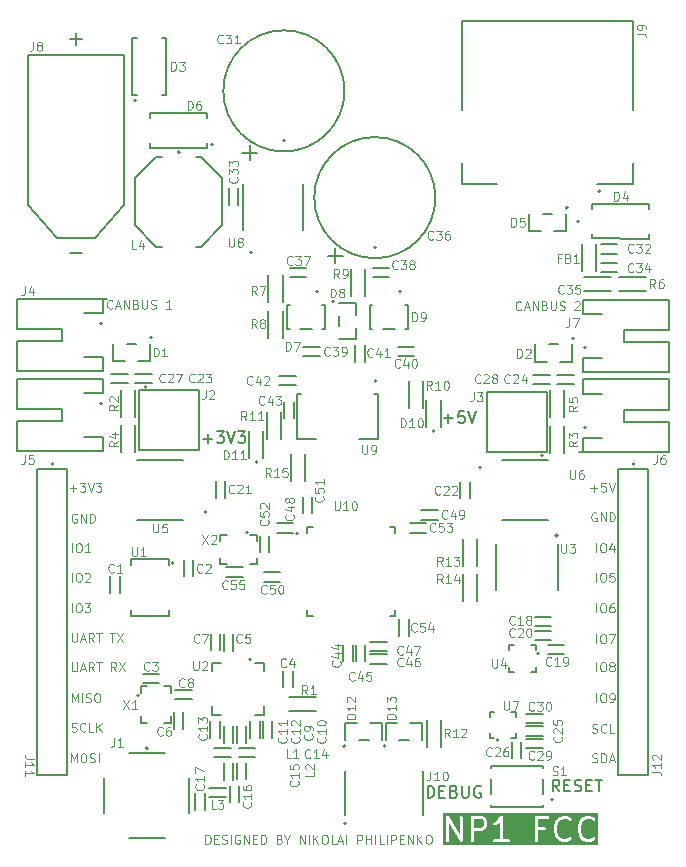
<source format=gbr>
%TF.GenerationSoftware,KiCad,Pcbnew,8.0.3-8.0.3-0~ubuntu22.04.1*%
%TF.CreationDate,2024-07-13T18:30:41-06:00*%
%TF.ProjectId,FCC_KiCAD,4643435f-4b69-4434-9144-2e6b69636164,rev?*%
%TF.SameCoordinates,Original*%
%TF.FileFunction,Legend,Top*%
%TF.FilePolarity,Positive*%
%FSLAX46Y46*%
G04 Gerber Fmt 4.6, Leading zero omitted, Abs format (unit mm)*
G04 Created by KiCad (PCBNEW 8.0.3-8.0.3-0~ubuntu22.04.1) date 2024-07-13 18:30:41*
%MOMM*%
%LPD*%
G01*
G04 APERTURE LIST*
%ADD10C,0.100000*%
%ADD11C,0.254000*%
%ADD12C,0.152400*%
%ADD13C,0.176200*%
G04 APERTURE END LIST*
D10*
X171737217Y-103488728D02*
X171665789Y-103453014D01*
X171665789Y-103453014D02*
X171558646Y-103453014D01*
X171558646Y-103453014D02*
X171451503Y-103488728D01*
X171451503Y-103488728D02*
X171380074Y-103560157D01*
X171380074Y-103560157D02*
X171344360Y-103631585D01*
X171344360Y-103631585D02*
X171308646Y-103774442D01*
X171308646Y-103774442D02*
X171308646Y-103881585D01*
X171308646Y-103881585D02*
X171344360Y-104024442D01*
X171344360Y-104024442D02*
X171380074Y-104095871D01*
X171380074Y-104095871D02*
X171451503Y-104167300D01*
X171451503Y-104167300D02*
X171558646Y-104203014D01*
X171558646Y-104203014D02*
X171630074Y-104203014D01*
X171630074Y-104203014D02*
X171737217Y-104167300D01*
X171737217Y-104167300D02*
X171772931Y-104131585D01*
X171772931Y-104131585D02*
X171772931Y-103881585D01*
X171772931Y-103881585D02*
X171630074Y-103881585D01*
X172094360Y-104203014D02*
X172094360Y-103453014D01*
X172094360Y-103453014D02*
X172522931Y-104203014D01*
X172522931Y-104203014D02*
X172522931Y-103453014D01*
X172880074Y-104203014D02*
X172880074Y-103453014D01*
X172880074Y-103453014D02*
X173058645Y-103453014D01*
X173058645Y-103453014D02*
X173165788Y-103488728D01*
X173165788Y-103488728D02*
X173237217Y-103560157D01*
X173237217Y-103560157D02*
X173272931Y-103631585D01*
X173272931Y-103631585D02*
X173308645Y-103774442D01*
X173308645Y-103774442D02*
X173308645Y-103881585D01*
X173308645Y-103881585D02*
X173272931Y-104024442D01*
X173272931Y-104024442D02*
X173237217Y-104095871D01*
X173237217Y-104095871D02*
X173165788Y-104167300D01*
X173165788Y-104167300D02*
X173058645Y-104203014D01*
X173058645Y-104203014D02*
X172880074Y-104203014D01*
X171744360Y-116903014D02*
X171744360Y-116153014D01*
X172244360Y-116153014D02*
X172387217Y-116153014D01*
X172387217Y-116153014D02*
X172458646Y-116188728D01*
X172458646Y-116188728D02*
X172530074Y-116260157D01*
X172530074Y-116260157D02*
X172565789Y-116403014D01*
X172565789Y-116403014D02*
X172565789Y-116653014D01*
X172565789Y-116653014D02*
X172530074Y-116795871D01*
X172530074Y-116795871D02*
X172458646Y-116867300D01*
X172458646Y-116867300D02*
X172387217Y-116903014D01*
X172387217Y-116903014D02*
X172244360Y-116903014D01*
X172244360Y-116903014D02*
X172172932Y-116867300D01*
X172172932Y-116867300D02*
X172101503Y-116795871D01*
X172101503Y-116795871D02*
X172065789Y-116653014D01*
X172065789Y-116653014D02*
X172065789Y-116403014D01*
X172065789Y-116403014D02*
X172101503Y-116260157D01*
X172101503Y-116260157D02*
X172172932Y-116188728D01*
X172172932Y-116188728D02*
X172244360Y-116153014D01*
X172994360Y-116474442D02*
X172922931Y-116438728D01*
X172922931Y-116438728D02*
X172887217Y-116403014D01*
X172887217Y-116403014D02*
X172851503Y-116331585D01*
X172851503Y-116331585D02*
X172851503Y-116295871D01*
X172851503Y-116295871D02*
X172887217Y-116224442D01*
X172887217Y-116224442D02*
X172922931Y-116188728D01*
X172922931Y-116188728D02*
X172994360Y-116153014D01*
X172994360Y-116153014D02*
X173137217Y-116153014D01*
X173137217Y-116153014D02*
X173208646Y-116188728D01*
X173208646Y-116188728D02*
X173244360Y-116224442D01*
X173244360Y-116224442D02*
X173280074Y-116295871D01*
X173280074Y-116295871D02*
X173280074Y-116331585D01*
X173280074Y-116331585D02*
X173244360Y-116403014D01*
X173244360Y-116403014D02*
X173208646Y-116438728D01*
X173208646Y-116438728D02*
X173137217Y-116474442D01*
X173137217Y-116474442D02*
X172994360Y-116474442D01*
X172994360Y-116474442D02*
X172922931Y-116510157D01*
X172922931Y-116510157D02*
X172887217Y-116545871D01*
X172887217Y-116545871D02*
X172851503Y-116617300D01*
X172851503Y-116617300D02*
X172851503Y-116760157D01*
X172851503Y-116760157D02*
X172887217Y-116831585D01*
X172887217Y-116831585D02*
X172922931Y-116867300D01*
X172922931Y-116867300D02*
X172994360Y-116903014D01*
X172994360Y-116903014D02*
X173137217Y-116903014D01*
X173137217Y-116903014D02*
X173208646Y-116867300D01*
X173208646Y-116867300D02*
X173244360Y-116831585D01*
X173244360Y-116831585D02*
X173280074Y-116760157D01*
X173280074Y-116760157D02*
X173280074Y-116617300D01*
X173280074Y-116617300D02*
X173244360Y-116545871D01*
X173244360Y-116545871D02*
X173208646Y-116510157D01*
X173208646Y-116510157D02*
X173137217Y-116474442D01*
X127144360Y-101417300D02*
X127715789Y-101417300D01*
X127430074Y-101703014D02*
X127430074Y-101131585D01*
X128001502Y-100953014D02*
X128465788Y-100953014D01*
X128465788Y-100953014D02*
X128215788Y-101238728D01*
X128215788Y-101238728D02*
X128322931Y-101238728D01*
X128322931Y-101238728D02*
X128394360Y-101274442D01*
X128394360Y-101274442D02*
X128430074Y-101310157D01*
X128430074Y-101310157D02*
X128465788Y-101381585D01*
X128465788Y-101381585D02*
X128465788Y-101560157D01*
X128465788Y-101560157D02*
X128430074Y-101631585D01*
X128430074Y-101631585D02*
X128394360Y-101667300D01*
X128394360Y-101667300D02*
X128322931Y-101703014D01*
X128322931Y-101703014D02*
X128108645Y-101703014D01*
X128108645Y-101703014D02*
X128037217Y-101667300D01*
X128037217Y-101667300D02*
X128001502Y-101631585D01*
X128680074Y-100953014D02*
X128930074Y-101703014D01*
X128930074Y-101703014D02*
X129180074Y-100953014D01*
X129358645Y-100953014D02*
X129822931Y-100953014D01*
X129822931Y-100953014D02*
X129572931Y-101238728D01*
X129572931Y-101238728D02*
X129680074Y-101238728D01*
X129680074Y-101238728D02*
X129751503Y-101274442D01*
X129751503Y-101274442D02*
X129787217Y-101310157D01*
X129787217Y-101310157D02*
X129822931Y-101381585D01*
X129822931Y-101381585D02*
X129822931Y-101560157D01*
X129822931Y-101560157D02*
X129787217Y-101631585D01*
X129787217Y-101631585D02*
X129751503Y-101667300D01*
X129751503Y-101667300D02*
X129680074Y-101703014D01*
X129680074Y-101703014D02*
X129465788Y-101703014D01*
X129465788Y-101703014D02*
X129394360Y-101667300D01*
X129394360Y-101667300D02*
X129358645Y-101631585D01*
X171408646Y-124567300D02*
X171515789Y-124603014D01*
X171515789Y-124603014D02*
X171694360Y-124603014D01*
X171694360Y-124603014D02*
X171765789Y-124567300D01*
X171765789Y-124567300D02*
X171801503Y-124531585D01*
X171801503Y-124531585D02*
X171837217Y-124460157D01*
X171837217Y-124460157D02*
X171837217Y-124388728D01*
X171837217Y-124388728D02*
X171801503Y-124317300D01*
X171801503Y-124317300D02*
X171765789Y-124281585D01*
X171765789Y-124281585D02*
X171694360Y-124245871D01*
X171694360Y-124245871D02*
X171551503Y-124210157D01*
X171551503Y-124210157D02*
X171480074Y-124174442D01*
X171480074Y-124174442D02*
X171444360Y-124138728D01*
X171444360Y-124138728D02*
X171408646Y-124067300D01*
X171408646Y-124067300D02*
X171408646Y-123995871D01*
X171408646Y-123995871D02*
X171444360Y-123924442D01*
X171444360Y-123924442D02*
X171480074Y-123888728D01*
X171480074Y-123888728D02*
X171551503Y-123853014D01*
X171551503Y-123853014D02*
X171730074Y-123853014D01*
X171730074Y-123853014D02*
X171837217Y-123888728D01*
X172158646Y-124603014D02*
X172158646Y-123853014D01*
X172158646Y-123853014D02*
X172337217Y-123853014D01*
X172337217Y-123853014D02*
X172444360Y-123888728D01*
X172444360Y-123888728D02*
X172515789Y-123960157D01*
X172515789Y-123960157D02*
X172551503Y-124031585D01*
X172551503Y-124031585D02*
X172587217Y-124174442D01*
X172587217Y-124174442D02*
X172587217Y-124281585D01*
X172587217Y-124281585D02*
X172551503Y-124424442D01*
X172551503Y-124424442D02*
X172515789Y-124495871D01*
X172515789Y-124495871D02*
X172444360Y-124567300D01*
X172444360Y-124567300D02*
X172337217Y-124603014D01*
X172337217Y-124603014D02*
X172158646Y-124603014D01*
X172872932Y-124388728D02*
X173230075Y-124388728D01*
X172801503Y-124603014D02*
X173051503Y-123853014D01*
X173051503Y-123853014D02*
X173301503Y-124603014D01*
X127344360Y-113653014D02*
X127344360Y-114260157D01*
X127344360Y-114260157D02*
X127380074Y-114331585D01*
X127380074Y-114331585D02*
X127415789Y-114367300D01*
X127415789Y-114367300D02*
X127487217Y-114403014D01*
X127487217Y-114403014D02*
X127630074Y-114403014D01*
X127630074Y-114403014D02*
X127701503Y-114367300D01*
X127701503Y-114367300D02*
X127737217Y-114331585D01*
X127737217Y-114331585D02*
X127772931Y-114260157D01*
X127772931Y-114260157D02*
X127772931Y-113653014D01*
X128094360Y-114188728D02*
X128451503Y-114188728D01*
X128022931Y-114403014D02*
X128272931Y-113653014D01*
X128272931Y-113653014D02*
X128522931Y-114403014D01*
X129201502Y-114403014D02*
X128951502Y-114045871D01*
X128772931Y-114403014D02*
X128772931Y-113653014D01*
X128772931Y-113653014D02*
X129058645Y-113653014D01*
X129058645Y-113653014D02*
X129130074Y-113688728D01*
X129130074Y-113688728D02*
X129165788Y-113724442D01*
X129165788Y-113724442D02*
X129201502Y-113795871D01*
X129201502Y-113795871D02*
X129201502Y-113903014D01*
X129201502Y-113903014D02*
X129165788Y-113974442D01*
X129165788Y-113974442D02*
X129130074Y-114010157D01*
X129130074Y-114010157D02*
X129058645Y-114045871D01*
X129058645Y-114045871D02*
X128772931Y-114045871D01*
X129415788Y-113653014D02*
X129844360Y-113653014D01*
X129630074Y-114403014D02*
X129630074Y-113653014D01*
X130558646Y-113653014D02*
X130987218Y-113653014D01*
X130772932Y-114403014D02*
X130772932Y-113653014D01*
X131165789Y-113653014D02*
X131665789Y-114403014D01*
X131665789Y-113653014D02*
X131165789Y-114403014D01*
X127308646Y-121967300D02*
X127415789Y-122003014D01*
X127415789Y-122003014D02*
X127594360Y-122003014D01*
X127594360Y-122003014D02*
X127665789Y-121967300D01*
X127665789Y-121967300D02*
X127701503Y-121931585D01*
X127701503Y-121931585D02*
X127737217Y-121860157D01*
X127737217Y-121860157D02*
X127737217Y-121788728D01*
X127737217Y-121788728D02*
X127701503Y-121717300D01*
X127701503Y-121717300D02*
X127665789Y-121681585D01*
X127665789Y-121681585D02*
X127594360Y-121645871D01*
X127594360Y-121645871D02*
X127451503Y-121610157D01*
X127451503Y-121610157D02*
X127380074Y-121574442D01*
X127380074Y-121574442D02*
X127344360Y-121538728D01*
X127344360Y-121538728D02*
X127308646Y-121467300D01*
X127308646Y-121467300D02*
X127308646Y-121395871D01*
X127308646Y-121395871D02*
X127344360Y-121324442D01*
X127344360Y-121324442D02*
X127380074Y-121288728D01*
X127380074Y-121288728D02*
X127451503Y-121253014D01*
X127451503Y-121253014D02*
X127630074Y-121253014D01*
X127630074Y-121253014D02*
X127737217Y-121288728D01*
X128487217Y-121931585D02*
X128451503Y-121967300D01*
X128451503Y-121967300D02*
X128344360Y-122003014D01*
X128344360Y-122003014D02*
X128272932Y-122003014D01*
X128272932Y-122003014D02*
X128165789Y-121967300D01*
X128165789Y-121967300D02*
X128094360Y-121895871D01*
X128094360Y-121895871D02*
X128058646Y-121824442D01*
X128058646Y-121824442D02*
X128022932Y-121681585D01*
X128022932Y-121681585D02*
X128022932Y-121574442D01*
X128022932Y-121574442D02*
X128058646Y-121431585D01*
X128058646Y-121431585D02*
X128094360Y-121360157D01*
X128094360Y-121360157D02*
X128165789Y-121288728D01*
X128165789Y-121288728D02*
X128272932Y-121253014D01*
X128272932Y-121253014D02*
X128344360Y-121253014D01*
X128344360Y-121253014D02*
X128451503Y-121288728D01*
X128451503Y-121288728D02*
X128487217Y-121324442D01*
X129165789Y-122003014D02*
X128808646Y-122003014D01*
X128808646Y-122003014D02*
X128808646Y-121253014D01*
X129415789Y-122003014D02*
X129415789Y-121253014D01*
X129844360Y-122003014D02*
X129522932Y-121574442D01*
X129844360Y-121253014D02*
X129415789Y-121681585D01*
X130772931Y-86131585D02*
X130737217Y-86167300D01*
X130737217Y-86167300D02*
X130630074Y-86203014D01*
X130630074Y-86203014D02*
X130558646Y-86203014D01*
X130558646Y-86203014D02*
X130451503Y-86167300D01*
X130451503Y-86167300D02*
X130380074Y-86095871D01*
X130380074Y-86095871D02*
X130344360Y-86024442D01*
X130344360Y-86024442D02*
X130308646Y-85881585D01*
X130308646Y-85881585D02*
X130308646Y-85774442D01*
X130308646Y-85774442D02*
X130344360Y-85631585D01*
X130344360Y-85631585D02*
X130380074Y-85560157D01*
X130380074Y-85560157D02*
X130451503Y-85488728D01*
X130451503Y-85488728D02*
X130558646Y-85453014D01*
X130558646Y-85453014D02*
X130630074Y-85453014D01*
X130630074Y-85453014D02*
X130737217Y-85488728D01*
X130737217Y-85488728D02*
X130772931Y-85524442D01*
X131058646Y-85988728D02*
X131415789Y-85988728D01*
X130987217Y-86203014D02*
X131237217Y-85453014D01*
X131237217Y-85453014D02*
X131487217Y-86203014D01*
X131737217Y-86203014D02*
X131737217Y-85453014D01*
X131737217Y-85453014D02*
X132165788Y-86203014D01*
X132165788Y-86203014D02*
X132165788Y-85453014D01*
X132772931Y-85810157D02*
X132880074Y-85845871D01*
X132880074Y-85845871D02*
X132915788Y-85881585D01*
X132915788Y-85881585D02*
X132951502Y-85953014D01*
X132951502Y-85953014D02*
X132951502Y-86060157D01*
X132951502Y-86060157D02*
X132915788Y-86131585D01*
X132915788Y-86131585D02*
X132880074Y-86167300D01*
X132880074Y-86167300D02*
X132808645Y-86203014D01*
X132808645Y-86203014D02*
X132522931Y-86203014D01*
X132522931Y-86203014D02*
X132522931Y-85453014D01*
X132522931Y-85453014D02*
X132772931Y-85453014D01*
X132772931Y-85453014D02*
X132844360Y-85488728D01*
X132844360Y-85488728D02*
X132880074Y-85524442D01*
X132880074Y-85524442D02*
X132915788Y-85595871D01*
X132915788Y-85595871D02*
X132915788Y-85667300D01*
X132915788Y-85667300D02*
X132880074Y-85738728D01*
X132880074Y-85738728D02*
X132844360Y-85774442D01*
X132844360Y-85774442D02*
X132772931Y-85810157D01*
X132772931Y-85810157D02*
X132522931Y-85810157D01*
X133272931Y-85453014D02*
X133272931Y-86060157D01*
X133272931Y-86060157D02*
X133308645Y-86131585D01*
X133308645Y-86131585D02*
X133344360Y-86167300D01*
X133344360Y-86167300D02*
X133415788Y-86203014D01*
X133415788Y-86203014D02*
X133558645Y-86203014D01*
X133558645Y-86203014D02*
X133630074Y-86167300D01*
X133630074Y-86167300D02*
X133665788Y-86131585D01*
X133665788Y-86131585D02*
X133701502Y-86060157D01*
X133701502Y-86060157D02*
X133701502Y-85453014D01*
X134022931Y-86167300D02*
X134130074Y-86203014D01*
X134130074Y-86203014D02*
X134308645Y-86203014D01*
X134308645Y-86203014D02*
X134380074Y-86167300D01*
X134380074Y-86167300D02*
X134415788Y-86131585D01*
X134415788Y-86131585D02*
X134451502Y-86060157D01*
X134451502Y-86060157D02*
X134451502Y-85988728D01*
X134451502Y-85988728D02*
X134415788Y-85917300D01*
X134415788Y-85917300D02*
X134380074Y-85881585D01*
X134380074Y-85881585D02*
X134308645Y-85845871D01*
X134308645Y-85845871D02*
X134165788Y-85810157D01*
X134165788Y-85810157D02*
X134094359Y-85774442D01*
X134094359Y-85774442D02*
X134058645Y-85738728D01*
X134058645Y-85738728D02*
X134022931Y-85667300D01*
X134022931Y-85667300D02*
X134022931Y-85595871D01*
X134022931Y-85595871D02*
X134058645Y-85524442D01*
X134058645Y-85524442D02*
X134094359Y-85488728D01*
X134094359Y-85488728D02*
X134165788Y-85453014D01*
X134165788Y-85453014D02*
X134344359Y-85453014D01*
X134344359Y-85453014D02*
X134451502Y-85488728D01*
X135737217Y-86203014D02*
X135308646Y-86203014D01*
X135522931Y-86203014D02*
X135522931Y-85453014D01*
X135522931Y-85453014D02*
X135451503Y-85560157D01*
X135451503Y-85560157D02*
X135380074Y-85631585D01*
X135380074Y-85631585D02*
X135308646Y-85667300D01*
D11*
G36*
X162112042Y-129437672D02*
G01*
X162179769Y-129503358D01*
X162254596Y-129649251D01*
X162256373Y-129875348D01*
X162185745Y-130020303D01*
X162120063Y-130088027D01*
X161974414Y-130162729D01*
X161364234Y-130164622D01*
X161363275Y-129368643D01*
X161966526Y-129366772D01*
X162112042Y-129437672D01*
G37*
G36*
X171871030Y-131591252D02*
G01*
X158794073Y-131591252D01*
X158794073Y-129242030D01*
X159016295Y-129242030D01*
X159018735Y-131266806D01*
X159037698Y-131312587D01*
X159072738Y-131347627D01*
X159118519Y-131366590D01*
X159168071Y-131366590D01*
X159213852Y-131347627D01*
X159248892Y-131312587D01*
X159267855Y-131266806D01*
X159270295Y-131242030D01*
X159268456Y-129716038D01*
X160174195Y-131297233D01*
X160180555Y-131312587D01*
X160186255Y-131318287D01*
X160190296Y-131325341D01*
X160203652Y-131335684D01*
X160215595Y-131347627D01*
X160223074Y-131350725D01*
X160229474Y-131355681D01*
X160245767Y-131360124D01*
X160261376Y-131366590D01*
X160269472Y-131366590D01*
X160277282Y-131368720D01*
X160294037Y-131366590D01*
X160310928Y-131366590D01*
X160318407Y-131363492D01*
X160326439Y-131362471D01*
X160341105Y-131354090D01*
X160356709Y-131347627D01*
X160362432Y-131341903D01*
X160369463Y-131337886D01*
X160379806Y-131324529D01*
X160391749Y-131312587D01*
X160394847Y-131305107D01*
X160399803Y-131298708D01*
X160404246Y-131282414D01*
X160410712Y-131266806D01*
X160411959Y-131254134D01*
X160412842Y-131250900D01*
X160412524Y-131248402D01*
X160413152Y-131242030D01*
X160410742Y-129242030D01*
X161111533Y-129242030D01*
X161113973Y-131266806D01*
X161132936Y-131312587D01*
X161167976Y-131347627D01*
X161213757Y-131366590D01*
X161263309Y-131366590D01*
X161309090Y-131347627D01*
X161344130Y-131312587D01*
X161363093Y-131266806D01*
X161365533Y-131242030D01*
X161364537Y-130416258D01*
X161980639Y-130414347D01*
X161984554Y-130415652D01*
X162003928Y-130414275D01*
X162025214Y-130414209D01*
X162029430Y-130412462D01*
X162033983Y-130412139D01*
X162057234Y-130403241D01*
X162246086Y-130306380D01*
X162261472Y-130300007D01*
X162266403Y-130295960D01*
X162268780Y-130294741D01*
X162270981Y-130292202D01*
X162280717Y-130284213D01*
X162375019Y-130186978D01*
X162386482Y-130177037D01*
X162389848Y-130171688D01*
X162391749Y-130169729D01*
X162393032Y-130166630D01*
X162399744Y-130155968D01*
X162484761Y-129981478D01*
X162486987Y-129979253D01*
X162493459Y-129963627D01*
X162503880Y-129942240D01*
X162504203Y-129937688D01*
X162505950Y-129933472D01*
X162508390Y-129908696D01*
X162507517Y-129797574D01*
X163017292Y-129797574D01*
X163020805Y-129847003D01*
X163042965Y-129891323D01*
X163080400Y-129923791D01*
X163127411Y-129939461D01*
X163176840Y-129935948D01*
X163200091Y-129927050D01*
X163388944Y-129830188D01*
X163404329Y-129823816D01*
X163409261Y-129819768D01*
X163411637Y-129818550D01*
X163413836Y-129816013D01*
X163423574Y-129808023D01*
X163588203Y-129640639D01*
X163589981Y-131116484D01*
X163118519Y-131117470D01*
X163072738Y-131136433D01*
X163037698Y-131171473D01*
X163018735Y-131217254D01*
X163018735Y-131266806D01*
X163037698Y-131312587D01*
X163072738Y-131347627D01*
X163118519Y-131366590D01*
X163143295Y-131369030D01*
X164310928Y-131366590D01*
X164356709Y-131347627D01*
X164391749Y-131312587D01*
X164410712Y-131266806D01*
X164410712Y-131217254D01*
X164391749Y-131171473D01*
X164356709Y-131136433D01*
X164310928Y-131117470D01*
X164286152Y-131115030D01*
X163841571Y-131115959D01*
X163839327Y-129254007D01*
X163841697Y-129242030D01*
X166540105Y-129242030D01*
X166542545Y-131266806D01*
X166561508Y-131312587D01*
X166596548Y-131347627D01*
X166642329Y-131366590D01*
X166691881Y-131366590D01*
X166737662Y-131347627D01*
X166772702Y-131312587D01*
X166791665Y-131266806D01*
X166794105Y-131242030D01*
X166792995Y-130320966D01*
X167358548Y-130318971D01*
X167404329Y-130300008D01*
X167439369Y-130264968D01*
X167458332Y-130219187D01*
X167458332Y-130169635D01*
X167439369Y-130123854D01*
X167414687Y-130099172D01*
X168159153Y-130099172D01*
X168161339Y-130377376D01*
X168159303Y-130391061D01*
X168161567Y-130406371D01*
X168161593Y-130409663D01*
X168162309Y-130411393D01*
X168162945Y-130415689D01*
X168257997Y-130786669D01*
X168258901Y-130799384D01*
X168266023Y-130817996D01*
X168266559Y-130820085D01*
X168267105Y-130820822D01*
X168267799Y-130822635D01*
X168364656Y-131011481D01*
X168371032Y-131026873D01*
X168375081Y-131031806D01*
X168376299Y-131034181D01*
X168378834Y-131036380D01*
X168386826Y-131046117D01*
X168565250Y-131221607D01*
X168566776Y-131224658D01*
X168580111Y-131236223D01*
X168596546Y-131252388D01*
X168600763Y-131254134D01*
X168604211Y-131257125D01*
X168626944Y-131267275D01*
X168911818Y-131359869D01*
X168928044Y-131366590D01*
X168934430Y-131367218D01*
X168936935Y-131368033D01*
X168940281Y-131367795D01*
X168952820Y-131369030D01*
X169142893Y-131366875D01*
X169159181Y-131368033D01*
X169165393Y-131366620D01*
X169168072Y-131366590D01*
X169171169Y-131365307D01*
X169183457Y-131362513D01*
X169450265Y-131271352D01*
X169453788Y-131271352D01*
X169470376Y-131264480D01*
X169491904Y-131257125D01*
X169495352Y-131254134D01*
X169499568Y-131252388D01*
X169518813Y-131236594D01*
X169629845Y-131122110D01*
X169648808Y-131076329D01*
X169648808Y-131026775D01*
X169629844Y-130980994D01*
X169594806Y-130945956D01*
X169549025Y-130926993D01*
X169499471Y-130926993D01*
X169453690Y-130945957D01*
X169434445Y-130961751D01*
X169363400Y-131035003D01*
X169128698Y-131115195D01*
X168978672Y-131116896D01*
X168738419Y-131038805D01*
X168583520Y-130886454D01*
X168503340Y-130730126D01*
X168413098Y-130377917D01*
X168411093Y-130122866D01*
X168416870Y-130099172D01*
X170159153Y-130099172D01*
X170161339Y-130377376D01*
X170159303Y-130391061D01*
X170161567Y-130406371D01*
X170161593Y-130409663D01*
X170162309Y-130411393D01*
X170162945Y-130415689D01*
X170257997Y-130786669D01*
X170258901Y-130799384D01*
X170266023Y-130817996D01*
X170266559Y-130820085D01*
X170267105Y-130820822D01*
X170267799Y-130822635D01*
X170364656Y-131011481D01*
X170371032Y-131026873D01*
X170375081Y-131031806D01*
X170376299Y-131034181D01*
X170378834Y-131036380D01*
X170386826Y-131046117D01*
X170565250Y-131221607D01*
X170566776Y-131224658D01*
X170580111Y-131236223D01*
X170596546Y-131252388D01*
X170600763Y-131254134D01*
X170604211Y-131257125D01*
X170626944Y-131267275D01*
X170911818Y-131359869D01*
X170928044Y-131366590D01*
X170934430Y-131367218D01*
X170936935Y-131368033D01*
X170940281Y-131367795D01*
X170952820Y-131369030D01*
X171142893Y-131366875D01*
X171159181Y-131368033D01*
X171165393Y-131366620D01*
X171168072Y-131366590D01*
X171171169Y-131365307D01*
X171183457Y-131362513D01*
X171450265Y-131271352D01*
X171453788Y-131271352D01*
X171470376Y-131264480D01*
X171491904Y-131257125D01*
X171495352Y-131254134D01*
X171499568Y-131252388D01*
X171518813Y-131236594D01*
X171629845Y-131122110D01*
X171648808Y-131076329D01*
X171648808Y-131026775D01*
X171629844Y-130980994D01*
X171594806Y-130945956D01*
X171549025Y-130926993D01*
X171499471Y-130926993D01*
X171453690Y-130945957D01*
X171434445Y-130961751D01*
X171363400Y-131035003D01*
X171128698Y-131115195D01*
X170978672Y-131116896D01*
X170738419Y-131038805D01*
X170583520Y-130886454D01*
X170503340Y-130730126D01*
X170413098Y-130377917D01*
X170411093Y-130122866D01*
X170496817Y-129771251D01*
X170576886Y-129606917D01*
X170731865Y-129449346D01*
X170967417Y-129368864D01*
X171117443Y-129367163D01*
X171358086Y-129445381D01*
X171453690Y-129538103D01*
X171499471Y-129557066D01*
X171549025Y-129557066D01*
X171594806Y-129538103D01*
X171629845Y-129503064D01*
X171648808Y-129457283D01*
X171648808Y-129407729D01*
X171629845Y-129361948D01*
X171614051Y-129342704D01*
X171530449Y-129261622D01*
X171529339Y-129259402D01*
X171518189Y-129249731D01*
X171499568Y-129231672D01*
X171495352Y-129229925D01*
X171491904Y-129226935D01*
X171469171Y-129216785D01*
X171184297Y-129124190D01*
X171168072Y-129117470D01*
X171161685Y-129116841D01*
X171159181Y-129116027D01*
X171155834Y-129116264D01*
X171143296Y-129115030D01*
X170953222Y-129117184D01*
X170936935Y-129116027D01*
X170930722Y-129117439D01*
X170928044Y-129117470D01*
X170924946Y-129118752D01*
X170912659Y-129121547D01*
X170645850Y-129212708D01*
X170642328Y-129212708D01*
X170625737Y-129219580D01*
X170604211Y-129226935D01*
X170600764Y-129229924D01*
X170596547Y-129231671D01*
X170577303Y-129247465D01*
X170389373Y-129438538D01*
X170376299Y-129449878D01*
X170372883Y-129455304D01*
X170371033Y-129457186D01*
X170369750Y-129460281D01*
X170363037Y-129470948D01*
X170273651Y-129654401D01*
X170266559Y-129663974D01*
X170259883Y-129682658D01*
X170258901Y-129684675D01*
X170258835Y-129685590D01*
X170258183Y-129687418D01*
X170167050Y-130061221D01*
X170161593Y-130074396D01*
X170160071Y-130089846D01*
X170159303Y-130092998D01*
X170159578Y-130094850D01*
X170159153Y-130099172D01*
X168416870Y-130099172D01*
X168496817Y-129771251D01*
X168576886Y-129606917D01*
X168731865Y-129449346D01*
X168967417Y-129368864D01*
X169117443Y-129367163D01*
X169358086Y-129445381D01*
X169453690Y-129538103D01*
X169499471Y-129557066D01*
X169549025Y-129557066D01*
X169594806Y-129538103D01*
X169629845Y-129503064D01*
X169648808Y-129457283D01*
X169648808Y-129407729D01*
X169629845Y-129361948D01*
X169614051Y-129342704D01*
X169530449Y-129261622D01*
X169529339Y-129259402D01*
X169518189Y-129249731D01*
X169499568Y-129231672D01*
X169495352Y-129229925D01*
X169491904Y-129226935D01*
X169469171Y-129216785D01*
X169184297Y-129124190D01*
X169168072Y-129117470D01*
X169161685Y-129116841D01*
X169159181Y-129116027D01*
X169155834Y-129116264D01*
X169143296Y-129115030D01*
X168953222Y-129117184D01*
X168936935Y-129116027D01*
X168930722Y-129117439D01*
X168928044Y-129117470D01*
X168924946Y-129118752D01*
X168912659Y-129121547D01*
X168645850Y-129212708D01*
X168642328Y-129212708D01*
X168625737Y-129219580D01*
X168604211Y-129226935D01*
X168600764Y-129229924D01*
X168596547Y-129231671D01*
X168577303Y-129247465D01*
X168389373Y-129438538D01*
X168376299Y-129449878D01*
X168372883Y-129455304D01*
X168371033Y-129457186D01*
X168369750Y-129460281D01*
X168363037Y-129470948D01*
X168273651Y-129654401D01*
X168266559Y-129663974D01*
X168259883Y-129682658D01*
X168258901Y-129684675D01*
X168258835Y-129685590D01*
X168258183Y-129687418D01*
X168167050Y-130061221D01*
X168161593Y-130074396D01*
X168160071Y-130089846D01*
X168159303Y-130092998D01*
X168159578Y-130094850D01*
X168159153Y-130099172D01*
X167414687Y-130099172D01*
X167404329Y-130088814D01*
X167358548Y-130069851D01*
X167333772Y-130067411D01*
X166792691Y-130069320D01*
X166791847Y-129368718D01*
X167644262Y-129366590D01*
X167690043Y-129347627D01*
X167725083Y-129312587D01*
X167744046Y-129266806D01*
X167744046Y-129217254D01*
X167725083Y-129171473D01*
X167690043Y-129136433D01*
X167644262Y-129117470D01*
X167619486Y-129115030D01*
X166642329Y-129117470D01*
X166596548Y-129136433D01*
X166561508Y-129171473D01*
X166542545Y-129217254D01*
X166540105Y-129242030D01*
X163841697Y-129242030D01*
X163841723Y-129241898D01*
X163839298Y-129229774D01*
X163839283Y-129217254D01*
X163834469Y-129205633D01*
X163832004Y-129193306D01*
X163825082Y-129182970D01*
X163820320Y-129171473D01*
X163811427Y-129162580D01*
X163804431Y-129152133D01*
X163794078Y-129145231D01*
X163785280Y-129136433D01*
X163773661Y-129131620D01*
X163763201Y-129124647D01*
X163750997Y-129122232D01*
X163739499Y-129117470D01*
X163726923Y-129117470D01*
X163714590Y-129115030D01*
X163702391Y-129117470D01*
X163689947Y-129117470D01*
X163678326Y-129122283D01*
X163665999Y-129124749D01*
X163655663Y-129131670D01*
X163644166Y-129136433D01*
X163635273Y-129145325D01*
X163624826Y-129152322D01*
X163609214Y-129171384D01*
X163609126Y-129171473D01*
X163609109Y-129171512D01*
X163609052Y-129171583D01*
X163433162Y-129439244D01*
X163263910Y-129611328D01*
X163065430Y-129713128D01*
X163032962Y-129750563D01*
X163017292Y-129797574D01*
X162507517Y-129797574D01*
X162506295Y-129642158D01*
X162507393Y-129638866D01*
X162506129Y-129621093D01*
X162505950Y-129598206D01*
X162504203Y-129593989D01*
X162503880Y-129589438D01*
X162494982Y-129566186D01*
X162398126Y-129377343D01*
X162391749Y-129361948D01*
X162387698Y-129357012D01*
X162386482Y-129354641D01*
X162383948Y-129352443D01*
X162375955Y-129342704D01*
X162278725Y-129248405D01*
X162268780Y-129236938D01*
X162263428Y-129233569D01*
X162261472Y-129231672D01*
X162258376Y-129230389D01*
X162247710Y-129223676D01*
X162073219Y-129138657D01*
X162070995Y-129136433D01*
X162055375Y-129129963D01*
X162033983Y-129119540D01*
X162029430Y-129119216D01*
X162025214Y-129117470D01*
X162000438Y-129115030D01*
X161213757Y-129117470D01*
X161167976Y-129136433D01*
X161132936Y-129171473D01*
X161113973Y-129217254D01*
X161111533Y-129242030D01*
X160410742Y-129242030D01*
X160410712Y-129217254D01*
X160391749Y-129171473D01*
X160356709Y-129136433D01*
X160310928Y-129117470D01*
X160261376Y-129117470D01*
X160215595Y-129136433D01*
X160180555Y-129171473D01*
X160161592Y-129217254D01*
X160159152Y-129242030D01*
X160160990Y-130768021D01*
X159255251Y-129186826D01*
X159248892Y-129171473D01*
X159243191Y-129165772D01*
X159239151Y-129158719D01*
X159225794Y-129148375D01*
X159213852Y-129136433D01*
X159206372Y-129133334D01*
X159199973Y-129128379D01*
X159183679Y-129123935D01*
X159168071Y-129117470D01*
X159159975Y-129117470D01*
X159152165Y-129115340D01*
X159135410Y-129117470D01*
X159118519Y-129117470D01*
X159111039Y-129120567D01*
X159103008Y-129121589D01*
X159088341Y-129129969D01*
X159072738Y-129136433D01*
X159067014Y-129142156D01*
X159059984Y-129146174D01*
X159049640Y-129159530D01*
X159037698Y-129171473D01*
X159034599Y-129178952D01*
X159029644Y-129185352D01*
X159025200Y-129201645D01*
X159018735Y-129217254D01*
X159017487Y-129229925D01*
X159016605Y-129233160D01*
X159016922Y-129235657D01*
X159016295Y-129242030D01*
X158794073Y-129242030D01*
X158794073Y-128892808D01*
X171871030Y-128892808D01*
X171871030Y-131591252D01*
G37*
D10*
X171244360Y-101417300D02*
X171815789Y-101417300D01*
X171530074Y-101703014D02*
X171530074Y-101131585D01*
X172530074Y-100953014D02*
X172172931Y-100953014D01*
X172172931Y-100953014D02*
X172137217Y-101310157D01*
X172137217Y-101310157D02*
X172172931Y-101274442D01*
X172172931Y-101274442D02*
X172244360Y-101238728D01*
X172244360Y-101238728D02*
X172422931Y-101238728D01*
X172422931Y-101238728D02*
X172494360Y-101274442D01*
X172494360Y-101274442D02*
X172530074Y-101310157D01*
X172530074Y-101310157D02*
X172565788Y-101381585D01*
X172565788Y-101381585D02*
X172565788Y-101560157D01*
X172565788Y-101560157D02*
X172530074Y-101631585D01*
X172530074Y-101631585D02*
X172494360Y-101667300D01*
X172494360Y-101667300D02*
X172422931Y-101703014D01*
X172422931Y-101703014D02*
X172244360Y-101703014D01*
X172244360Y-101703014D02*
X172172931Y-101667300D01*
X172172931Y-101667300D02*
X172137217Y-101631585D01*
X172780074Y-100953014D02*
X173030074Y-101703014D01*
X173030074Y-101703014D02*
X173280074Y-100953014D01*
X127244360Y-124603014D02*
X127244360Y-123853014D01*
X127244360Y-123853014D02*
X127494360Y-124388728D01*
X127494360Y-124388728D02*
X127744360Y-123853014D01*
X127744360Y-123853014D02*
X127744360Y-124603014D01*
X128244360Y-123853014D02*
X128387217Y-123853014D01*
X128387217Y-123853014D02*
X128458646Y-123888728D01*
X128458646Y-123888728D02*
X128530074Y-123960157D01*
X128530074Y-123960157D02*
X128565789Y-124103014D01*
X128565789Y-124103014D02*
X128565789Y-124353014D01*
X128565789Y-124353014D02*
X128530074Y-124495871D01*
X128530074Y-124495871D02*
X128458646Y-124567300D01*
X128458646Y-124567300D02*
X128387217Y-124603014D01*
X128387217Y-124603014D02*
X128244360Y-124603014D01*
X128244360Y-124603014D02*
X128172932Y-124567300D01*
X128172932Y-124567300D02*
X128101503Y-124495871D01*
X128101503Y-124495871D02*
X128065789Y-124353014D01*
X128065789Y-124353014D02*
X128065789Y-124103014D01*
X128065789Y-124103014D02*
X128101503Y-123960157D01*
X128101503Y-123960157D02*
X128172932Y-123888728D01*
X128172932Y-123888728D02*
X128244360Y-123853014D01*
X128851503Y-124567300D02*
X128958646Y-124603014D01*
X128958646Y-124603014D02*
X129137217Y-124603014D01*
X129137217Y-124603014D02*
X129208646Y-124567300D01*
X129208646Y-124567300D02*
X129244360Y-124531585D01*
X129244360Y-124531585D02*
X129280074Y-124460157D01*
X129280074Y-124460157D02*
X129280074Y-124388728D01*
X129280074Y-124388728D02*
X129244360Y-124317300D01*
X129244360Y-124317300D02*
X129208646Y-124281585D01*
X129208646Y-124281585D02*
X129137217Y-124245871D01*
X129137217Y-124245871D02*
X128994360Y-124210157D01*
X128994360Y-124210157D02*
X128922931Y-124174442D01*
X128922931Y-124174442D02*
X128887217Y-124138728D01*
X128887217Y-124138728D02*
X128851503Y-124067300D01*
X128851503Y-124067300D02*
X128851503Y-123995871D01*
X128851503Y-123995871D02*
X128887217Y-123924442D01*
X128887217Y-123924442D02*
X128922931Y-123888728D01*
X128922931Y-123888728D02*
X128994360Y-123853014D01*
X128994360Y-123853014D02*
X129172931Y-123853014D01*
X129172931Y-123853014D02*
X129280074Y-123888728D01*
X129601503Y-124603014D02*
X129601503Y-123853014D01*
D12*
X157460358Y-127598495D02*
X157460358Y-126598495D01*
X157460358Y-126598495D02*
X157698453Y-126598495D01*
X157698453Y-126598495D02*
X157841310Y-126646114D01*
X157841310Y-126646114D02*
X157936548Y-126741352D01*
X157936548Y-126741352D02*
X157984167Y-126836590D01*
X157984167Y-126836590D02*
X158031786Y-127027066D01*
X158031786Y-127027066D02*
X158031786Y-127169923D01*
X158031786Y-127169923D02*
X157984167Y-127360399D01*
X157984167Y-127360399D02*
X157936548Y-127455637D01*
X157936548Y-127455637D02*
X157841310Y-127550876D01*
X157841310Y-127550876D02*
X157698453Y-127598495D01*
X157698453Y-127598495D02*
X157460358Y-127598495D01*
X158460358Y-127074685D02*
X158793691Y-127074685D01*
X158936548Y-127598495D02*
X158460358Y-127598495D01*
X158460358Y-127598495D02*
X158460358Y-126598495D01*
X158460358Y-126598495D02*
X158936548Y-126598495D01*
X159698453Y-127074685D02*
X159841310Y-127122304D01*
X159841310Y-127122304D02*
X159888929Y-127169923D01*
X159888929Y-127169923D02*
X159936548Y-127265161D01*
X159936548Y-127265161D02*
X159936548Y-127408018D01*
X159936548Y-127408018D02*
X159888929Y-127503256D01*
X159888929Y-127503256D02*
X159841310Y-127550876D01*
X159841310Y-127550876D02*
X159746072Y-127598495D01*
X159746072Y-127598495D02*
X159365120Y-127598495D01*
X159365120Y-127598495D02*
X159365120Y-126598495D01*
X159365120Y-126598495D02*
X159698453Y-126598495D01*
X159698453Y-126598495D02*
X159793691Y-126646114D01*
X159793691Y-126646114D02*
X159841310Y-126693733D01*
X159841310Y-126693733D02*
X159888929Y-126788971D01*
X159888929Y-126788971D02*
X159888929Y-126884209D01*
X159888929Y-126884209D02*
X159841310Y-126979447D01*
X159841310Y-126979447D02*
X159793691Y-127027066D01*
X159793691Y-127027066D02*
X159698453Y-127074685D01*
X159698453Y-127074685D02*
X159365120Y-127074685D01*
X160365120Y-126598495D02*
X160365120Y-127408018D01*
X160365120Y-127408018D02*
X160412739Y-127503256D01*
X160412739Y-127503256D02*
X160460358Y-127550876D01*
X160460358Y-127550876D02*
X160555596Y-127598495D01*
X160555596Y-127598495D02*
X160746072Y-127598495D01*
X160746072Y-127598495D02*
X160841310Y-127550876D01*
X160841310Y-127550876D02*
X160888929Y-127503256D01*
X160888929Y-127503256D02*
X160936548Y-127408018D01*
X160936548Y-127408018D02*
X160936548Y-126598495D01*
X161936548Y-126646114D02*
X161841310Y-126598495D01*
X161841310Y-126598495D02*
X161698453Y-126598495D01*
X161698453Y-126598495D02*
X161555596Y-126646114D01*
X161555596Y-126646114D02*
X161460358Y-126741352D01*
X161460358Y-126741352D02*
X161412739Y-126836590D01*
X161412739Y-126836590D02*
X161365120Y-127027066D01*
X161365120Y-127027066D02*
X161365120Y-127169923D01*
X161365120Y-127169923D02*
X161412739Y-127360399D01*
X161412739Y-127360399D02*
X161460358Y-127455637D01*
X161460358Y-127455637D02*
X161555596Y-127550876D01*
X161555596Y-127550876D02*
X161698453Y-127598495D01*
X161698453Y-127598495D02*
X161793691Y-127598495D01*
X161793691Y-127598495D02*
X161936548Y-127550876D01*
X161936548Y-127550876D02*
X161984167Y-127503256D01*
X161984167Y-127503256D02*
X161984167Y-127169923D01*
X161984167Y-127169923D02*
X161793691Y-127169923D01*
X158838358Y-95488741D02*
X159600263Y-95488741D01*
X159219310Y-95869694D02*
X159219310Y-95107789D01*
X160552643Y-94869694D02*
X160076453Y-94869694D01*
X160076453Y-94869694D02*
X160028834Y-95345884D01*
X160028834Y-95345884D02*
X160076453Y-95298265D01*
X160076453Y-95298265D02*
X160171691Y-95250646D01*
X160171691Y-95250646D02*
X160409786Y-95250646D01*
X160409786Y-95250646D02*
X160505024Y-95298265D01*
X160505024Y-95298265D02*
X160552643Y-95345884D01*
X160552643Y-95345884D02*
X160600262Y-95441122D01*
X160600262Y-95441122D02*
X160600262Y-95679217D01*
X160600262Y-95679217D02*
X160552643Y-95774455D01*
X160552643Y-95774455D02*
X160505024Y-95822075D01*
X160505024Y-95822075D02*
X160409786Y-95869694D01*
X160409786Y-95869694D02*
X160171691Y-95869694D01*
X160171691Y-95869694D02*
X160076453Y-95822075D01*
X160076453Y-95822075D02*
X160028834Y-95774455D01*
X160885977Y-94869694D02*
X161219310Y-95869694D01*
X161219310Y-95869694D02*
X161552643Y-94869694D01*
D10*
X171744360Y-119503014D02*
X171744360Y-118753014D01*
X172244360Y-118753014D02*
X172387217Y-118753014D01*
X172387217Y-118753014D02*
X172458646Y-118788728D01*
X172458646Y-118788728D02*
X172530074Y-118860157D01*
X172530074Y-118860157D02*
X172565789Y-119003014D01*
X172565789Y-119003014D02*
X172565789Y-119253014D01*
X172565789Y-119253014D02*
X172530074Y-119395871D01*
X172530074Y-119395871D02*
X172458646Y-119467300D01*
X172458646Y-119467300D02*
X172387217Y-119503014D01*
X172387217Y-119503014D02*
X172244360Y-119503014D01*
X172244360Y-119503014D02*
X172172932Y-119467300D01*
X172172932Y-119467300D02*
X172101503Y-119395871D01*
X172101503Y-119395871D02*
X172065789Y-119253014D01*
X172065789Y-119253014D02*
X172065789Y-119003014D01*
X172065789Y-119003014D02*
X172101503Y-118860157D01*
X172101503Y-118860157D02*
X172172932Y-118788728D01*
X172172932Y-118788728D02*
X172244360Y-118753014D01*
X172922931Y-119503014D02*
X173065788Y-119503014D01*
X173065788Y-119503014D02*
X173137217Y-119467300D01*
X173137217Y-119467300D02*
X173172931Y-119431585D01*
X173172931Y-119431585D02*
X173244360Y-119324442D01*
X173244360Y-119324442D02*
X173280074Y-119181585D01*
X173280074Y-119181585D02*
X173280074Y-118895871D01*
X173280074Y-118895871D02*
X173244360Y-118824442D01*
X173244360Y-118824442D02*
X173208646Y-118788728D01*
X173208646Y-118788728D02*
X173137217Y-118753014D01*
X173137217Y-118753014D02*
X172994360Y-118753014D01*
X172994360Y-118753014D02*
X172922931Y-118788728D01*
X172922931Y-118788728D02*
X172887217Y-118824442D01*
X172887217Y-118824442D02*
X172851503Y-118895871D01*
X172851503Y-118895871D02*
X172851503Y-119074442D01*
X172851503Y-119074442D02*
X172887217Y-119145871D01*
X172887217Y-119145871D02*
X172922931Y-119181585D01*
X172922931Y-119181585D02*
X172994360Y-119217300D01*
X172994360Y-119217300D02*
X173137217Y-119217300D01*
X173137217Y-119217300D02*
X173208646Y-119181585D01*
X173208646Y-119181585D02*
X173244360Y-119145871D01*
X173244360Y-119145871D02*
X173280074Y-119074442D01*
D12*
X138438358Y-97188741D02*
X139200263Y-97188741D01*
X138819310Y-97569694D02*
X138819310Y-96807789D01*
X139581215Y-96569694D02*
X140200262Y-96569694D01*
X140200262Y-96569694D02*
X139866929Y-96950646D01*
X139866929Y-96950646D02*
X140009786Y-96950646D01*
X140009786Y-96950646D02*
X140105024Y-96998265D01*
X140105024Y-96998265D02*
X140152643Y-97045884D01*
X140152643Y-97045884D02*
X140200262Y-97141122D01*
X140200262Y-97141122D02*
X140200262Y-97379217D01*
X140200262Y-97379217D02*
X140152643Y-97474455D01*
X140152643Y-97474455D02*
X140105024Y-97522075D01*
X140105024Y-97522075D02*
X140009786Y-97569694D01*
X140009786Y-97569694D02*
X139724072Y-97569694D01*
X139724072Y-97569694D02*
X139628834Y-97522075D01*
X139628834Y-97522075D02*
X139581215Y-97474455D01*
X140485977Y-96569694D02*
X140819310Y-97569694D01*
X140819310Y-97569694D02*
X141152643Y-96569694D01*
X141390739Y-96569694D02*
X142009786Y-96569694D01*
X142009786Y-96569694D02*
X141676453Y-96950646D01*
X141676453Y-96950646D02*
X141819310Y-96950646D01*
X141819310Y-96950646D02*
X141914548Y-96998265D01*
X141914548Y-96998265D02*
X141962167Y-97045884D01*
X141962167Y-97045884D02*
X142009786Y-97141122D01*
X142009786Y-97141122D02*
X142009786Y-97379217D01*
X142009786Y-97379217D02*
X141962167Y-97474455D01*
X141962167Y-97474455D02*
X141914548Y-97522075D01*
X141914548Y-97522075D02*
X141819310Y-97569694D01*
X141819310Y-97569694D02*
X141533596Y-97569694D01*
X141533596Y-97569694D02*
X141438358Y-97522075D01*
X141438358Y-97522075D02*
X141390739Y-97474455D01*
D10*
X165372931Y-86231585D02*
X165337217Y-86267300D01*
X165337217Y-86267300D02*
X165230074Y-86303014D01*
X165230074Y-86303014D02*
X165158646Y-86303014D01*
X165158646Y-86303014D02*
X165051503Y-86267300D01*
X165051503Y-86267300D02*
X164980074Y-86195871D01*
X164980074Y-86195871D02*
X164944360Y-86124442D01*
X164944360Y-86124442D02*
X164908646Y-85981585D01*
X164908646Y-85981585D02*
X164908646Y-85874442D01*
X164908646Y-85874442D02*
X164944360Y-85731585D01*
X164944360Y-85731585D02*
X164980074Y-85660157D01*
X164980074Y-85660157D02*
X165051503Y-85588728D01*
X165051503Y-85588728D02*
X165158646Y-85553014D01*
X165158646Y-85553014D02*
X165230074Y-85553014D01*
X165230074Y-85553014D02*
X165337217Y-85588728D01*
X165337217Y-85588728D02*
X165372931Y-85624442D01*
X165658646Y-86088728D02*
X166015789Y-86088728D01*
X165587217Y-86303014D02*
X165837217Y-85553014D01*
X165837217Y-85553014D02*
X166087217Y-86303014D01*
X166337217Y-86303014D02*
X166337217Y-85553014D01*
X166337217Y-85553014D02*
X166765788Y-86303014D01*
X166765788Y-86303014D02*
X166765788Y-85553014D01*
X167372931Y-85910157D02*
X167480074Y-85945871D01*
X167480074Y-85945871D02*
X167515788Y-85981585D01*
X167515788Y-85981585D02*
X167551502Y-86053014D01*
X167551502Y-86053014D02*
X167551502Y-86160157D01*
X167551502Y-86160157D02*
X167515788Y-86231585D01*
X167515788Y-86231585D02*
X167480074Y-86267300D01*
X167480074Y-86267300D02*
X167408645Y-86303014D01*
X167408645Y-86303014D02*
X167122931Y-86303014D01*
X167122931Y-86303014D02*
X167122931Y-85553014D01*
X167122931Y-85553014D02*
X167372931Y-85553014D01*
X167372931Y-85553014D02*
X167444360Y-85588728D01*
X167444360Y-85588728D02*
X167480074Y-85624442D01*
X167480074Y-85624442D02*
X167515788Y-85695871D01*
X167515788Y-85695871D02*
X167515788Y-85767300D01*
X167515788Y-85767300D02*
X167480074Y-85838728D01*
X167480074Y-85838728D02*
X167444360Y-85874442D01*
X167444360Y-85874442D02*
X167372931Y-85910157D01*
X167372931Y-85910157D02*
X167122931Y-85910157D01*
X167872931Y-85553014D02*
X167872931Y-86160157D01*
X167872931Y-86160157D02*
X167908645Y-86231585D01*
X167908645Y-86231585D02*
X167944360Y-86267300D01*
X167944360Y-86267300D02*
X168015788Y-86303014D01*
X168015788Y-86303014D02*
X168158645Y-86303014D01*
X168158645Y-86303014D02*
X168230074Y-86267300D01*
X168230074Y-86267300D02*
X168265788Y-86231585D01*
X168265788Y-86231585D02*
X168301502Y-86160157D01*
X168301502Y-86160157D02*
X168301502Y-85553014D01*
X168622931Y-86267300D02*
X168730074Y-86303014D01*
X168730074Y-86303014D02*
X168908645Y-86303014D01*
X168908645Y-86303014D02*
X168980074Y-86267300D01*
X168980074Y-86267300D02*
X169015788Y-86231585D01*
X169015788Y-86231585D02*
X169051502Y-86160157D01*
X169051502Y-86160157D02*
X169051502Y-86088728D01*
X169051502Y-86088728D02*
X169015788Y-86017300D01*
X169015788Y-86017300D02*
X168980074Y-85981585D01*
X168980074Y-85981585D02*
X168908645Y-85945871D01*
X168908645Y-85945871D02*
X168765788Y-85910157D01*
X168765788Y-85910157D02*
X168694359Y-85874442D01*
X168694359Y-85874442D02*
X168658645Y-85838728D01*
X168658645Y-85838728D02*
X168622931Y-85767300D01*
X168622931Y-85767300D02*
X168622931Y-85695871D01*
X168622931Y-85695871D02*
X168658645Y-85624442D01*
X168658645Y-85624442D02*
X168694359Y-85588728D01*
X168694359Y-85588728D02*
X168765788Y-85553014D01*
X168765788Y-85553014D02*
X168944359Y-85553014D01*
X168944359Y-85553014D02*
X169051502Y-85588728D01*
X169908646Y-85624442D02*
X169944360Y-85588728D01*
X169944360Y-85588728D02*
X170015789Y-85553014D01*
X170015789Y-85553014D02*
X170194360Y-85553014D01*
X170194360Y-85553014D02*
X170265789Y-85588728D01*
X170265789Y-85588728D02*
X170301503Y-85624442D01*
X170301503Y-85624442D02*
X170337217Y-85695871D01*
X170337217Y-85695871D02*
X170337217Y-85767300D01*
X170337217Y-85767300D02*
X170301503Y-85874442D01*
X170301503Y-85874442D02*
X169872931Y-86303014D01*
X169872931Y-86303014D02*
X170337217Y-86303014D01*
X127344360Y-119503014D02*
X127344360Y-118753014D01*
X127344360Y-118753014D02*
X127594360Y-119288728D01*
X127594360Y-119288728D02*
X127844360Y-118753014D01*
X127844360Y-118753014D02*
X127844360Y-119503014D01*
X128201503Y-119503014D02*
X128201503Y-118753014D01*
X128522932Y-119467300D02*
X128630075Y-119503014D01*
X128630075Y-119503014D02*
X128808646Y-119503014D01*
X128808646Y-119503014D02*
X128880075Y-119467300D01*
X128880075Y-119467300D02*
X128915789Y-119431585D01*
X128915789Y-119431585D02*
X128951503Y-119360157D01*
X128951503Y-119360157D02*
X128951503Y-119288728D01*
X128951503Y-119288728D02*
X128915789Y-119217300D01*
X128915789Y-119217300D02*
X128880075Y-119181585D01*
X128880075Y-119181585D02*
X128808646Y-119145871D01*
X128808646Y-119145871D02*
X128665789Y-119110157D01*
X128665789Y-119110157D02*
X128594360Y-119074442D01*
X128594360Y-119074442D02*
X128558646Y-119038728D01*
X128558646Y-119038728D02*
X128522932Y-118967300D01*
X128522932Y-118967300D02*
X128522932Y-118895871D01*
X128522932Y-118895871D02*
X128558646Y-118824442D01*
X128558646Y-118824442D02*
X128594360Y-118788728D01*
X128594360Y-118788728D02*
X128665789Y-118753014D01*
X128665789Y-118753014D02*
X128844360Y-118753014D01*
X128844360Y-118753014D02*
X128951503Y-118788728D01*
X129415789Y-118753014D02*
X129558646Y-118753014D01*
X129558646Y-118753014D02*
X129630075Y-118788728D01*
X129630075Y-118788728D02*
X129701503Y-118860157D01*
X129701503Y-118860157D02*
X129737218Y-119003014D01*
X129737218Y-119003014D02*
X129737218Y-119253014D01*
X129737218Y-119253014D02*
X129701503Y-119395871D01*
X129701503Y-119395871D02*
X129630075Y-119467300D01*
X129630075Y-119467300D02*
X129558646Y-119503014D01*
X129558646Y-119503014D02*
X129415789Y-119503014D01*
X129415789Y-119503014D02*
X129344361Y-119467300D01*
X129344361Y-119467300D02*
X129272932Y-119395871D01*
X129272932Y-119395871D02*
X129237218Y-119253014D01*
X129237218Y-119253014D02*
X129237218Y-119003014D01*
X129237218Y-119003014D02*
X129272932Y-118860157D01*
X129272932Y-118860157D02*
X129344361Y-118788728D01*
X129344361Y-118788728D02*
X129415789Y-118753014D01*
X138644360Y-131503014D02*
X138644360Y-130753014D01*
X138644360Y-130753014D02*
X138822931Y-130753014D01*
X138822931Y-130753014D02*
X138930074Y-130788728D01*
X138930074Y-130788728D02*
X139001503Y-130860157D01*
X139001503Y-130860157D02*
X139037217Y-130931585D01*
X139037217Y-130931585D02*
X139072931Y-131074442D01*
X139072931Y-131074442D02*
X139072931Y-131181585D01*
X139072931Y-131181585D02*
X139037217Y-131324442D01*
X139037217Y-131324442D02*
X139001503Y-131395871D01*
X139001503Y-131395871D02*
X138930074Y-131467300D01*
X138930074Y-131467300D02*
X138822931Y-131503014D01*
X138822931Y-131503014D02*
X138644360Y-131503014D01*
X139394360Y-131110157D02*
X139644360Y-131110157D01*
X139751503Y-131503014D02*
X139394360Y-131503014D01*
X139394360Y-131503014D02*
X139394360Y-130753014D01*
X139394360Y-130753014D02*
X139751503Y-130753014D01*
X140037217Y-131467300D02*
X140144360Y-131503014D01*
X140144360Y-131503014D02*
X140322931Y-131503014D01*
X140322931Y-131503014D02*
X140394360Y-131467300D01*
X140394360Y-131467300D02*
X140430074Y-131431585D01*
X140430074Y-131431585D02*
X140465788Y-131360157D01*
X140465788Y-131360157D02*
X140465788Y-131288728D01*
X140465788Y-131288728D02*
X140430074Y-131217300D01*
X140430074Y-131217300D02*
X140394360Y-131181585D01*
X140394360Y-131181585D02*
X140322931Y-131145871D01*
X140322931Y-131145871D02*
X140180074Y-131110157D01*
X140180074Y-131110157D02*
X140108645Y-131074442D01*
X140108645Y-131074442D02*
X140072931Y-131038728D01*
X140072931Y-131038728D02*
X140037217Y-130967300D01*
X140037217Y-130967300D02*
X140037217Y-130895871D01*
X140037217Y-130895871D02*
X140072931Y-130824442D01*
X140072931Y-130824442D02*
X140108645Y-130788728D01*
X140108645Y-130788728D02*
X140180074Y-130753014D01*
X140180074Y-130753014D02*
X140358645Y-130753014D01*
X140358645Y-130753014D02*
X140465788Y-130788728D01*
X140787217Y-131503014D02*
X140787217Y-130753014D01*
X141537217Y-130788728D02*
X141465789Y-130753014D01*
X141465789Y-130753014D02*
X141358646Y-130753014D01*
X141358646Y-130753014D02*
X141251503Y-130788728D01*
X141251503Y-130788728D02*
X141180074Y-130860157D01*
X141180074Y-130860157D02*
X141144360Y-130931585D01*
X141144360Y-130931585D02*
X141108646Y-131074442D01*
X141108646Y-131074442D02*
X141108646Y-131181585D01*
X141108646Y-131181585D02*
X141144360Y-131324442D01*
X141144360Y-131324442D02*
X141180074Y-131395871D01*
X141180074Y-131395871D02*
X141251503Y-131467300D01*
X141251503Y-131467300D02*
X141358646Y-131503014D01*
X141358646Y-131503014D02*
X141430074Y-131503014D01*
X141430074Y-131503014D02*
X141537217Y-131467300D01*
X141537217Y-131467300D02*
X141572931Y-131431585D01*
X141572931Y-131431585D02*
X141572931Y-131181585D01*
X141572931Y-131181585D02*
X141430074Y-131181585D01*
X141894360Y-131503014D02*
X141894360Y-130753014D01*
X141894360Y-130753014D02*
X142322931Y-131503014D01*
X142322931Y-131503014D02*
X142322931Y-130753014D01*
X142680074Y-131110157D02*
X142930074Y-131110157D01*
X143037217Y-131503014D02*
X142680074Y-131503014D01*
X142680074Y-131503014D02*
X142680074Y-130753014D01*
X142680074Y-130753014D02*
X143037217Y-130753014D01*
X143358645Y-131503014D02*
X143358645Y-130753014D01*
X143358645Y-130753014D02*
X143537216Y-130753014D01*
X143537216Y-130753014D02*
X143644359Y-130788728D01*
X143644359Y-130788728D02*
X143715788Y-130860157D01*
X143715788Y-130860157D02*
X143751502Y-130931585D01*
X143751502Y-130931585D02*
X143787216Y-131074442D01*
X143787216Y-131074442D02*
X143787216Y-131181585D01*
X143787216Y-131181585D02*
X143751502Y-131324442D01*
X143751502Y-131324442D02*
X143715788Y-131395871D01*
X143715788Y-131395871D02*
X143644359Y-131467300D01*
X143644359Y-131467300D02*
X143537216Y-131503014D01*
X143537216Y-131503014D02*
X143358645Y-131503014D01*
X144930074Y-131110157D02*
X145037217Y-131145871D01*
X145037217Y-131145871D02*
X145072931Y-131181585D01*
X145072931Y-131181585D02*
X145108645Y-131253014D01*
X145108645Y-131253014D02*
X145108645Y-131360157D01*
X145108645Y-131360157D02*
X145072931Y-131431585D01*
X145072931Y-131431585D02*
X145037217Y-131467300D01*
X145037217Y-131467300D02*
X144965788Y-131503014D01*
X144965788Y-131503014D02*
X144680074Y-131503014D01*
X144680074Y-131503014D02*
X144680074Y-130753014D01*
X144680074Y-130753014D02*
X144930074Y-130753014D01*
X144930074Y-130753014D02*
X145001503Y-130788728D01*
X145001503Y-130788728D02*
X145037217Y-130824442D01*
X145037217Y-130824442D02*
X145072931Y-130895871D01*
X145072931Y-130895871D02*
X145072931Y-130967300D01*
X145072931Y-130967300D02*
X145037217Y-131038728D01*
X145037217Y-131038728D02*
X145001503Y-131074442D01*
X145001503Y-131074442D02*
X144930074Y-131110157D01*
X144930074Y-131110157D02*
X144680074Y-131110157D01*
X145572931Y-131145871D02*
X145572931Y-131503014D01*
X145322931Y-130753014D02*
X145572931Y-131145871D01*
X145572931Y-131145871D02*
X145822931Y-130753014D01*
X146644360Y-131503014D02*
X146644360Y-130753014D01*
X146644360Y-130753014D02*
X147072931Y-131503014D01*
X147072931Y-131503014D02*
X147072931Y-130753014D01*
X147430074Y-131503014D02*
X147430074Y-130753014D01*
X147787217Y-131503014D02*
X147787217Y-130753014D01*
X148215788Y-131503014D02*
X147894360Y-131074442D01*
X148215788Y-130753014D02*
X147787217Y-131181585D01*
X148680074Y-130753014D02*
X148822931Y-130753014D01*
X148822931Y-130753014D02*
X148894360Y-130788728D01*
X148894360Y-130788728D02*
X148965788Y-130860157D01*
X148965788Y-130860157D02*
X149001503Y-131003014D01*
X149001503Y-131003014D02*
X149001503Y-131253014D01*
X149001503Y-131253014D02*
X148965788Y-131395871D01*
X148965788Y-131395871D02*
X148894360Y-131467300D01*
X148894360Y-131467300D02*
X148822931Y-131503014D01*
X148822931Y-131503014D02*
X148680074Y-131503014D01*
X148680074Y-131503014D02*
X148608646Y-131467300D01*
X148608646Y-131467300D02*
X148537217Y-131395871D01*
X148537217Y-131395871D02*
X148501503Y-131253014D01*
X148501503Y-131253014D02*
X148501503Y-131003014D01*
X148501503Y-131003014D02*
X148537217Y-130860157D01*
X148537217Y-130860157D02*
X148608646Y-130788728D01*
X148608646Y-130788728D02*
X148680074Y-130753014D01*
X149680074Y-131503014D02*
X149322931Y-131503014D01*
X149322931Y-131503014D02*
X149322931Y-130753014D01*
X149894360Y-131288728D02*
X150251503Y-131288728D01*
X149822931Y-131503014D02*
X150072931Y-130753014D01*
X150072931Y-130753014D02*
X150322931Y-131503014D01*
X150572931Y-131503014D02*
X150572931Y-130753014D01*
X151501503Y-131503014D02*
X151501503Y-130753014D01*
X151501503Y-130753014D02*
X151787217Y-130753014D01*
X151787217Y-130753014D02*
X151858646Y-130788728D01*
X151858646Y-130788728D02*
X151894360Y-130824442D01*
X151894360Y-130824442D02*
X151930074Y-130895871D01*
X151930074Y-130895871D02*
X151930074Y-131003014D01*
X151930074Y-131003014D02*
X151894360Y-131074442D01*
X151894360Y-131074442D02*
X151858646Y-131110157D01*
X151858646Y-131110157D02*
X151787217Y-131145871D01*
X151787217Y-131145871D02*
X151501503Y-131145871D01*
X152251503Y-131503014D02*
X152251503Y-130753014D01*
X152251503Y-131110157D02*
X152680074Y-131110157D01*
X152680074Y-131503014D02*
X152680074Y-130753014D01*
X153037217Y-131503014D02*
X153037217Y-130753014D01*
X153751503Y-131503014D02*
X153394360Y-131503014D01*
X153394360Y-131503014D02*
X153394360Y-130753014D01*
X154001503Y-131503014D02*
X154001503Y-130753014D01*
X154358646Y-131503014D02*
X154358646Y-130753014D01*
X154358646Y-130753014D02*
X154644360Y-130753014D01*
X154644360Y-130753014D02*
X154715789Y-130788728D01*
X154715789Y-130788728D02*
X154751503Y-130824442D01*
X154751503Y-130824442D02*
X154787217Y-130895871D01*
X154787217Y-130895871D02*
X154787217Y-131003014D01*
X154787217Y-131003014D02*
X154751503Y-131074442D01*
X154751503Y-131074442D02*
X154715789Y-131110157D01*
X154715789Y-131110157D02*
X154644360Y-131145871D01*
X154644360Y-131145871D02*
X154358646Y-131145871D01*
X155108646Y-131110157D02*
X155358646Y-131110157D01*
X155465789Y-131503014D02*
X155108646Y-131503014D01*
X155108646Y-131503014D02*
X155108646Y-130753014D01*
X155108646Y-130753014D02*
X155465789Y-130753014D01*
X155787217Y-131503014D02*
X155787217Y-130753014D01*
X155787217Y-130753014D02*
X156215788Y-131503014D01*
X156215788Y-131503014D02*
X156215788Y-130753014D01*
X156572931Y-131503014D02*
X156572931Y-130753014D01*
X157001502Y-131503014D02*
X156680074Y-131074442D01*
X157001502Y-130753014D02*
X156572931Y-131181585D01*
X157465788Y-130753014D02*
X157608645Y-130753014D01*
X157608645Y-130753014D02*
X157680074Y-130788728D01*
X157680074Y-130788728D02*
X157751502Y-130860157D01*
X157751502Y-130860157D02*
X157787217Y-131003014D01*
X157787217Y-131003014D02*
X157787217Y-131253014D01*
X157787217Y-131253014D02*
X157751502Y-131395871D01*
X157751502Y-131395871D02*
X157680074Y-131467300D01*
X157680074Y-131467300D02*
X157608645Y-131503014D01*
X157608645Y-131503014D02*
X157465788Y-131503014D01*
X157465788Y-131503014D02*
X157394360Y-131467300D01*
X157394360Y-131467300D02*
X157322931Y-131395871D01*
X157322931Y-131395871D02*
X157287217Y-131253014D01*
X157287217Y-131253014D02*
X157287217Y-131003014D01*
X157287217Y-131003014D02*
X157322931Y-130860157D01*
X157322931Y-130860157D02*
X157394360Y-130788728D01*
X157394360Y-130788728D02*
X157465788Y-130753014D01*
X171408646Y-122067300D02*
X171515789Y-122103014D01*
X171515789Y-122103014D02*
X171694360Y-122103014D01*
X171694360Y-122103014D02*
X171765789Y-122067300D01*
X171765789Y-122067300D02*
X171801503Y-122031585D01*
X171801503Y-122031585D02*
X171837217Y-121960157D01*
X171837217Y-121960157D02*
X171837217Y-121888728D01*
X171837217Y-121888728D02*
X171801503Y-121817300D01*
X171801503Y-121817300D02*
X171765789Y-121781585D01*
X171765789Y-121781585D02*
X171694360Y-121745871D01*
X171694360Y-121745871D02*
X171551503Y-121710157D01*
X171551503Y-121710157D02*
X171480074Y-121674442D01*
X171480074Y-121674442D02*
X171444360Y-121638728D01*
X171444360Y-121638728D02*
X171408646Y-121567300D01*
X171408646Y-121567300D02*
X171408646Y-121495871D01*
X171408646Y-121495871D02*
X171444360Y-121424442D01*
X171444360Y-121424442D02*
X171480074Y-121388728D01*
X171480074Y-121388728D02*
X171551503Y-121353014D01*
X171551503Y-121353014D02*
X171730074Y-121353014D01*
X171730074Y-121353014D02*
X171837217Y-121388728D01*
X172587217Y-122031585D02*
X172551503Y-122067300D01*
X172551503Y-122067300D02*
X172444360Y-122103014D01*
X172444360Y-122103014D02*
X172372932Y-122103014D01*
X172372932Y-122103014D02*
X172265789Y-122067300D01*
X172265789Y-122067300D02*
X172194360Y-121995871D01*
X172194360Y-121995871D02*
X172158646Y-121924442D01*
X172158646Y-121924442D02*
X172122932Y-121781585D01*
X172122932Y-121781585D02*
X172122932Y-121674442D01*
X172122932Y-121674442D02*
X172158646Y-121531585D01*
X172158646Y-121531585D02*
X172194360Y-121460157D01*
X172194360Y-121460157D02*
X172265789Y-121388728D01*
X172265789Y-121388728D02*
X172372932Y-121353014D01*
X172372932Y-121353014D02*
X172444360Y-121353014D01*
X172444360Y-121353014D02*
X172551503Y-121388728D01*
X172551503Y-121388728D02*
X172587217Y-121424442D01*
X173265789Y-122103014D02*
X172908646Y-122103014D01*
X172908646Y-122103014D02*
X172908646Y-121353014D01*
X171744360Y-106803014D02*
X171744360Y-106053014D01*
X172244360Y-106053014D02*
X172387217Y-106053014D01*
X172387217Y-106053014D02*
X172458646Y-106088728D01*
X172458646Y-106088728D02*
X172530074Y-106160157D01*
X172530074Y-106160157D02*
X172565789Y-106303014D01*
X172565789Y-106303014D02*
X172565789Y-106553014D01*
X172565789Y-106553014D02*
X172530074Y-106695871D01*
X172530074Y-106695871D02*
X172458646Y-106767300D01*
X172458646Y-106767300D02*
X172387217Y-106803014D01*
X172387217Y-106803014D02*
X172244360Y-106803014D01*
X172244360Y-106803014D02*
X172172932Y-106767300D01*
X172172932Y-106767300D02*
X172101503Y-106695871D01*
X172101503Y-106695871D02*
X172065789Y-106553014D01*
X172065789Y-106553014D02*
X172065789Y-106303014D01*
X172065789Y-106303014D02*
X172101503Y-106160157D01*
X172101503Y-106160157D02*
X172172932Y-106088728D01*
X172172932Y-106088728D02*
X172244360Y-106053014D01*
X173208646Y-106303014D02*
X173208646Y-106803014D01*
X173030074Y-106017300D02*
X172851503Y-106553014D01*
X172851503Y-106553014D02*
X173315788Y-106553014D01*
X171744360Y-109303014D02*
X171744360Y-108553014D01*
X172244360Y-108553014D02*
X172387217Y-108553014D01*
X172387217Y-108553014D02*
X172458646Y-108588728D01*
X172458646Y-108588728D02*
X172530074Y-108660157D01*
X172530074Y-108660157D02*
X172565789Y-108803014D01*
X172565789Y-108803014D02*
X172565789Y-109053014D01*
X172565789Y-109053014D02*
X172530074Y-109195871D01*
X172530074Y-109195871D02*
X172458646Y-109267300D01*
X172458646Y-109267300D02*
X172387217Y-109303014D01*
X172387217Y-109303014D02*
X172244360Y-109303014D01*
X172244360Y-109303014D02*
X172172932Y-109267300D01*
X172172932Y-109267300D02*
X172101503Y-109195871D01*
X172101503Y-109195871D02*
X172065789Y-109053014D01*
X172065789Y-109053014D02*
X172065789Y-108803014D01*
X172065789Y-108803014D02*
X172101503Y-108660157D01*
X172101503Y-108660157D02*
X172172932Y-108588728D01*
X172172932Y-108588728D02*
X172244360Y-108553014D01*
X173244360Y-108553014D02*
X172887217Y-108553014D01*
X172887217Y-108553014D02*
X172851503Y-108910157D01*
X172851503Y-108910157D02*
X172887217Y-108874442D01*
X172887217Y-108874442D02*
X172958646Y-108838728D01*
X172958646Y-108838728D02*
X173137217Y-108838728D01*
X173137217Y-108838728D02*
X173208646Y-108874442D01*
X173208646Y-108874442D02*
X173244360Y-108910157D01*
X173244360Y-108910157D02*
X173280074Y-108981585D01*
X173280074Y-108981585D02*
X173280074Y-109160157D01*
X173280074Y-109160157D02*
X173244360Y-109231585D01*
X173244360Y-109231585D02*
X173208646Y-109267300D01*
X173208646Y-109267300D02*
X173137217Y-109303014D01*
X173137217Y-109303014D02*
X172958646Y-109303014D01*
X172958646Y-109303014D02*
X172887217Y-109267300D01*
X172887217Y-109267300D02*
X172851503Y-109231585D01*
D12*
X168609786Y-127069694D02*
X168276453Y-126593503D01*
X168038358Y-127069694D02*
X168038358Y-126069694D01*
X168038358Y-126069694D02*
X168419310Y-126069694D01*
X168419310Y-126069694D02*
X168514548Y-126117313D01*
X168514548Y-126117313D02*
X168562167Y-126164932D01*
X168562167Y-126164932D02*
X168609786Y-126260170D01*
X168609786Y-126260170D02*
X168609786Y-126403027D01*
X168609786Y-126403027D02*
X168562167Y-126498265D01*
X168562167Y-126498265D02*
X168514548Y-126545884D01*
X168514548Y-126545884D02*
X168419310Y-126593503D01*
X168419310Y-126593503D02*
X168038358Y-126593503D01*
X169038358Y-126545884D02*
X169371691Y-126545884D01*
X169514548Y-127069694D02*
X169038358Y-127069694D01*
X169038358Y-127069694D02*
X169038358Y-126069694D01*
X169038358Y-126069694D02*
X169514548Y-126069694D01*
X169895501Y-127022075D02*
X170038358Y-127069694D01*
X170038358Y-127069694D02*
X170276453Y-127069694D01*
X170276453Y-127069694D02*
X170371691Y-127022075D01*
X170371691Y-127022075D02*
X170419310Y-126974455D01*
X170419310Y-126974455D02*
X170466929Y-126879217D01*
X170466929Y-126879217D02*
X170466929Y-126783979D01*
X170466929Y-126783979D02*
X170419310Y-126688741D01*
X170419310Y-126688741D02*
X170371691Y-126641122D01*
X170371691Y-126641122D02*
X170276453Y-126593503D01*
X170276453Y-126593503D02*
X170085977Y-126545884D01*
X170085977Y-126545884D02*
X169990739Y-126498265D01*
X169990739Y-126498265D02*
X169943120Y-126450646D01*
X169943120Y-126450646D02*
X169895501Y-126355408D01*
X169895501Y-126355408D02*
X169895501Y-126260170D01*
X169895501Y-126260170D02*
X169943120Y-126164932D01*
X169943120Y-126164932D02*
X169990739Y-126117313D01*
X169990739Y-126117313D02*
X170085977Y-126069694D01*
X170085977Y-126069694D02*
X170324072Y-126069694D01*
X170324072Y-126069694D02*
X170466929Y-126117313D01*
X170895501Y-126545884D02*
X171228834Y-126545884D01*
X171371691Y-127069694D02*
X170895501Y-127069694D01*
X170895501Y-127069694D02*
X170895501Y-126069694D01*
X170895501Y-126069694D02*
X171371691Y-126069694D01*
X171657406Y-126069694D02*
X172228834Y-126069694D01*
X171943120Y-127069694D02*
X171943120Y-126069694D01*
D10*
X127344360Y-106803014D02*
X127344360Y-106053014D01*
X127844360Y-106053014D02*
X127987217Y-106053014D01*
X127987217Y-106053014D02*
X128058646Y-106088728D01*
X128058646Y-106088728D02*
X128130074Y-106160157D01*
X128130074Y-106160157D02*
X128165789Y-106303014D01*
X128165789Y-106303014D02*
X128165789Y-106553014D01*
X128165789Y-106553014D02*
X128130074Y-106695871D01*
X128130074Y-106695871D02*
X128058646Y-106767300D01*
X128058646Y-106767300D02*
X127987217Y-106803014D01*
X127987217Y-106803014D02*
X127844360Y-106803014D01*
X127844360Y-106803014D02*
X127772932Y-106767300D01*
X127772932Y-106767300D02*
X127701503Y-106695871D01*
X127701503Y-106695871D02*
X127665789Y-106553014D01*
X127665789Y-106553014D02*
X127665789Y-106303014D01*
X127665789Y-106303014D02*
X127701503Y-106160157D01*
X127701503Y-106160157D02*
X127772932Y-106088728D01*
X127772932Y-106088728D02*
X127844360Y-106053014D01*
X128880074Y-106803014D02*
X128451503Y-106803014D01*
X128665788Y-106803014D02*
X128665788Y-106053014D01*
X128665788Y-106053014D02*
X128594360Y-106160157D01*
X128594360Y-106160157D02*
X128522931Y-106231585D01*
X128522931Y-106231585D02*
X128451503Y-106267300D01*
X127344360Y-109303014D02*
X127344360Y-108553014D01*
X127844360Y-108553014D02*
X127987217Y-108553014D01*
X127987217Y-108553014D02*
X128058646Y-108588728D01*
X128058646Y-108588728D02*
X128130074Y-108660157D01*
X128130074Y-108660157D02*
X128165789Y-108803014D01*
X128165789Y-108803014D02*
X128165789Y-109053014D01*
X128165789Y-109053014D02*
X128130074Y-109195871D01*
X128130074Y-109195871D02*
X128058646Y-109267300D01*
X128058646Y-109267300D02*
X127987217Y-109303014D01*
X127987217Y-109303014D02*
X127844360Y-109303014D01*
X127844360Y-109303014D02*
X127772932Y-109267300D01*
X127772932Y-109267300D02*
X127701503Y-109195871D01*
X127701503Y-109195871D02*
X127665789Y-109053014D01*
X127665789Y-109053014D02*
X127665789Y-108803014D01*
X127665789Y-108803014D02*
X127701503Y-108660157D01*
X127701503Y-108660157D02*
X127772932Y-108588728D01*
X127772932Y-108588728D02*
X127844360Y-108553014D01*
X128451503Y-108624442D02*
X128487217Y-108588728D01*
X128487217Y-108588728D02*
X128558646Y-108553014D01*
X128558646Y-108553014D02*
X128737217Y-108553014D01*
X128737217Y-108553014D02*
X128808646Y-108588728D01*
X128808646Y-108588728D02*
X128844360Y-108624442D01*
X128844360Y-108624442D02*
X128880074Y-108695871D01*
X128880074Y-108695871D02*
X128880074Y-108767300D01*
X128880074Y-108767300D02*
X128844360Y-108874442D01*
X128844360Y-108874442D02*
X128415788Y-109303014D01*
X128415788Y-109303014D02*
X128880074Y-109303014D01*
X127737217Y-103588728D02*
X127665789Y-103553014D01*
X127665789Y-103553014D02*
X127558646Y-103553014D01*
X127558646Y-103553014D02*
X127451503Y-103588728D01*
X127451503Y-103588728D02*
X127380074Y-103660157D01*
X127380074Y-103660157D02*
X127344360Y-103731585D01*
X127344360Y-103731585D02*
X127308646Y-103874442D01*
X127308646Y-103874442D02*
X127308646Y-103981585D01*
X127308646Y-103981585D02*
X127344360Y-104124442D01*
X127344360Y-104124442D02*
X127380074Y-104195871D01*
X127380074Y-104195871D02*
X127451503Y-104267300D01*
X127451503Y-104267300D02*
X127558646Y-104303014D01*
X127558646Y-104303014D02*
X127630074Y-104303014D01*
X127630074Y-104303014D02*
X127737217Y-104267300D01*
X127737217Y-104267300D02*
X127772931Y-104231585D01*
X127772931Y-104231585D02*
X127772931Y-103981585D01*
X127772931Y-103981585D02*
X127630074Y-103981585D01*
X128094360Y-104303014D02*
X128094360Y-103553014D01*
X128094360Y-103553014D02*
X128522931Y-104303014D01*
X128522931Y-104303014D02*
X128522931Y-103553014D01*
X128880074Y-104303014D02*
X128880074Y-103553014D01*
X128880074Y-103553014D02*
X129058645Y-103553014D01*
X129058645Y-103553014D02*
X129165788Y-103588728D01*
X129165788Y-103588728D02*
X129237217Y-103660157D01*
X129237217Y-103660157D02*
X129272931Y-103731585D01*
X129272931Y-103731585D02*
X129308645Y-103874442D01*
X129308645Y-103874442D02*
X129308645Y-103981585D01*
X129308645Y-103981585D02*
X129272931Y-104124442D01*
X129272931Y-104124442D02*
X129237217Y-104195871D01*
X129237217Y-104195871D02*
X129165788Y-104267300D01*
X129165788Y-104267300D02*
X129058645Y-104303014D01*
X129058645Y-104303014D02*
X128880074Y-104303014D01*
X171744360Y-111903014D02*
X171744360Y-111153014D01*
X172244360Y-111153014D02*
X172387217Y-111153014D01*
X172387217Y-111153014D02*
X172458646Y-111188728D01*
X172458646Y-111188728D02*
X172530074Y-111260157D01*
X172530074Y-111260157D02*
X172565789Y-111403014D01*
X172565789Y-111403014D02*
X172565789Y-111653014D01*
X172565789Y-111653014D02*
X172530074Y-111795871D01*
X172530074Y-111795871D02*
X172458646Y-111867300D01*
X172458646Y-111867300D02*
X172387217Y-111903014D01*
X172387217Y-111903014D02*
X172244360Y-111903014D01*
X172244360Y-111903014D02*
X172172932Y-111867300D01*
X172172932Y-111867300D02*
X172101503Y-111795871D01*
X172101503Y-111795871D02*
X172065789Y-111653014D01*
X172065789Y-111653014D02*
X172065789Y-111403014D01*
X172065789Y-111403014D02*
X172101503Y-111260157D01*
X172101503Y-111260157D02*
X172172932Y-111188728D01*
X172172932Y-111188728D02*
X172244360Y-111153014D01*
X173208646Y-111153014D02*
X173065788Y-111153014D01*
X173065788Y-111153014D02*
X172994360Y-111188728D01*
X172994360Y-111188728D02*
X172958646Y-111224442D01*
X172958646Y-111224442D02*
X172887217Y-111331585D01*
X172887217Y-111331585D02*
X172851503Y-111474442D01*
X172851503Y-111474442D02*
X172851503Y-111760157D01*
X172851503Y-111760157D02*
X172887217Y-111831585D01*
X172887217Y-111831585D02*
X172922931Y-111867300D01*
X172922931Y-111867300D02*
X172994360Y-111903014D01*
X172994360Y-111903014D02*
X173137217Y-111903014D01*
X173137217Y-111903014D02*
X173208646Y-111867300D01*
X173208646Y-111867300D02*
X173244360Y-111831585D01*
X173244360Y-111831585D02*
X173280074Y-111760157D01*
X173280074Y-111760157D02*
X173280074Y-111581585D01*
X173280074Y-111581585D02*
X173244360Y-111510157D01*
X173244360Y-111510157D02*
X173208646Y-111474442D01*
X173208646Y-111474442D02*
X173137217Y-111438728D01*
X173137217Y-111438728D02*
X172994360Y-111438728D01*
X172994360Y-111438728D02*
X172922931Y-111474442D01*
X172922931Y-111474442D02*
X172887217Y-111510157D01*
X172887217Y-111510157D02*
X172851503Y-111581585D01*
X171744360Y-114503014D02*
X171744360Y-113753014D01*
X172244360Y-113753014D02*
X172387217Y-113753014D01*
X172387217Y-113753014D02*
X172458646Y-113788728D01*
X172458646Y-113788728D02*
X172530074Y-113860157D01*
X172530074Y-113860157D02*
X172565789Y-114003014D01*
X172565789Y-114003014D02*
X172565789Y-114253014D01*
X172565789Y-114253014D02*
X172530074Y-114395871D01*
X172530074Y-114395871D02*
X172458646Y-114467300D01*
X172458646Y-114467300D02*
X172387217Y-114503014D01*
X172387217Y-114503014D02*
X172244360Y-114503014D01*
X172244360Y-114503014D02*
X172172932Y-114467300D01*
X172172932Y-114467300D02*
X172101503Y-114395871D01*
X172101503Y-114395871D02*
X172065789Y-114253014D01*
X172065789Y-114253014D02*
X172065789Y-114003014D01*
X172065789Y-114003014D02*
X172101503Y-113860157D01*
X172101503Y-113860157D02*
X172172932Y-113788728D01*
X172172932Y-113788728D02*
X172244360Y-113753014D01*
X172815788Y-113753014D02*
X173315788Y-113753014D01*
X173315788Y-113753014D02*
X172994360Y-114503014D01*
X127344360Y-111903014D02*
X127344360Y-111153014D01*
X127844360Y-111153014D02*
X127987217Y-111153014D01*
X127987217Y-111153014D02*
X128058646Y-111188728D01*
X128058646Y-111188728D02*
X128130074Y-111260157D01*
X128130074Y-111260157D02*
X128165789Y-111403014D01*
X128165789Y-111403014D02*
X128165789Y-111653014D01*
X128165789Y-111653014D02*
X128130074Y-111795871D01*
X128130074Y-111795871D02*
X128058646Y-111867300D01*
X128058646Y-111867300D02*
X127987217Y-111903014D01*
X127987217Y-111903014D02*
X127844360Y-111903014D01*
X127844360Y-111903014D02*
X127772932Y-111867300D01*
X127772932Y-111867300D02*
X127701503Y-111795871D01*
X127701503Y-111795871D02*
X127665789Y-111653014D01*
X127665789Y-111653014D02*
X127665789Y-111403014D01*
X127665789Y-111403014D02*
X127701503Y-111260157D01*
X127701503Y-111260157D02*
X127772932Y-111188728D01*
X127772932Y-111188728D02*
X127844360Y-111153014D01*
X128415788Y-111153014D02*
X128880074Y-111153014D01*
X128880074Y-111153014D02*
X128630074Y-111438728D01*
X128630074Y-111438728D02*
X128737217Y-111438728D01*
X128737217Y-111438728D02*
X128808646Y-111474442D01*
X128808646Y-111474442D02*
X128844360Y-111510157D01*
X128844360Y-111510157D02*
X128880074Y-111581585D01*
X128880074Y-111581585D02*
X128880074Y-111760157D01*
X128880074Y-111760157D02*
X128844360Y-111831585D01*
X128844360Y-111831585D02*
X128808646Y-111867300D01*
X128808646Y-111867300D02*
X128737217Y-111903014D01*
X128737217Y-111903014D02*
X128522931Y-111903014D01*
X128522931Y-111903014D02*
X128451503Y-111867300D01*
X128451503Y-111867300D02*
X128415788Y-111831585D01*
X127344360Y-116153014D02*
X127344360Y-116760157D01*
X127344360Y-116760157D02*
X127380074Y-116831585D01*
X127380074Y-116831585D02*
X127415789Y-116867300D01*
X127415789Y-116867300D02*
X127487217Y-116903014D01*
X127487217Y-116903014D02*
X127630074Y-116903014D01*
X127630074Y-116903014D02*
X127701503Y-116867300D01*
X127701503Y-116867300D02*
X127737217Y-116831585D01*
X127737217Y-116831585D02*
X127772931Y-116760157D01*
X127772931Y-116760157D02*
X127772931Y-116153014D01*
X128094360Y-116688728D02*
X128451503Y-116688728D01*
X128022931Y-116903014D02*
X128272931Y-116153014D01*
X128272931Y-116153014D02*
X128522931Y-116903014D01*
X129201502Y-116903014D02*
X128951502Y-116545871D01*
X128772931Y-116903014D02*
X128772931Y-116153014D01*
X128772931Y-116153014D02*
X129058645Y-116153014D01*
X129058645Y-116153014D02*
X129130074Y-116188728D01*
X129130074Y-116188728D02*
X129165788Y-116224442D01*
X129165788Y-116224442D02*
X129201502Y-116295871D01*
X129201502Y-116295871D02*
X129201502Y-116403014D01*
X129201502Y-116403014D02*
X129165788Y-116474442D01*
X129165788Y-116474442D02*
X129130074Y-116510157D01*
X129130074Y-116510157D02*
X129058645Y-116545871D01*
X129058645Y-116545871D02*
X128772931Y-116545871D01*
X129415788Y-116153014D02*
X129844360Y-116153014D01*
X129630074Y-116903014D02*
X129630074Y-116153014D01*
X131094360Y-116903014D02*
X130844360Y-116545871D01*
X130665789Y-116903014D02*
X130665789Y-116153014D01*
X130665789Y-116153014D02*
X130951503Y-116153014D01*
X130951503Y-116153014D02*
X131022932Y-116188728D01*
X131022932Y-116188728D02*
X131058646Y-116224442D01*
X131058646Y-116224442D02*
X131094360Y-116295871D01*
X131094360Y-116295871D02*
X131094360Y-116403014D01*
X131094360Y-116403014D02*
X131058646Y-116474442D01*
X131058646Y-116474442D02*
X131022932Y-116510157D01*
X131022932Y-116510157D02*
X130951503Y-116545871D01*
X130951503Y-116545871D02*
X130665789Y-116545871D01*
X131344360Y-116153014D02*
X131844360Y-116903014D01*
X131844360Y-116153014D02*
X131344360Y-116903014D01*
X123350000Y-98591764D02*
X123350000Y-99127478D01*
X123350000Y-99127478D02*
X123314285Y-99234621D01*
X123314285Y-99234621D02*
X123242857Y-99306050D01*
X123242857Y-99306050D02*
X123135714Y-99341764D01*
X123135714Y-99341764D02*
X123064285Y-99341764D01*
X124064286Y-98591764D02*
X123707143Y-98591764D01*
X123707143Y-98591764D02*
X123671429Y-98948907D01*
X123671429Y-98948907D02*
X123707143Y-98913192D01*
X123707143Y-98913192D02*
X123778572Y-98877478D01*
X123778572Y-98877478D02*
X123957143Y-98877478D01*
X123957143Y-98877478D02*
X124028572Y-98913192D01*
X124028572Y-98913192D02*
X124064286Y-98948907D01*
X124064286Y-98948907D02*
X124100000Y-99020335D01*
X124100000Y-99020335D02*
X124100000Y-99198907D01*
X124100000Y-99198907D02*
X124064286Y-99270335D01*
X124064286Y-99270335D02*
X124028572Y-99306050D01*
X124028572Y-99306050D02*
X123957143Y-99341764D01*
X123957143Y-99341764D02*
X123778572Y-99341764D01*
X123778572Y-99341764D02*
X123707143Y-99306050D01*
X123707143Y-99306050D02*
X123671429Y-99270335D01*
X176850000Y-98591764D02*
X176850000Y-99127478D01*
X176850000Y-99127478D02*
X176814285Y-99234621D01*
X176814285Y-99234621D02*
X176742857Y-99306050D01*
X176742857Y-99306050D02*
X176635714Y-99341764D01*
X176635714Y-99341764D02*
X176564285Y-99341764D01*
X177528572Y-98591764D02*
X177385714Y-98591764D01*
X177385714Y-98591764D02*
X177314286Y-98627478D01*
X177314286Y-98627478D02*
X177278572Y-98663192D01*
X177278572Y-98663192D02*
X177207143Y-98770335D01*
X177207143Y-98770335D02*
X177171429Y-98913192D01*
X177171429Y-98913192D02*
X177171429Y-99198907D01*
X177171429Y-99198907D02*
X177207143Y-99270335D01*
X177207143Y-99270335D02*
X177242857Y-99306050D01*
X177242857Y-99306050D02*
X177314286Y-99341764D01*
X177314286Y-99341764D02*
X177457143Y-99341764D01*
X177457143Y-99341764D02*
X177528572Y-99306050D01*
X177528572Y-99306050D02*
X177564286Y-99270335D01*
X177564286Y-99270335D02*
X177600000Y-99198907D01*
X177600000Y-99198907D02*
X177600000Y-99020335D01*
X177600000Y-99020335D02*
X177564286Y-98948907D01*
X177564286Y-98948907D02*
X177528572Y-98913192D01*
X177528572Y-98913192D02*
X177457143Y-98877478D01*
X177457143Y-98877478D02*
X177314286Y-98877478D01*
X177314286Y-98877478D02*
X177242857Y-98913192D01*
X177242857Y-98913192D02*
X177207143Y-98948907D01*
X177207143Y-98948907D02*
X177171429Y-99020335D01*
X169450000Y-86991764D02*
X169450000Y-87527478D01*
X169450000Y-87527478D02*
X169414285Y-87634621D01*
X169414285Y-87634621D02*
X169342857Y-87706050D01*
X169342857Y-87706050D02*
X169235714Y-87741764D01*
X169235714Y-87741764D02*
X169164285Y-87741764D01*
X169735714Y-86991764D02*
X170235714Y-86991764D01*
X170235714Y-86991764D02*
X169914286Y-87741764D01*
X162928571Y-115841764D02*
X162928571Y-116448907D01*
X162928571Y-116448907D02*
X162964285Y-116520335D01*
X162964285Y-116520335D02*
X163000000Y-116556050D01*
X163000000Y-116556050D02*
X163071428Y-116591764D01*
X163071428Y-116591764D02*
X163214285Y-116591764D01*
X163214285Y-116591764D02*
X163285714Y-116556050D01*
X163285714Y-116556050D02*
X163321428Y-116520335D01*
X163321428Y-116520335D02*
X163357142Y-116448907D01*
X163357142Y-116448907D02*
X163357142Y-115841764D01*
X164035714Y-116091764D02*
X164035714Y-116591764D01*
X163857142Y-115806050D02*
X163678571Y-116341764D01*
X163678571Y-116341764D02*
X164142856Y-116341764D01*
X132428571Y-106391764D02*
X132428571Y-106998907D01*
X132428571Y-106998907D02*
X132464285Y-107070335D01*
X132464285Y-107070335D02*
X132500000Y-107106050D01*
X132500000Y-107106050D02*
X132571428Y-107141764D01*
X132571428Y-107141764D02*
X132714285Y-107141764D01*
X132714285Y-107141764D02*
X132785714Y-107106050D01*
X132785714Y-107106050D02*
X132821428Y-107070335D01*
X132821428Y-107070335D02*
X132857142Y-106998907D01*
X132857142Y-106998907D02*
X132857142Y-106391764D01*
X133607142Y-107141764D02*
X133178571Y-107141764D01*
X133392856Y-107141764D02*
X133392856Y-106391764D01*
X133392856Y-106391764D02*
X133321428Y-106498907D01*
X133321428Y-106498907D02*
X133249999Y-106570335D01*
X133249999Y-106570335D02*
X133178571Y-106606050D01*
X123350000Y-84291764D02*
X123350000Y-84827478D01*
X123350000Y-84827478D02*
X123314285Y-84934621D01*
X123314285Y-84934621D02*
X123242857Y-85006050D01*
X123242857Y-85006050D02*
X123135714Y-85041764D01*
X123135714Y-85041764D02*
X123064285Y-85041764D01*
X124028572Y-84541764D02*
X124028572Y-85041764D01*
X123850000Y-84256050D02*
X123671429Y-84791764D01*
X123671429Y-84791764D02*
X124135714Y-84791764D01*
X140517856Y-109870335D02*
X140482142Y-109906050D01*
X140482142Y-109906050D02*
X140374999Y-109941764D01*
X140374999Y-109941764D02*
X140303571Y-109941764D01*
X140303571Y-109941764D02*
X140196428Y-109906050D01*
X140196428Y-109906050D02*
X140124999Y-109834621D01*
X140124999Y-109834621D02*
X140089285Y-109763192D01*
X140089285Y-109763192D02*
X140053571Y-109620335D01*
X140053571Y-109620335D02*
X140053571Y-109513192D01*
X140053571Y-109513192D02*
X140089285Y-109370335D01*
X140089285Y-109370335D02*
X140124999Y-109298907D01*
X140124999Y-109298907D02*
X140196428Y-109227478D01*
X140196428Y-109227478D02*
X140303571Y-109191764D01*
X140303571Y-109191764D02*
X140374999Y-109191764D01*
X140374999Y-109191764D02*
X140482142Y-109227478D01*
X140482142Y-109227478D02*
X140517856Y-109263192D01*
X141196428Y-109191764D02*
X140839285Y-109191764D01*
X140839285Y-109191764D02*
X140803571Y-109548907D01*
X140803571Y-109548907D02*
X140839285Y-109513192D01*
X140839285Y-109513192D02*
X140910714Y-109477478D01*
X140910714Y-109477478D02*
X141089285Y-109477478D01*
X141089285Y-109477478D02*
X141160714Y-109513192D01*
X141160714Y-109513192D02*
X141196428Y-109548907D01*
X141196428Y-109548907D02*
X141232142Y-109620335D01*
X141232142Y-109620335D02*
X141232142Y-109798907D01*
X141232142Y-109798907D02*
X141196428Y-109870335D01*
X141196428Y-109870335D02*
X141160714Y-109906050D01*
X141160714Y-109906050D02*
X141089285Y-109941764D01*
X141089285Y-109941764D02*
X140910714Y-109941764D01*
X140910714Y-109941764D02*
X140839285Y-109906050D01*
X140839285Y-109906050D02*
X140803571Y-109870335D01*
X141910714Y-109191764D02*
X141553571Y-109191764D01*
X141553571Y-109191764D02*
X141517857Y-109548907D01*
X141517857Y-109548907D02*
X141553571Y-109513192D01*
X141553571Y-109513192D02*
X141625000Y-109477478D01*
X141625000Y-109477478D02*
X141803571Y-109477478D01*
X141803571Y-109477478D02*
X141875000Y-109513192D01*
X141875000Y-109513192D02*
X141910714Y-109548907D01*
X141910714Y-109548907D02*
X141946428Y-109620335D01*
X141946428Y-109620335D02*
X141946428Y-109798907D01*
X141946428Y-109798907D02*
X141910714Y-109870335D01*
X141910714Y-109870335D02*
X141875000Y-109906050D01*
X141875000Y-109906050D02*
X141803571Y-109941764D01*
X141803571Y-109941764D02*
X141625000Y-109941764D01*
X141625000Y-109941764D02*
X141553571Y-109906050D01*
X141553571Y-109906050D02*
X141517857Y-109870335D01*
X151341764Y-120910714D02*
X150591764Y-120910714D01*
X150591764Y-120910714D02*
X150591764Y-120732143D01*
X150591764Y-120732143D02*
X150627478Y-120625000D01*
X150627478Y-120625000D02*
X150698907Y-120553571D01*
X150698907Y-120553571D02*
X150770335Y-120517857D01*
X150770335Y-120517857D02*
X150913192Y-120482143D01*
X150913192Y-120482143D02*
X151020335Y-120482143D01*
X151020335Y-120482143D02*
X151163192Y-120517857D01*
X151163192Y-120517857D02*
X151234621Y-120553571D01*
X151234621Y-120553571D02*
X151306050Y-120625000D01*
X151306050Y-120625000D02*
X151341764Y-120732143D01*
X151341764Y-120732143D02*
X151341764Y-120910714D01*
X151341764Y-119767857D02*
X151341764Y-120196428D01*
X151341764Y-119982143D02*
X150591764Y-119982143D01*
X150591764Y-119982143D02*
X150698907Y-120053571D01*
X150698907Y-120053571D02*
X150770335Y-120125000D01*
X150770335Y-120125000D02*
X150806050Y-120196428D01*
X150663192Y-119482142D02*
X150627478Y-119446428D01*
X150627478Y-119446428D02*
X150591764Y-119375000D01*
X150591764Y-119375000D02*
X150591764Y-119196428D01*
X150591764Y-119196428D02*
X150627478Y-119125000D01*
X150627478Y-119125000D02*
X150663192Y-119089285D01*
X150663192Y-119089285D02*
X150734621Y-119053571D01*
X150734621Y-119053571D02*
X150806050Y-119053571D01*
X150806050Y-119053571D02*
X150913192Y-119089285D01*
X150913192Y-119089285D02*
X151341764Y-119517857D01*
X151341764Y-119517857D02*
X151341764Y-119053571D01*
X137146428Y-69341764D02*
X137146428Y-68591764D01*
X137146428Y-68591764D02*
X137324999Y-68591764D01*
X137324999Y-68591764D02*
X137432142Y-68627478D01*
X137432142Y-68627478D02*
X137503571Y-68698907D01*
X137503571Y-68698907D02*
X137539285Y-68770335D01*
X137539285Y-68770335D02*
X137574999Y-68913192D01*
X137574999Y-68913192D02*
X137574999Y-69020335D01*
X137574999Y-69020335D02*
X137539285Y-69163192D01*
X137539285Y-69163192D02*
X137503571Y-69234621D01*
X137503571Y-69234621D02*
X137432142Y-69306050D01*
X137432142Y-69306050D02*
X137324999Y-69341764D01*
X137324999Y-69341764D02*
X137146428Y-69341764D01*
X138217857Y-68591764D02*
X138074999Y-68591764D01*
X138074999Y-68591764D02*
X138003571Y-68627478D01*
X138003571Y-68627478D02*
X137967857Y-68663192D01*
X137967857Y-68663192D02*
X137896428Y-68770335D01*
X137896428Y-68770335D02*
X137860714Y-68913192D01*
X137860714Y-68913192D02*
X137860714Y-69198907D01*
X137860714Y-69198907D02*
X137896428Y-69270335D01*
X137896428Y-69270335D02*
X137932142Y-69306050D01*
X137932142Y-69306050D02*
X138003571Y-69341764D01*
X138003571Y-69341764D02*
X138146428Y-69341764D01*
X138146428Y-69341764D02*
X138217857Y-69306050D01*
X138217857Y-69306050D02*
X138253571Y-69270335D01*
X138253571Y-69270335D02*
X138289285Y-69198907D01*
X138289285Y-69198907D02*
X138289285Y-69020335D01*
X138289285Y-69020335D02*
X138253571Y-68948907D01*
X138253571Y-68948907D02*
X138217857Y-68913192D01*
X138217857Y-68913192D02*
X138146428Y-68877478D01*
X138146428Y-68877478D02*
X138003571Y-68877478D01*
X138003571Y-68877478D02*
X137932142Y-68913192D01*
X137932142Y-68913192D02*
X137896428Y-68948907D01*
X137896428Y-68948907D02*
X137860714Y-69020335D01*
X134228571Y-104391764D02*
X134228571Y-104998907D01*
X134228571Y-104998907D02*
X134264285Y-105070335D01*
X134264285Y-105070335D02*
X134300000Y-105106050D01*
X134300000Y-105106050D02*
X134371428Y-105141764D01*
X134371428Y-105141764D02*
X134514285Y-105141764D01*
X134514285Y-105141764D02*
X134585714Y-105106050D01*
X134585714Y-105106050D02*
X134621428Y-105070335D01*
X134621428Y-105070335D02*
X134657142Y-104998907D01*
X134657142Y-104998907D02*
X134657142Y-104391764D01*
X135371428Y-104391764D02*
X135014285Y-104391764D01*
X135014285Y-104391764D02*
X134978571Y-104748907D01*
X134978571Y-104748907D02*
X135014285Y-104713192D01*
X135014285Y-104713192D02*
X135085714Y-104677478D01*
X135085714Y-104677478D02*
X135264285Y-104677478D01*
X135264285Y-104677478D02*
X135335714Y-104713192D01*
X135335714Y-104713192D02*
X135371428Y-104748907D01*
X135371428Y-104748907D02*
X135407142Y-104820335D01*
X135407142Y-104820335D02*
X135407142Y-104998907D01*
X135407142Y-104998907D02*
X135371428Y-105070335D01*
X135371428Y-105070335D02*
X135335714Y-105106050D01*
X135335714Y-105106050D02*
X135264285Y-105141764D01*
X135264285Y-105141764D02*
X135085714Y-105141764D01*
X135085714Y-105141764D02*
X135014285Y-105106050D01*
X135014285Y-105106050D02*
X134978571Y-105070335D01*
X155117856Y-91120335D02*
X155082142Y-91156050D01*
X155082142Y-91156050D02*
X154974999Y-91191764D01*
X154974999Y-91191764D02*
X154903571Y-91191764D01*
X154903571Y-91191764D02*
X154796428Y-91156050D01*
X154796428Y-91156050D02*
X154724999Y-91084621D01*
X154724999Y-91084621D02*
X154689285Y-91013192D01*
X154689285Y-91013192D02*
X154653571Y-90870335D01*
X154653571Y-90870335D02*
X154653571Y-90763192D01*
X154653571Y-90763192D02*
X154689285Y-90620335D01*
X154689285Y-90620335D02*
X154724999Y-90548907D01*
X154724999Y-90548907D02*
X154796428Y-90477478D01*
X154796428Y-90477478D02*
X154903571Y-90441764D01*
X154903571Y-90441764D02*
X154974999Y-90441764D01*
X154974999Y-90441764D02*
X155082142Y-90477478D01*
X155082142Y-90477478D02*
X155117856Y-90513192D01*
X155760714Y-90691764D02*
X155760714Y-91191764D01*
X155582142Y-90406050D02*
X155403571Y-90941764D01*
X155403571Y-90941764D02*
X155867856Y-90941764D01*
X156296428Y-90441764D02*
X156367857Y-90441764D01*
X156367857Y-90441764D02*
X156439285Y-90477478D01*
X156439285Y-90477478D02*
X156475000Y-90513192D01*
X156475000Y-90513192D02*
X156510714Y-90584621D01*
X156510714Y-90584621D02*
X156546428Y-90727478D01*
X156546428Y-90727478D02*
X156546428Y-90906050D01*
X156546428Y-90906050D02*
X156510714Y-91048907D01*
X156510714Y-91048907D02*
X156475000Y-91120335D01*
X156475000Y-91120335D02*
X156439285Y-91156050D01*
X156439285Y-91156050D02*
X156367857Y-91191764D01*
X156367857Y-91191764D02*
X156296428Y-91191764D01*
X156296428Y-91191764D02*
X156225000Y-91156050D01*
X156225000Y-91156050D02*
X156189285Y-91120335D01*
X156189285Y-91120335D02*
X156153571Y-91048907D01*
X156153571Y-91048907D02*
X156117857Y-90906050D01*
X156117857Y-90906050D02*
X156117857Y-90727478D01*
X156117857Y-90727478D02*
X156153571Y-90584621D01*
X156153571Y-90584621D02*
X156189285Y-90513192D01*
X156189285Y-90513192D02*
X156225000Y-90477478D01*
X156225000Y-90477478D02*
X156296428Y-90441764D01*
X148570335Y-102082143D02*
X148606050Y-102117857D01*
X148606050Y-102117857D02*
X148641764Y-102225000D01*
X148641764Y-102225000D02*
X148641764Y-102296428D01*
X148641764Y-102296428D02*
X148606050Y-102403571D01*
X148606050Y-102403571D02*
X148534621Y-102475000D01*
X148534621Y-102475000D02*
X148463192Y-102510714D01*
X148463192Y-102510714D02*
X148320335Y-102546428D01*
X148320335Y-102546428D02*
X148213192Y-102546428D01*
X148213192Y-102546428D02*
X148070335Y-102510714D01*
X148070335Y-102510714D02*
X147998907Y-102475000D01*
X147998907Y-102475000D02*
X147927478Y-102403571D01*
X147927478Y-102403571D02*
X147891764Y-102296428D01*
X147891764Y-102296428D02*
X147891764Y-102225000D01*
X147891764Y-102225000D02*
X147927478Y-102117857D01*
X147927478Y-102117857D02*
X147963192Y-102082143D01*
X147891764Y-101403571D02*
X147891764Y-101760714D01*
X147891764Y-101760714D02*
X148248907Y-101796428D01*
X148248907Y-101796428D02*
X148213192Y-101760714D01*
X148213192Y-101760714D02*
X148177478Y-101689286D01*
X148177478Y-101689286D02*
X148177478Y-101510714D01*
X148177478Y-101510714D02*
X148213192Y-101439286D01*
X148213192Y-101439286D02*
X148248907Y-101403571D01*
X148248907Y-101403571D02*
X148320335Y-101367857D01*
X148320335Y-101367857D02*
X148498907Y-101367857D01*
X148498907Y-101367857D02*
X148570335Y-101403571D01*
X148570335Y-101403571D02*
X148606050Y-101439286D01*
X148606050Y-101439286D02*
X148641764Y-101510714D01*
X148641764Y-101510714D02*
X148641764Y-101689286D01*
X148641764Y-101689286D02*
X148606050Y-101760714D01*
X148606050Y-101760714D02*
X148570335Y-101796428D01*
X148641764Y-100653571D02*
X148641764Y-101082142D01*
X148641764Y-100867857D02*
X147891764Y-100867857D01*
X147891764Y-100867857D02*
X147998907Y-100939285D01*
X147998907Y-100939285D02*
X148070335Y-101010714D01*
X148070335Y-101010714D02*
X148106050Y-101082142D01*
X141724999Y-114420335D02*
X141689285Y-114456050D01*
X141689285Y-114456050D02*
X141582142Y-114491764D01*
X141582142Y-114491764D02*
X141510714Y-114491764D01*
X141510714Y-114491764D02*
X141403571Y-114456050D01*
X141403571Y-114456050D02*
X141332142Y-114384621D01*
X141332142Y-114384621D02*
X141296428Y-114313192D01*
X141296428Y-114313192D02*
X141260714Y-114170335D01*
X141260714Y-114170335D02*
X141260714Y-114063192D01*
X141260714Y-114063192D02*
X141296428Y-113920335D01*
X141296428Y-113920335D02*
X141332142Y-113848907D01*
X141332142Y-113848907D02*
X141403571Y-113777478D01*
X141403571Y-113777478D02*
X141510714Y-113741764D01*
X141510714Y-113741764D02*
X141582142Y-113741764D01*
X141582142Y-113741764D02*
X141689285Y-113777478D01*
X141689285Y-113777478D02*
X141724999Y-113813192D01*
X142403571Y-113741764D02*
X142046428Y-113741764D01*
X142046428Y-113741764D02*
X142010714Y-114098907D01*
X142010714Y-114098907D02*
X142046428Y-114063192D01*
X142046428Y-114063192D02*
X142117857Y-114027478D01*
X142117857Y-114027478D02*
X142296428Y-114027478D01*
X142296428Y-114027478D02*
X142367857Y-114063192D01*
X142367857Y-114063192D02*
X142403571Y-114098907D01*
X142403571Y-114098907D02*
X142439285Y-114170335D01*
X142439285Y-114170335D02*
X142439285Y-114348907D01*
X142439285Y-114348907D02*
X142403571Y-114420335D01*
X142403571Y-114420335D02*
X142367857Y-114456050D01*
X142367857Y-114456050D02*
X142296428Y-114491764D01*
X142296428Y-114491764D02*
X142117857Y-114491764D01*
X142117857Y-114491764D02*
X142046428Y-114456050D01*
X142046428Y-114456050D02*
X142010714Y-114420335D01*
X134246428Y-90241764D02*
X134246428Y-89491764D01*
X134246428Y-89491764D02*
X134424999Y-89491764D01*
X134424999Y-89491764D02*
X134532142Y-89527478D01*
X134532142Y-89527478D02*
X134603571Y-89598907D01*
X134603571Y-89598907D02*
X134639285Y-89670335D01*
X134639285Y-89670335D02*
X134674999Y-89813192D01*
X134674999Y-89813192D02*
X134674999Y-89920335D01*
X134674999Y-89920335D02*
X134639285Y-90063192D01*
X134639285Y-90063192D02*
X134603571Y-90134621D01*
X134603571Y-90134621D02*
X134532142Y-90206050D01*
X134532142Y-90206050D02*
X134424999Y-90241764D01*
X134424999Y-90241764D02*
X134246428Y-90241764D01*
X135389285Y-90241764D02*
X134960714Y-90241764D01*
X135174999Y-90241764D02*
X135174999Y-89491764D01*
X135174999Y-89491764D02*
X135103571Y-89598907D01*
X135103571Y-89598907D02*
X135032142Y-89670335D01*
X135032142Y-89670335D02*
X134960714Y-89706050D01*
X136874999Y-118170335D02*
X136839285Y-118206050D01*
X136839285Y-118206050D02*
X136732142Y-118241764D01*
X136732142Y-118241764D02*
X136660714Y-118241764D01*
X136660714Y-118241764D02*
X136553571Y-118206050D01*
X136553571Y-118206050D02*
X136482142Y-118134621D01*
X136482142Y-118134621D02*
X136446428Y-118063192D01*
X136446428Y-118063192D02*
X136410714Y-117920335D01*
X136410714Y-117920335D02*
X136410714Y-117813192D01*
X136410714Y-117813192D02*
X136446428Y-117670335D01*
X136446428Y-117670335D02*
X136482142Y-117598907D01*
X136482142Y-117598907D02*
X136553571Y-117527478D01*
X136553571Y-117527478D02*
X136660714Y-117491764D01*
X136660714Y-117491764D02*
X136732142Y-117491764D01*
X136732142Y-117491764D02*
X136839285Y-117527478D01*
X136839285Y-117527478D02*
X136874999Y-117563192D01*
X137303571Y-117813192D02*
X137232142Y-117777478D01*
X137232142Y-117777478D02*
X137196428Y-117741764D01*
X137196428Y-117741764D02*
X137160714Y-117670335D01*
X137160714Y-117670335D02*
X137160714Y-117634621D01*
X137160714Y-117634621D02*
X137196428Y-117563192D01*
X137196428Y-117563192D02*
X137232142Y-117527478D01*
X137232142Y-117527478D02*
X137303571Y-117491764D01*
X137303571Y-117491764D02*
X137446428Y-117491764D01*
X137446428Y-117491764D02*
X137517857Y-117527478D01*
X137517857Y-117527478D02*
X137553571Y-117563192D01*
X137553571Y-117563192D02*
X137589285Y-117634621D01*
X137589285Y-117634621D02*
X137589285Y-117670335D01*
X137589285Y-117670335D02*
X137553571Y-117741764D01*
X137553571Y-117741764D02*
X137517857Y-117777478D01*
X137517857Y-117777478D02*
X137446428Y-117813192D01*
X137446428Y-117813192D02*
X137303571Y-117813192D01*
X137303571Y-117813192D02*
X137232142Y-117848907D01*
X137232142Y-117848907D02*
X137196428Y-117884621D01*
X137196428Y-117884621D02*
X137160714Y-117956050D01*
X137160714Y-117956050D02*
X137160714Y-118098907D01*
X137160714Y-118098907D02*
X137196428Y-118170335D01*
X137196428Y-118170335D02*
X137232142Y-118206050D01*
X137232142Y-118206050D02*
X137303571Y-118241764D01*
X137303571Y-118241764D02*
X137446428Y-118241764D01*
X137446428Y-118241764D02*
X137517857Y-118206050D01*
X137517857Y-118206050D02*
X137553571Y-118170335D01*
X137553571Y-118170335D02*
X137589285Y-118098907D01*
X137589285Y-118098907D02*
X137589285Y-117956050D01*
X137589285Y-117956050D02*
X137553571Y-117884621D01*
X137553571Y-117884621D02*
X137517857Y-117848907D01*
X137517857Y-117848907D02*
X137446428Y-117813192D01*
X124050000Y-63591764D02*
X124050000Y-64127478D01*
X124050000Y-64127478D02*
X124014285Y-64234621D01*
X124014285Y-64234621D02*
X123942857Y-64306050D01*
X123942857Y-64306050D02*
X123835714Y-64341764D01*
X123835714Y-64341764D02*
X123764285Y-64341764D01*
X124514286Y-63913192D02*
X124442857Y-63877478D01*
X124442857Y-63877478D02*
X124407143Y-63841764D01*
X124407143Y-63841764D02*
X124371429Y-63770335D01*
X124371429Y-63770335D02*
X124371429Y-63734621D01*
X124371429Y-63734621D02*
X124407143Y-63663192D01*
X124407143Y-63663192D02*
X124442857Y-63627478D01*
X124442857Y-63627478D02*
X124514286Y-63591764D01*
X124514286Y-63591764D02*
X124657143Y-63591764D01*
X124657143Y-63591764D02*
X124728572Y-63627478D01*
X124728572Y-63627478D02*
X124764286Y-63663192D01*
X124764286Y-63663192D02*
X124800000Y-63734621D01*
X124800000Y-63734621D02*
X124800000Y-63770335D01*
X124800000Y-63770335D02*
X124764286Y-63841764D01*
X124764286Y-63841764D02*
X124728572Y-63877478D01*
X124728572Y-63877478D02*
X124657143Y-63913192D01*
X124657143Y-63913192D02*
X124514286Y-63913192D01*
X124514286Y-63913192D02*
X124442857Y-63948907D01*
X124442857Y-63948907D02*
X124407143Y-63984621D01*
X124407143Y-63984621D02*
X124371429Y-64056050D01*
X124371429Y-64056050D02*
X124371429Y-64198907D01*
X124371429Y-64198907D02*
X124407143Y-64270335D01*
X124407143Y-64270335D02*
X124442857Y-64306050D01*
X124442857Y-64306050D02*
X124514286Y-64341764D01*
X124514286Y-64341764D02*
X124657143Y-64341764D01*
X124657143Y-64341764D02*
X124728572Y-64306050D01*
X124728572Y-64306050D02*
X124764286Y-64270335D01*
X124764286Y-64270335D02*
X124800000Y-64198907D01*
X124800000Y-64198907D02*
X124800000Y-64056050D01*
X124800000Y-64056050D02*
X124764286Y-63984621D01*
X124764286Y-63984621D02*
X124728572Y-63948907D01*
X124728572Y-63948907D02*
X124657143Y-63913192D01*
X162867856Y-124020335D02*
X162832142Y-124056050D01*
X162832142Y-124056050D02*
X162724999Y-124091764D01*
X162724999Y-124091764D02*
X162653571Y-124091764D01*
X162653571Y-124091764D02*
X162546428Y-124056050D01*
X162546428Y-124056050D02*
X162474999Y-123984621D01*
X162474999Y-123984621D02*
X162439285Y-123913192D01*
X162439285Y-123913192D02*
X162403571Y-123770335D01*
X162403571Y-123770335D02*
X162403571Y-123663192D01*
X162403571Y-123663192D02*
X162439285Y-123520335D01*
X162439285Y-123520335D02*
X162474999Y-123448907D01*
X162474999Y-123448907D02*
X162546428Y-123377478D01*
X162546428Y-123377478D02*
X162653571Y-123341764D01*
X162653571Y-123341764D02*
X162724999Y-123341764D01*
X162724999Y-123341764D02*
X162832142Y-123377478D01*
X162832142Y-123377478D02*
X162867856Y-123413192D01*
X163153571Y-123413192D02*
X163189285Y-123377478D01*
X163189285Y-123377478D02*
X163260714Y-123341764D01*
X163260714Y-123341764D02*
X163439285Y-123341764D01*
X163439285Y-123341764D02*
X163510714Y-123377478D01*
X163510714Y-123377478D02*
X163546428Y-123413192D01*
X163546428Y-123413192D02*
X163582142Y-123484621D01*
X163582142Y-123484621D02*
X163582142Y-123556050D01*
X163582142Y-123556050D02*
X163546428Y-123663192D01*
X163546428Y-123663192D02*
X163117856Y-124091764D01*
X163117856Y-124091764D02*
X163582142Y-124091764D01*
X164225000Y-123341764D02*
X164082142Y-123341764D01*
X164082142Y-123341764D02*
X164010714Y-123377478D01*
X164010714Y-123377478D02*
X163975000Y-123413192D01*
X163975000Y-123413192D02*
X163903571Y-123520335D01*
X163903571Y-123520335D02*
X163867857Y-123663192D01*
X163867857Y-123663192D02*
X163867857Y-123948907D01*
X163867857Y-123948907D02*
X163903571Y-124020335D01*
X163903571Y-124020335D02*
X163939285Y-124056050D01*
X163939285Y-124056050D02*
X164010714Y-124091764D01*
X164010714Y-124091764D02*
X164153571Y-124091764D01*
X164153571Y-124091764D02*
X164225000Y-124056050D01*
X164225000Y-124056050D02*
X164260714Y-124020335D01*
X164260714Y-124020335D02*
X164296428Y-123948907D01*
X164296428Y-123948907D02*
X164296428Y-123770335D01*
X164296428Y-123770335D02*
X164260714Y-123698907D01*
X164260714Y-123698907D02*
X164225000Y-123663192D01*
X164225000Y-123663192D02*
X164153571Y-123627478D01*
X164153571Y-123627478D02*
X164010714Y-123627478D01*
X164010714Y-123627478D02*
X163939285Y-123663192D01*
X163939285Y-123663192D02*
X163903571Y-123698907D01*
X163903571Y-123698907D02*
X163867857Y-123770335D01*
X154741764Y-120910714D02*
X153991764Y-120910714D01*
X153991764Y-120910714D02*
X153991764Y-120732143D01*
X153991764Y-120732143D02*
X154027478Y-120625000D01*
X154027478Y-120625000D02*
X154098907Y-120553571D01*
X154098907Y-120553571D02*
X154170335Y-120517857D01*
X154170335Y-120517857D02*
X154313192Y-120482143D01*
X154313192Y-120482143D02*
X154420335Y-120482143D01*
X154420335Y-120482143D02*
X154563192Y-120517857D01*
X154563192Y-120517857D02*
X154634621Y-120553571D01*
X154634621Y-120553571D02*
X154706050Y-120625000D01*
X154706050Y-120625000D02*
X154741764Y-120732143D01*
X154741764Y-120732143D02*
X154741764Y-120910714D01*
X154741764Y-119767857D02*
X154741764Y-120196428D01*
X154741764Y-119982143D02*
X153991764Y-119982143D01*
X153991764Y-119982143D02*
X154098907Y-120053571D01*
X154098907Y-120053571D02*
X154170335Y-120125000D01*
X154170335Y-120125000D02*
X154206050Y-120196428D01*
X153991764Y-119517857D02*
X153991764Y-119053571D01*
X153991764Y-119053571D02*
X154277478Y-119303571D01*
X154277478Y-119303571D02*
X154277478Y-119196428D01*
X154277478Y-119196428D02*
X154313192Y-119125000D01*
X154313192Y-119125000D02*
X154348907Y-119089285D01*
X154348907Y-119089285D02*
X154420335Y-119053571D01*
X154420335Y-119053571D02*
X154598907Y-119053571D01*
X154598907Y-119053571D02*
X154670335Y-119089285D01*
X154670335Y-119089285D02*
X154706050Y-119125000D01*
X154706050Y-119125000D02*
X154741764Y-119196428D01*
X154741764Y-119196428D02*
X154741764Y-119410714D01*
X154741764Y-119410714D02*
X154706050Y-119482142D01*
X154706050Y-119482142D02*
X154670335Y-119517857D01*
X168778571Y-106091764D02*
X168778571Y-106698907D01*
X168778571Y-106698907D02*
X168814285Y-106770335D01*
X168814285Y-106770335D02*
X168850000Y-106806050D01*
X168850000Y-106806050D02*
X168921428Y-106841764D01*
X168921428Y-106841764D02*
X169064285Y-106841764D01*
X169064285Y-106841764D02*
X169135714Y-106806050D01*
X169135714Y-106806050D02*
X169171428Y-106770335D01*
X169171428Y-106770335D02*
X169207142Y-106698907D01*
X169207142Y-106698907D02*
X169207142Y-106091764D01*
X169492856Y-106091764D02*
X169957142Y-106091764D01*
X169957142Y-106091764D02*
X169707142Y-106377478D01*
X169707142Y-106377478D02*
X169814285Y-106377478D01*
X169814285Y-106377478D02*
X169885714Y-106413192D01*
X169885714Y-106413192D02*
X169921428Y-106448907D01*
X169921428Y-106448907D02*
X169957142Y-106520335D01*
X169957142Y-106520335D02*
X169957142Y-106698907D01*
X169957142Y-106698907D02*
X169921428Y-106770335D01*
X169921428Y-106770335D02*
X169885714Y-106806050D01*
X169885714Y-106806050D02*
X169814285Y-106841764D01*
X169814285Y-106841764D02*
X169599999Y-106841764D01*
X169599999Y-106841764D02*
X169528571Y-106806050D01*
X169528571Y-106806050D02*
X169492856Y-106770335D01*
X133897599Y-116770335D02*
X133861885Y-116806050D01*
X133861885Y-116806050D02*
X133754742Y-116841764D01*
X133754742Y-116841764D02*
X133683314Y-116841764D01*
X133683314Y-116841764D02*
X133576171Y-116806050D01*
X133576171Y-116806050D02*
X133504742Y-116734621D01*
X133504742Y-116734621D02*
X133469028Y-116663192D01*
X133469028Y-116663192D02*
X133433314Y-116520335D01*
X133433314Y-116520335D02*
X133433314Y-116413192D01*
X133433314Y-116413192D02*
X133469028Y-116270335D01*
X133469028Y-116270335D02*
X133504742Y-116198907D01*
X133504742Y-116198907D02*
X133576171Y-116127478D01*
X133576171Y-116127478D02*
X133683314Y-116091764D01*
X133683314Y-116091764D02*
X133754742Y-116091764D01*
X133754742Y-116091764D02*
X133861885Y-116127478D01*
X133861885Y-116127478D02*
X133897599Y-116163192D01*
X134147599Y-116091764D02*
X134611885Y-116091764D01*
X134611885Y-116091764D02*
X134361885Y-116377478D01*
X134361885Y-116377478D02*
X134469028Y-116377478D01*
X134469028Y-116377478D02*
X134540457Y-116413192D01*
X134540457Y-116413192D02*
X134576171Y-116448907D01*
X134576171Y-116448907D02*
X134611885Y-116520335D01*
X134611885Y-116520335D02*
X134611885Y-116698907D01*
X134611885Y-116698907D02*
X134576171Y-116770335D01*
X134576171Y-116770335D02*
X134540457Y-116806050D01*
X134540457Y-116806050D02*
X134469028Y-116841764D01*
X134469028Y-116841764D02*
X134254742Y-116841764D01*
X134254742Y-116841764D02*
X134183314Y-116806050D01*
X134183314Y-116806050D02*
X134147599Y-116770335D01*
X157817856Y-93041764D02*
X157567856Y-92684621D01*
X157389285Y-93041764D02*
X157389285Y-92291764D01*
X157389285Y-92291764D02*
X157674999Y-92291764D01*
X157674999Y-92291764D02*
X157746428Y-92327478D01*
X157746428Y-92327478D02*
X157782142Y-92363192D01*
X157782142Y-92363192D02*
X157817856Y-92434621D01*
X157817856Y-92434621D02*
X157817856Y-92541764D01*
X157817856Y-92541764D02*
X157782142Y-92613192D01*
X157782142Y-92613192D02*
X157746428Y-92648907D01*
X157746428Y-92648907D02*
X157674999Y-92684621D01*
X157674999Y-92684621D02*
X157389285Y-92684621D01*
X158532142Y-93041764D02*
X158103571Y-93041764D01*
X158317856Y-93041764D02*
X158317856Y-92291764D01*
X158317856Y-92291764D02*
X158246428Y-92398907D01*
X158246428Y-92398907D02*
X158174999Y-92470335D01*
X158174999Y-92470335D02*
X158103571Y-92506050D01*
X158996428Y-92291764D02*
X159067857Y-92291764D01*
X159067857Y-92291764D02*
X159139285Y-92327478D01*
X159139285Y-92327478D02*
X159175000Y-92363192D01*
X159175000Y-92363192D02*
X159210714Y-92434621D01*
X159210714Y-92434621D02*
X159246428Y-92577478D01*
X159246428Y-92577478D02*
X159246428Y-92756050D01*
X159246428Y-92756050D02*
X159210714Y-92898907D01*
X159210714Y-92898907D02*
X159175000Y-92970335D01*
X159175000Y-92970335D02*
X159139285Y-93006050D01*
X159139285Y-93006050D02*
X159067857Y-93041764D01*
X159067857Y-93041764D02*
X158996428Y-93041764D01*
X158996428Y-93041764D02*
X158925000Y-93006050D01*
X158925000Y-93006050D02*
X158889285Y-92970335D01*
X158889285Y-92970335D02*
X158853571Y-92898907D01*
X158853571Y-92898907D02*
X158817857Y-92756050D01*
X158817857Y-92756050D02*
X158817857Y-92577478D01*
X158817857Y-92577478D02*
X158853571Y-92434621D01*
X158853571Y-92434621D02*
X158889285Y-92363192D01*
X158889285Y-92363192D02*
X158925000Y-92327478D01*
X158925000Y-92327478D02*
X158996428Y-92291764D01*
X135746428Y-66041764D02*
X135746428Y-65291764D01*
X135746428Y-65291764D02*
X135924999Y-65291764D01*
X135924999Y-65291764D02*
X136032142Y-65327478D01*
X136032142Y-65327478D02*
X136103571Y-65398907D01*
X136103571Y-65398907D02*
X136139285Y-65470335D01*
X136139285Y-65470335D02*
X136174999Y-65613192D01*
X136174999Y-65613192D02*
X136174999Y-65720335D01*
X136174999Y-65720335D02*
X136139285Y-65863192D01*
X136139285Y-65863192D02*
X136103571Y-65934621D01*
X136103571Y-65934621D02*
X136032142Y-66006050D01*
X136032142Y-66006050D02*
X135924999Y-66041764D01*
X135924999Y-66041764D02*
X135746428Y-66041764D01*
X136424999Y-65291764D02*
X136889285Y-65291764D01*
X136889285Y-65291764D02*
X136639285Y-65577478D01*
X136639285Y-65577478D02*
X136746428Y-65577478D01*
X136746428Y-65577478D02*
X136817857Y-65613192D01*
X136817857Y-65613192D02*
X136853571Y-65648907D01*
X136853571Y-65648907D02*
X136889285Y-65720335D01*
X136889285Y-65720335D02*
X136889285Y-65898907D01*
X136889285Y-65898907D02*
X136853571Y-65970335D01*
X136853571Y-65970335D02*
X136817857Y-66006050D01*
X136817857Y-66006050D02*
X136746428Y-66041764D01*
X136746428Y-66041764D02*
X136532142Y-66041764D01*
X136532142Y-66041764D02*
X136460714Y-66006050D01*
X136460714Y-66006050D02*
X136424999Y-65970335D01*
X161917856Y-92445335D02*
X161882142Y-92481050D01*
X161882142Y-92481050D02*
X161774999Y-92516764D01*
X161774999Y-92516764D02*
X161703571Y-92516764D01*
X161703571Y-92516764D02*
X161596428Y-92481050D01*
X161596428Y-92481050D02*
X161524999Y-92409621D01*
X161524999Y-92409621D02*
X161489285Y-92338192D01*
X161489285Y-92338192D02*
X161453571Y-92195335D01*
X161453571Y-92195335D02*
X161453571Y-92088192D01*
X161453571Y-92088192D02*
X161489285Y-91945335D01*
X161489285Y-91945335D02*
X161524999Y-91873907D01*
X161524999Y-91873907D02*
X161596428Y-91802478D01*
X161596428Y-91802478D02*
X161703571Y-91766764D01*
X161703571Y-91766764D02*
X161774999Y-91766764D01*
X161774999Y-91766764D02*
X161882142Y-91802478D01*
X161882142Y-91802478D02*
X161917856Y-91838192D01*
X162203571Y-91838192D02*
X162239285Y-91802478D01*
X162239285Y-91802478D02*
X162310714Y-91766764D01*
X162310714Y-91766764D02*
X162489285Y-91766764D01*
X162489285Y-91766764D02*
X162560714Y-91802478D01*
X162560714Y-91802478D02*
X162596428Y-91838192D01*
X162596428Y-91838192D02*
X162632142Y-91909621D01*
X162632142Y-91909621D02*
X162632142Y-91981050D01*
X162632142Y-91981050D02*
X162596428Y-92088192D01*
X162596428Y-92088192D02*
X162167856Y-92516764D01*
X162167856Y-92516764D02*
X162632142Y-92516764D01*
X163060714Y-92088192D02*
X162989285Y-92052478D01*
X162989285Y-92052478D02*
X162953571Y-92016764D01*
X162953571Y-92016764D02*
X162917857Y-91945335D01*
X162917857Y-91945335D02*
X162917857Y-91909621D01*
X162917857Y-91909621D02*
X162953571Y-91838192D01*
X162953571Y-91838192D02*
X162989285Y-91802478D01*
X162989285Y-91802478D02*
X163060714Y-91766764D01*
X163060714Y-91766764D02*
X163203571Y-91766764D01*
X163203571Y-91766764D02*
X163275000Y-91802478D01*
X163275000Y-91802478D02*
X163310714Y-91838192D01*
X163310714Y-91838192D02*
X163346428Y-91909621D01*
X163346428Y-91909621D02*
X163346428Y-91945335D01*
X163346428Y-91945335D02*
X163310714Y-92016764D01*
X163310714Y-92016764D02*
X163275000Y-92052478D01*
X163275000Y-92052478D02*
X163203571Y-92088192D01*
X163203571Y-92088192D02*
X163060714Y-92088192D01*
X163060714Y-92088192D02*
X162989285Y-92123907D01*
X162989285Y-92123907D02*
X162953571Y-92159621D01*
X162953571Y-92159621D02*
X162917857Y-92231050D01*
X162917857Y-92231050D02*
X162917857Y-92373907D01*
X162917857Y-92373907D02*
X162953571Y-92445335D01*
X162953571Y-92445335D02*
X162989285Y-92481050D01*
X162989285Y-92481050D02*
X163060714Y-92516764D01*
X163060714Y-92516764D02*
X163203571Y-92516764D01*
X163203571Y-92516764D02*
X163275000Y-92481050D01*
X163275000Y-92481050D02*
X163310714Y-92445335D01*
X163310714Y-92445335D02*
X163346428Y-92373907D01*
X163346428Y-92373907D02*
X163346428Y-92231050D01*
X163346428Y-92231050D02*
X163310714Y-92159621D01*
X163310714Y-92159621D02*
X163275000Y-92123907D01*
X163275000Y-92123907D02*
X163203571Y-92088192D01*
X158517856Y-101870335D02*
X158482142Y-101906050D01*
X158482142Y-101906050D02*
X158374999Y-101941764D01*
X158374999Y-101941764D02*
X158303571Y-101941764D01*
X158303571Y-101941764D02*
X158196428Y-101906050D01*
X158196428Y-101906050D02*
X158124999Y-101834621D01*
X158124999Y-101834621D02*
X158089285Y-101763192D01*
X158089285Y-101763192D02*
X158053571Y-101620335D01*
X158053571Y-101620335D02*
X158053571Y-101513192D01*
X158053571Y-101513192D02*
X158089285Y-101370335D01*
X158089285Y-101370335D02*
X158124999Y-101298907D01*
X158124999Y-101298907D02*
X158196428Y-101227478D01*
X158196428Y-101227478D02*
X158303571Y-101191764D01*
X158303571Y-101191764D02*
X158374999Y-101191764D01*
X158374999Y-101191764D02*
X158482142Y-101227478D01*
X158482142Y-101227478D02*
X158517856Y-101263192D01*
X158803571Y-101263192D02*
X158839285Y-101227478D01*
X158839285Y-101227478D02*
X158910714Y-101191764D01*
X158910714Y-101191764D02*
X159089285Y-101191764D01*
X159089285Y-101191764D02*
X159160714Y-101227478D01*
X159160714Y-101227478D02*
X159196428Y-101263192D01*
X159196428Y-101263192D02*
X159232142Y-101334621D01*
X159232142Y-101334621D02*
X159232142Y-101406050D01*
X159232142Y-101406050D02*
X159196428Y-101513192D01*
X159196428Y-101513192D02*
X158767856Y-101941764D01*
X158767856Y-101941764D02*
X159232142Y-101941764D01*
X159517857Y-101263192D02*
X159553571Y-101227478D01*
X159553571Y-101227478D02*
X159625000Y-101191764D01*
X159625000Y-101191764D02*
X159803571Y-101191764D01*
X159803571Y-101191764D02*
X159875000Y-101227478D01*
X159875000Y-101227478D02*
X159910714Y-101263192D01*
X159910714Y-101263192D02*
X159946428Y-101334621D01*
X159946428Y-101334621D02*
X159946428Y-101406050D01*
X159946428Y-101406050D02*
X159910714Y-101513192D01*
X159910714Y-101513192D02*
X159482142Y-101941764D01*
X159482142Y-101941764D02*
X159946428Y-101941764D01*
X145875000Y-124241764D02*
X145517857Y-124241764D01*
X145517857Y-124241764D02*
X145517857Y-123491764D01*
X146517857Y-124241764D02*
X146089286Y-124241764D01*
X146303571Y-124241764D02*
X146303571Y-123491764D01*
X146303571Y-123491764D02*
X146232143Y-123598907D01*
X146232143Y-123598907D02*
X146160714Y-123670335D01*
X146160714Y-123670335D02*
X146089286Y-123706050D01*
X135024999Y-122270335D02*
X134989285Y-122306050D01*
X134989285Y-122306050D02*
X134882142Y-122341764D01*
X134882142Y-122341764D02*
X134810714Y-122341764D01*
X134810714Y-122341764D02*
X134703571Y-122306050D01*
X134703571Y-122306050D02*
X134632142Y-122234621D01*
X134632142Y-122234621D02*
X134596428Y-122163192D01*
X134596428Y-122163192D02*
X134560714Y-122020335D01*
X134560714Y-122020335D02*
X134560714Y-121913192D01*
X134560714Y-121913192D02*
X134596428Y-121770335D01*
X134596428Y-121770335D02*
X134632142Y-121698907D01*
X134632142Y-121698907D02*
X134703571Y-121627478D01*
X134703571Y-121627478D02*
X134810714Y-121591764D01*
X134810714Y-121591764D02*
X134882142Y-121591764D01*
X134882142Y-121591764D02*
X134989285Y-121627478D01*
X134989285Y-121627478D02*
X135024999Y-121663192D01*
X135667857Y-121591764D02*
X135524999Y-121591764D01*
X135524999Y-121591764D02*
X135453571Y-121627478D01*
X135453571Y-121627478D02*
X135417857Y-121663192D01*
X135417857Y-121663192D02*
X135346428Y-121770335D01*
X135346428Y-121770335D02*
X135310714Y-121913192D01*
X135310714Y-121913192D02*
X135310714Y-122198907D01*
X135310714Y-122198907D02*
X135346428Y-122270335D01*
X135346428Y-122270335D02*
X135382142Y-122306050D01*
X135382142Y-122306050D02*
X135453571Y-122341764D01*
X135453571Y-122341764D02*
X135596428Y-122341764D01*
X135596428Y-122341764D02*
X135667857Y-122306050D01*
X135667857Y-122306050D02*
X135703571Y-122270335D01*
X135703571Y-122270335D02*
X135739285Y-122198907D01*
X135739285Y-122198907D02*
X135739285Y-122020335D01*
X135739285Y-122020335D02*
X135703571Y-121948907D01*
X135703571Y-121948907D02*
X135667857Y-121913192D01*
X135667857Y-121913192D02*
X135596428Y-121877478D01*
X135596428Y-121877478D02*
X135453571Y-121877478D01*
X135453571Y-121877478D02*
X135382142Y-121913192D01*
X135382142Y-121913192D02*
X135346428Y-121948907D01*
X135346428Y-121948907D02*
X135310714Y-122020335D01*
X158717856Y-109441764D02*
X158467856Y-109084621D01*
X158289285Y-109441764D02*
X158289285Y-108691764D01*
X158289285Y-108691764D02*
X158574999Y-108691764D01*
X158574999Y-108691764D02*
X158646428Y-108727478D01*
X158646428Y-108727478D02*
X158682142Y-108763192D01*
X158682142Y-108763192D02*
X158717856Y-108834621D01*
X158717856Y-108834621D02*
X158717856Y-108941764D01*
X158717856Y-108941764D02*
X158682142Y-109013192D01*
X158682142Y-109013192D02*
X158646428Y-109048907D01*
X158646428Y-109048907D02*
X158574999Y-109084621D01*
X158574999Y-109084621D02*
X158289285Y-109084621D01*
X159432142Y-109441764D02*
X159003571Y-109441764D01*
X159217856Y-109441764D02*
X159217856Y-108691764D01*
X159217856Y-108691764D02*
X159146428Y-108798907D01*
X159146428Y-108798907D02*
X159074999Y-108870335D01*
X159074999Y-108870335D02*
X159003571Y-108906050D01*
X160075000Y-108941764D02*
X160075000Y-109441764D01*
X159896428Y-108656050D02*
X159717857Y-109191764D01*
X159717857Y-109191764D02*
X160182142Y-109191764D01*
X148770335Y-122482143D02*
X148806050Y-122517857D01*
X148806050Y-122517857D02*
X148841764Y-122625000D01*
X148841764Y-122625000D02*
X148841764Y-122696428D01*
X148841764Y-122696428D02*
X148806050Y-122803571D01*
X148806050Y-122803571D02*
X148734621Y-122875000D01*
X148734621Y-122875000D02*
X148663192Y-122910714D01*
X148663192Y-122910714D02*
X148520335Y-122946428D01*
X148520335Y-122946428D02*
X148413192Y-122946428D01*
X148413192Y-122946428D02*
X148270335Y-122910714D01*
X148270335Y-122910714D02*
X148198907Y-122875000D01*
X148198907Y-122875000D02*
X148127478Y-122803571D01*
X148127478Y-122803571D02*
X148091764Y-122696428D01*
X148091764Y-122696428D02*
X148091764Y-122625000D01*
X148091764Y-122625000D02*
X148127478Y-122517857D01*
X148127478Y-122517857D02*
X148163192Y-122482143D01*
X148841764Y-121767857D02*
X148841764Y-122196428D01*
X148841764Y-121982143D02*
X148091764Y-121982143D01*
X148091764Y-121982143D02*
X148198907Y-122053571D01*
X148198907Y-122053571D02*
X148270335Y-122125000D01*
X148270335Y-122125000D02*
X148306050Y-122196428D01*
X148091764Y-121303571D02*
X148091764Y-121232142D01*
X148091764Y-121232142D02*
X148127478Y-121160714D01*
X148127478Y-121160714D02*
X148163192Y-121125000D01*
X148163192Y-121125000D02*
X148234621Y-121089285D01*
X148234621Y-121089285D02*
X148377478Y-121053571D01*
X148377478Y-121053571D02*
X148556050Y-121053571D01*
X148556050Y-121053571D02*
X148698907Y-121089285D01*
X148698907Y-121089285D02*
X148770335Y-121125000D01*
X148770335Y-121125000D02*
X148806050Y-121160714D01*
X148806050Y-121160714D02*
X148841764Y-121232142D01*
X148841764Y-121232142D02*
X148841764Y-121303571D01*
X148841764Y-121303571D02*
X148806050Y-121375000D01*
X148806050Y-121375000D02*
X148770335Y-121410714D01*
X148770335Y-121410714D02*
X148698907Y-121446428D01*
X148698907Y-121446428D02*
X148556050Y-121482142D01*
X148556050Y-121482142D02*
X148377478Y-121482142D01*
X148377478Y-121482142D02*
X148234621Y-121446428D01*
X148234621Y-121446428D02*
X148163192Y-121410714D01*
X148163192Y-121410714D02*
X148127478Y-121375000D01*
X148127478Y-121375000D02*
X148091764Y-121303571D01*
X132775000Y-81141764D02*
X132417857Y-81141764D01*
X132417857Y-81141764D02*
X132417857Y-80391764D01*
X133346429Y-80641764D02*
X133346429Y-81141764D01*
X133167857Y-80356050D02*
X132989286Y-80891764D01*
X132989286Y-80891764D02*
X133453571Y-80891764D01*
X143617856Y-94270335D02*
X143582142Y-94306050D01*
X143582142Y-94306050D02*
X143474999Y-94341764D01*
X143474999Y-94341764D02*
X143403571Y-94341764D01*
X143403571Y-94341764D02*
X143296428Y-94306050D01*
X143296428Y-94306050D02*
X143224999Y-94234621D01*
X143224999Y-94234621D02*
X143189285Y-94163192D01*
X143189285Y-94163192D02*
X143153571Y-94020335D01*
X143153571Y-94020335D02*
X143153571Y-93913192D01*
X143153571Y-93913192D02*
X143189285Y-93770335D01*
X143189285Y-93770335D02*
X143224999Y-93698907D01*
X143224999Y-93698907D02*
X143296428Y-93627478D01*
X143296428Y-93627478D02*
X143403571Y-93591764D01*
X143403571Y-93591764D02*
X143474999Y-93591764D01*
X143474999Y-93591764D02*
X143582142Y-93627478D01*
X143582142Y-93627478D02*
X143617856Y-93663192D01*
X144260714Y-93841764D02*
X144260714Y-94341764D01*
X144082142Y-93556050D02*
X143903571Y-94091764D01*
X143903571Y-94091764D02*
X144367856Y-94091764D01*
X144582142Y-93591764D02*
X145046428Y-93591764D01*
X145046428Y-93591764D02*
X144796428Y-93877478D01*
X144796428Y-93877478D02*
X144903571Y-93877478D01*
X144903571Y-93877478D02*
X144975000Y-93913192D01*
X144975000Y-93913192D02*
X145010714Y-93948907D01*
X145010714Y-93948907D02*
X145046428Y-94020335D01*
X145046428Y-94020335D02*
X145046428Y-94198907D01*
X145046428Y-94198907D02*
X145010714Y-94270335D01*
X145010714Y-94270335D02*
X144975000Y-94306050D01*
X144975000Y-94306050D02*
X144903571Y-94341764D01*
X144903571Y-94341764D02*
X144689285Y-94341764D01*
X144689285Y-94341764D02*
X144617857Y-94306050D01*
X144617857Y-94306050D02*
X144582142Y-94270335D01*
X164417856Y-92445335D02*
X164382142Y-92481050D01*
X164382142Y-92481050D02*
X164274999Y-92516764D01*
X164274999Y-92516764D02*
X164203571Y-92516764D01*
X164203571Y-92516764D02*
X164096428Y-92481050D01*
X164096428Y-92481050D02*
X164024999Y-92409621D01*
X164024999Y-92409621D02*
X163989285Y-92338192D01*
X163989285Y-92338192D02*
X163953571Y-92195335D01*
X163953571Y-92195335D02*
X163953571Y-92088192D01*
X163953571Y-92088192D02*
X163989285Y-91945335D01*
X163989285Y-91945335D02*
X164024999Y-91873907D01*
X164024999Y-91873907D02*
X164096428Y-91802478D01*
X164096428Y-91802478D02*
X164203571Y-91766764D01*
X164203571Y-91766764D02*
X164274999Y-91766764D01*
X164274999Y-91766764D02*
X164382142Y-91802478D01*
X164382142Y-91802478D02*
X164417856Y-91838192D01*
X164703571Y-91838192D02*
X164739285Y-91802478D01*
X164739285Y-91802478D02*
X164810714Y-91766764D01*
X164810714Y-91766764D02*
X164989285Y-91766764D01*
X164989285Y-91766764D02*
X165060714Y-91802478D01*
X165060714Y-91802478D02*
X165096428Y-91838192D01*
X165096428Y-91838192D02*
X165132142Y-91909621D01*
X165132142Y-91909621D02*
X165132142Y-91981050D01*
X165132142Y-91981050D02*
X165096428Y-92088192D01*
X165096428Y-92088192D02*
X164667856Y-92516764D01*
X164667856Y-92516764D02*
X165132142Y-92516764D01*
X165775000Y-92016764D02*
X165775000Y-92516764D01*
X165596428Y-91731050D02*
X165417857Y-92266764D01*
X165417857Y-92266764D02*
X165882142Y-92266764D01*
X168770335Y-122432143D02*
X168806050Y-122467857D01*
X168806050Y-122467857D02*
X168841764Y-122575000D01*
X168841764Y-122575000D02*
X168841764Y-122646428D01*
X168841764Y-122646428D02*
X168806050Y-122753571D01*
X168806050Y-122753571D02*
X168734621Y-122825000D01*
X168734621Y-122825000D02*
X168663192Y-122860714D01*
X168663192Y-122860714D02*
X168520335Y-122896428D01*
X168520335Y-122896428D02*
X168413192Y-122896428D01*
X168413192Y-122896428D02*
X168270335Y-122860714D01*
X168270335Y-122860714D02*
X168198907Y-122825000D01*
X168198907Y-122825000D02*
X168127478Y-122753571D01*
X168127478Y-122753571D02*
X168091764Y-122646428D01*
X168091764Y-122646428D02*
X168091764Y-122575000D01*
X168091764Y-122575000D02*
X168127478Y-122467857D01*
X168127478Y-122467857D02*
X168163192Y-122432143D01*
X168163192Y-122146428D02*
X168127478Y-122110714D01*
X168127478Y-122110714D02*
X168091764Y-122039286D01*
X168091764Y-122039286D02*
X168091764Y-121860714D01*
X168091764Y-121860714D02*
X168127478Y-121789286D01*
X168127478Y-121789286D02*
X168163192Y-121753571D01*
X168163192Y-121753571D02*
X168234621Y-121717857D01*
X168234621Y-121717857D02*
X168306050Y-121717857D01*
X168306050Y-121717857D02*
X168413192Y-121753571D01*
X168413192Y-121753571D02*
X168841764Y-122182143D01*
X168841764Y-122182143D02*
X168841764Y-121717857D01*
X168091764Y-121039285D02*
X168091764Y-121396428D01*
X168091764Y-121396428D02*
X168448907Y-121432142D01*
X168448907Y-121432142D02*
X168413192Y-121396428D01*
X168413192Y-121396428D02*
X168377478Y-121325000D01*
X168377478Y-121325000D02*
X168377478Y-121146428D01*
X168377478Y-121146428D02*
X168413192Y-121075000D01*
X168413192Y-121075000D02*
X168448907Y-121039285D01*
X168448907Y-121039285D02*
X168520335Y-121003571D01*
X168520335Y-121003571D02*
X168698907Y-121003571D01*
X168698907Y-121003571D02*
X168770335Y-121039285D01*
X168770335Y-121039285D02*
X168806050Y-121075000D01*
X168806050Y-121075000D02*
X168841764Y-121146428D01*
X168841764Y-121146428D02*
X168841764Y-121325000D01*
X168841764Y-121325000D02*
X168806050Y-121396428D01*
X168806050Y-121396428D02*
X168770335Y-121432142D01*
X159317856Y-122491764D02*
X159067856Y-122134621D01*
X158889285Y-122491764D02*
X158889285Y-121741764D01*
X158889285Y-121741764D02*
X159174999Y-121741764D01*
X159174999Y-121741764D02*
X159246428Y-121777478D01*
X159246428Y-121777478D02*
X159282142Y-121813192D01*
X159282142Y-121813192D02*
X159317856Y-121884621D01*
X159317856Y-121884621D02*
X159317856Y-121991764D01*
X159317856Y-121991764D02*
X159282142Y-122063192D01*
X159282142Y-122063192D02*
X159246428Y-122098907D01*
X159246428Y-122098907D02*
X159174999Y-122134621D01*
X159174999Y-122134621D02*
X158889285Y-122134621D01*
X160032142Y-122491764D02*
X159603571Y-122491764D01*
X159817856Y-122491764D02*
X159817856Y-121741764D01*
X159817856Y-121741764D02*
X159746428Y-121848907D01*
X159746428Y-121848907D02*
X159674999Y-121920335D01*
X159674999Y-121920335D02*
X159603571Y-121956050D01*
X160317857Y-121813192D02*
X160353571Y-121777478D01*
X160353571Y-121777478D02*
X160425000Y-121741764D01*
X160425000Y-121741764D02*
X160603571Y-121741764D01*
X160603571Y-121741764D02*
X160675000Y-121777478D01*
X160675000Y-121777478D02*
X160710714Y-121813192D01*
X160710714Y-121813192D02*
X160746428Y-121884621D01*
X160746428Y-121884621D02*
X160746428Y-121956050D01*
X160746428Y-121956050D02*
X160710714Y-122063192D01*
X160710714Y-122063192D02*
X160282142Y-122491764D01*
X160282142Y-122491764D02*
X160746428Y-122491764D01*
X159117856Y-103920335D02*
X159082142Y-103956050D01*
X159082142Y-103956050D02*
X158974999Y-103991764D01*
X158974999Y-103991764D02*
X158903571Y-103991764D01*
X158903571Y-103991764D02*
X158796428Y-103956050D01*
X158796428Y-103956050D02*
X158724999Y-103884621D01*
X158724999Y-103884621D02*
X158689285Y-103813192D01*
X158689285Y-103813192D02*
X158653571Y-103670335D01*
X158653571Y-103670335D02*
X158653571Y-103563192D01*
X158653571Y-103563192D02*
X158689285Y-103420335D01*
X158689285Y-103420335D02*
X158724999Y-103348907D01*
X158724999Y-103348907D02*
X158796428Y-103277478D01*
X158796428Y-103277478D02*
X158903571Y-103241764D01*
X158903571Y-103241764D02*
X158974999Y-103241764D01*
X158974999Y-103241764D02*
X159082142Y-103277478D01*
X159082142Y-103277478D02*
X159117856Y-103313192D01*
X159760714Y-103491764D02*
X159760714Y-103991764D01*
X159582142Y-103206050D02*
X159403571Y-103741764D01*
X159403571Y-103741764D02*
X159867856Y-103741764D01*
X160189285Y-103991764D02*
X160332142Y-103991764D01*
X160332142Y-103991764D02*
X160403571Y-103956050D01*
X160403571Y-103956050D02*
X160439285Y-103920335D01*
X160439285Y-103920335D02*
X160510714Y-103813192D01*
X160510714Y-103813192D02*
X160546428Y-103670335D01*
X160546428Y-103670335D02*
X160546428Y-103384621D01*
X160546428Y-103384621D02*
X160510714Y-103313192D01*
X160510714Y-103313192D02*
X160475000Y-103277478D01*
X160475000Y-103277478D02*
X160403571Y-103241764D01*
X160403571Y-103241764D02*
X160260714Y-103241764D01*
X160260714Y-103241764D02*
X160189285Y-103277478D01*
X160189285Y-103277478D02*
X160153571Y-103313192D01*
X160153571Y-103313192D02*
X160117857Y-103384621D01*
X160117857Y-103384621D02*
X160117857Y-103563192D01*
X160117857Y-103563192D02*
X160153571Y-103634621D01*
X160153571Y-103634621D02*
X160189285Y-103670335D01*
X160189285Y-103670335D02*
X160260714Y-103706050D01*
X160260714Y-103706050D02*
X160403571Y-103706050D01*
X160403571Y-103706050D02*
X160475000Y-103670335D01*
X160475000Y-103670335D02*
X160510714Y-103634621D01*
X160510714Y-103634621D02*
X160546428Y-103563192D01*
X144167856Y-100441764D02*
X143917856Y-100084621D01*
X143739285Y-100441764D02*
X143739285Y-99691764D01*
X143739285Y-99691764D02*
X144024999Y-99691764D01*
X144024999Y-99691764D02*
X144096428Y-99727478D01*
X144096428Y-99727478D02*
X144132142Y-99763192D01*
X144132142Y-99763192D02*
X144167856Y-99834621D01*
X144167856Y-99834621D02*
X144167856Y-99941764D01*
X144167856Y-99941764D02*
X144132142Y-100013192D01*
X144132142Y-100013192D02*
X144096428Y-100048907D01*
X144096428Y-100048907D02*
X144024999Y-100084621D01*
X144024999Y-100084621D02*
X143739285Y-100084621D01*
X144882142Y-100441764D02*
X144453571Y-100441764D01*
X144667856Y-100441764D02*
X144667856Y-99691764D01*
X144667856Y-99691764D02*
X144596428Y-99798907D01*
X144596428Y-99798907D02*
X144524999Y-99870335D01*
X144524999Y-99870335D02*
X144453571Y-99906050D01*
X145560714Y-99691764D02*
X145203571Y-99691764D01*
X145203571Y-99691764D02*
X145167857Y-100048907D01*
X145167857Y-100048907D02*
X145203571Y-100013192D01*
X145203571Y-100013192D02*
X145275000Y-99977478D01*
X145275000Y-99977478D02*
X145453571Y-99977478D01*
X145453571Y-99977478D02*
X145525000Y-100013192D01*
X145525000Y-100013192D02*
X145560714Y-100048907D01*
X145560714Y-100048907D02*
X145596428Y-100120335D01*
X145596428Y-100120335D02*
X145596428Y-100298907D01*
X145596428Y-100298907D02*
X145560714Y-100370335D01*
X145560714Y-100370335D02*
X145525000Y-100406050D01*
X145525000Y-100406050D02*
X145453571Y-100441764D01*
X145453571Y-100441764D02*
X145275000Y-100441764D01*
X145275000Y-100441764D02*
X145203571Y-100406050D01*
X145203571Y-100406050D02*
X145167857Y-100370335D01*
X137628571Y-116041764D02*
X137628571Y-116648907D01*
X137628571Y-116648907D02*
X137664285Y-116720335D01*
X137664285Y-116720335D02*
X137700000Y-116756050D01*
X137700000Y-116756050D02*
X137771428Y-116791764D01*
X137771428Y-116791764D02*
X137914285Y-116791764D01*
X137914285Y-116791764D02*
X137985714Y-116756050D01*
X137985714Y-116756050D02*
X138021428Y-116720335D01*
X138021428Y-116720335D02*
X138057142Y-116648907D01*
X138057142Y-116648907D02*
X138057142Y-116041764D01*
X138378571Y-116113192D02*
X138414285Y-116077478D01*
X138414285Y-116077478D02*
X138485714Y-116041764D01*
X138485714Y-116041764D02*
X138664285Y-116041764D01*
X138664285Y-116041764D02*
X138735714Y-116077478D01*
X138735714Y-116077478D02*
X138771428Y-116113192D01*
X138771428Y-116113192D02*
X138807142Y-116184621D01*
X138807142Y-116184621D02*
X138807142Y-116256050D01*
X138807142Y-116256050D02*
X138771428Y-116363192D01*
X138771428Y-116363192D02*
X138342856Y-116791764D01*
X138342856Y-116791764D02*
X138807142Y-116791764D01*
X138392856Y-105341764D02*
X138892856Y-106091764D01*
X138892856Y-105341764D02*
X138392856Y-106091764D01*
X139142857Y-105413192D02*
X139178571Y-105377478D01*
X139178571Y-105377478D02*
X139250000Y-105341764D01*
X139250000Y-105341764D02*
X139428571Y-105341764D01*
X139428571Y-105341764D02*
X139500000Y-105377478D01*
X139500000Y-105377478D02*
X139535714Y-105413192D01*
X139535714Y-105413192D02*
X139571428Y-105484621D01*
X139571428Y-105484621D02*
X139571428Y-105556050D01*
X139571428Y-105556050D02*
X139535714Y-105663192D01*
X139535714Y-105663192D02*
X139107142Y-106091764D01*
X139107142Y-106091764D02*
X139571428Y-106091764D01*
X166467856Y-120170335D02*
X166432142Y-120206050D01*
X166432142Y-120206050D02*
X166324999Y-120241764D01*
X166324999Y-120241764D02*
X166253571Y-120241764D01*
X166253571Y-120241764D02*
X166146428Y-120206050D01*
X166146428Y-120206050D02*
X166074999Y-120134621D01*
X166074999Y-120134621D02*
X166039285Y-120063192D01*
X166039285Y-120063192D02*
X166003571Y-119920335D01*
X166003571Y-119920335D02*
X166003571Y-119813192D01*
X166003571Y-119813192D02*
X166039285Y-119670335D01*
X166039285Y-119670335D02*
X166074999Y-119598907D01*
X166074999Y-119598907D02*
X166146428Y-119527478D01*
X166146428Y-119527478D02*
X166253571Y-119491764D01*
X166253571Y-119491764D02*
X166324999Y-119491764D01*
X166324999Y-119491764D02*
X166432142Y-119527478D01*
X166432142Y-119527478D02*
X166467856Y-119563192D01*
X166717856Y-119491764D02*
X167182142Y-119491764D01*
X167182142Y-119491764D02*
X166932142Y-119777478D01*
X166932142Y-119777478D02*
X167039285Y-119777478D01*
X167039285Y-119777478D02*
X167110714Y-119813192D01*
X167110714Y-119813192D02*
X167146428Y-119848907D01*
X167146428Y-119848907D02*
X167182142Y-119920335D01*
X167182142Y-119920335D02*
X167182142Y-120098907D01*
X167182142Y-120098907D02*
X167146428Y-120170335D01*
X167146428Y-120170335D02*
X167110714Y-120206050D01*
X167110714Y-120206050D02*
X167039285Y-120241764D01*
X167039285Y-120241764D02*
X166824999Y-120241764D01*
X166824999Y-120241764D02*
X166753571Y-120206050D01*
X166753571Y-120206050D02*
X166717856Y-120170335D01*
X167646428Y-119491764D02*
X167717857Y-119491764D01*
X167717857Y-119491764D02*
X167789285Y-119527478D01*
X167789285Y-119527478D02*
X167825000Y-119563192D01*
X167825000Y-119563192D02*
X167860714Y-119634621D01*
X167860714Y-119634621D02*
X167896428Y-119777478D01*
X167896428Y-119777478D02*
X167896428Y-119956050D01*
X167896428Y-119956050D02*
X167860714Y-120098907D01*
X167860714Y-120098907D02*
X167825000Y-120170335D01*
X167825000Y-120170335D02*
X167789285Y-120206050D01*
X167789285Y-120206050D02*
X167717857Y-120241764D01*
X167717857Y-120241764D02*
X167646428Y-120241764D01*
X167646428Y-120241764D02*
X167575000Y-120206050D01*
X167575000Y-120206050D02*
X167539285Y-120170335D01*
X167539285Y-120170335D02*
X167503571Y-120098907D01*
X167503571Y-120098907D02*
X167467857Y-119956050D01*
X167467857Y-119956050D02*
X167467857Y-119777478D01*
X167467857Y-119777478D02*
X167503571Y-119634621D01*
X167503571Y-119634621D02*
X167539285Y-119563192D01*
X167539285Y-119563192D02*
X167575000Y-119527478D01*
X167575000Y-119527478D02*
X167646428Y-119491764D01*
X145446428Y-89741764D02*
X145446428Y-88991764D01*
X145446428Y-88991764D02*
X145624999Y-88991764D01*
X145624999Y-88991764D02*
X145732142Y-89027478D01*
X145732142Y-89027478D02*
X145803571Y-89098907D01*
X145803571Y-89098907D02*
X145839285Y-89170335D01*
X145839285Y-89170335D02*
X145874999Y-89313192D01*
X145874999Y-89313192D02*
X145874999Y-89420335D01*
X145874999Y-89420335D02*
X145839285Y-89563192D01*
X145839285Y-89563192D02*
X145803571Y-89634621D01*
X145803571Y-89634621D02*
X145732142Y-89706050D01*
X145732142Y-89706050D02*
X145624999Y-89741764D01*
X145624999Y-89741764D02*
X145446428Y-89741764D01*
X146124999Y-88991764D02*
X146624999Y-88991764D01*
X146624999Y-88991764D02*
X146303571Y-89741764D01*
X150020335Y-116032143D02*
X150056050Y-116067857D01*
X150056050Y-116067857D02*
X150091764Y-116175000D01*
X150091764Y-116175000D02*
X150091764Y-116246428D01*
X150091764Y-116246428D02*
X150056050Y-116353571D01*
X150056050Y-116353571D02*
X149984621Y-116425000D01*
X149984621Y-116425000D02*
X149913192Y-116460714D01*
X149913192Y-116460714D02*
X149770335Y-116496428D01*
X149770335Y-116496428D02*
X149663192Y-116496428D01*
X149663192Y-116496428D02*
X149520335Y-116460714D01*
X149520335Y-116460714D02*
X149448907Y-116425000D01*
X149448907Y-116425000D02*
X149377478Y-116353571D01*
X149377478Y-116353571D02*
X149341764Y-116246428D01*
X149341764Y-116246428D02*
X149341764Y-116175000D01*
X149341764Y-116175000D02*
X149377478Y-116067857D01*
X149377478Y-116067857D02*
X149413192Y-116032143D01*
X149591764Y-115389286D02*
X150091764Y-115389286D01*
X149306050Y-115567857D02*
X149841764Y-115746428D01*
X149841764Y-115746428D02*
X149841764Y-115282143D01*
X149591764Y-114675000D02*
X150091764Y-114675000D01*
X149306050Y-114853571D02*
X149841764Y-115032142D01*
X149841764Y-115032142D02*
X149841764Y-114567857D01*
X138650000Y-93091764D02*
X138650000Y-93627478D01*
X138650000Y-93627478D02*
X138614285Y-93734621D01*
X138614285Y-93734621D02*
X138542857Y-93806050D01*
X138542857Y-93806050D02*
X138435714Y-93841764D01*
X138435714Y-93841764D02*
X138364285Y-93841764D01*
X138971429Y-93163192D02*
X139007143Y-93127478D01*
X139007143Y-93127478D02*
X139078572Y-93091764D01*
X139078572Y-93091764D02*
X139257143Y-93091764D01*
X139257143Y-93091764D02*
X139328572Y-93127478D01*
X139328572Y-93127478D02*
X139364286Y-93163192D01*
X139364286Y-93163192D02*
X139400000Y-93234621D01*
X139400000Y-93234621D02*
X139400000Y-93306050D01*
X139400000Y-93306050D02*
X139364286Y-93413192D01*
X139364286Y-93413192D02*
X138935714Y-93841764D01*
X138935714Y-93841764D02*
X139400000Y-93841764D01*
X173246428Y-77041764D02*
X173246428Y-76291764D01*
X173246428Y-76291764D02*
X173424999Y-76291764D01*
X173424999Y-76291764D02*
X173532142Y-76327478D01*
X173532142Y-76327478D02*
X173603571Y-76398907D01*
X173603571Y-76398907D02*
X173639285Y-76470335D01*
X173639285Y-76470335D02*
X173674999Y-76613192D01*
X173674999Y-76613192D02*
X173674999Y-76720335D01*
X173674999Y-76720335D02*
X173639285Y-76863192D01*
X173639285Y-76863192D02*
X173603571Y-76934621D01*
X173603571Y-76934621D02*
X173532142Y-77006050D01*
X173532142Y-77006050D02*
X173424999Y-77041764D01*
X173424999Y-77041764D02*
X173246428Y-77041764D01*
X174317857Y-76541764D02*
X174317857Y-77041764D01*
X174139285Y-76256050D02*
X173960714Y-76791764D01*
X173960714Y-76791764D02*
X174424999Y-76791764D01*
X169508571Y-99861764D02*
X169508571Y-100468907D01*
X169508571Y-100468907D02*
X169544285Y-100540335D01*
X169544285Y-100540335D02*
X169580000Y-100576050D01*
X169580000Y-100576050D02*
X169651428Y-100611764D01*
X169651428Y-100611764D02*
X169794285Y-100611764D01*
X169794285Y-100611764D02*
X169865714Y-100576050D01*
X169865714Y-100576050D02*
X169901428Y-100540335D01*
X169901428Y-100540335D02*
X169937142Y-100468907D01*
X169937142Y-100468907D02*
X169937142Y-99861764D01*
X170615714Y-99861764D02*
X170472856Y-99861764D01*
X170472856Y-99861764D02*
X170401428Y-99897478D01*
X170401428Y-99897478D02*
X170365714Y-99933192D01*
X170365714Y-99933192D02*
X170294285Y-100040335D01*
X170294285Y-100040335D02*
X170258571Y-100183192D01*
X170258571Y-100183192D02*
X170258571Y-100468907D01*
X170258571Y-100468907D02*
X170294285Y-100540335D01*
X170294285Y-100540335D02*
X170329999Y-100576050D01*
X170329999Y-100576050D02*
X170401428Y-100611764D01*
X170401428Y-100611764D02*
X170544285Y-100611764D01*
X170544285Y-100611764D02*
X170615714Y-100576050D01*
X170615714Y-100576050D02*
X170651428Y-100540335D01*
X170651428Y-100540335D02*
X170687142Y-100468907D01*
X170687142Y-100468907D02*
X170687142Y-100290335D01*
X170687142Y-100290335D02*
X170651428Y-100218907D01*
X170651428Y-100218907D02*
X170615714Y-100183192D01*
X170615714Y-100183192D02*
X170544285Y-100147478D01*
X170544285Y-100147478D02*
X170401428Y-100147478D01*
X170401428Y-100147478D02*
X170329999Y-100183192D01*
X170329999Y-100183192D02*
X170294285Y-100218907D01*
X170294285Y-100218907D02*
X170258571Y-100290335D01*
X166467856Y-124320335D02*
X166432142Y-124356050D01*
X166432142Y-124356050D02*
X166324999Y-124391764D01*
X166324999Y-124391764D02*
X166253571Y-124391764D01*
X166253571Y-124391764D02*
X166146428Y-124356050D01*
X166146428Y-124356050D02*
X166074999Y-124284621D01*
X166074999Y-124284621D02*
X166039285Y-124213192D01*
X166039285Y-124213192D02*
X166003571Y-124070335D01*
X166003571Y-124070335D02*
X166003571Y-123963192D01*
X166003571Y-123963192D02*
X166039285Y-123820335D01*
X166039285Y-123820335D02*
X166074999Y-123748907D01*
X166074999Y-123748907D02*
X166146428Y-123677478D01*
X166146428Y-123677478D02*
X166253571Y-123641764D01*
X166253571Y-123641764D02*
X166324999Y-123641764D01*
X166324999Y-123641764D02*
X166432142Y-123677478D01*
X166432142Y-123677478D02*
X166467856Y-123713192D01*
X166753571Y-123713192D02*
X166789285Y-123677478D01*
X166789285Y-123677478D02*
X166860714Y-123641764D01*
X166860714Y-123641764D02*
X167039285Y-123641764D01*
X167039285Y-123641764D02*
X167110714Y-123677478D01*
X167110714Y-123677478D02*
X167146428Y-123713192D01*
X167146428Y-123713192D02*
X167182142Y-123784621D01*
X167182142Y-123784621D02*
X167182142Y-123856050D01*
X167182142Y-123856050D02*
X167146428Y-123963192D01*
X167146428Y-123963192D02*
X166717856Y-124391764D01*
X166717856Y-124391764D02*
X167182142Y-124391764D01*
X167539285Y-124391764D02*
X167682142Y-124391764D01*
X167682142Y-124391764D02*
X167753571Y-124356050D01*
X167753571Y-124356050D02*
X167789285Y-124320335D01*
X167789285Y-124320335D02*
X167860714Y-124213192D01*
X167860714Y-124213192D02*
X167896428Y-124070335D01*
X167896428Y-124070335D02*
X167896428Y-123784621D01*
X167896428Y-123784621D02*
X167860714Y-123713192D01*
X167860714Y-123713192D02*
X167825000Y-123677478D01*
X167825000Y-123677478D02*
X167753571Y-123641764D01*
X167753571Y-123641764D02*
X167610714Y-123641764D01*
X167610714Y-123641764D02*
X167539285Y-123677478D01*
X167539285Y-123677478D02*
X167503571Y-123713192D01*
X167503571Y-123713192D02*
X167467857Y-123784621D01*
X167467857Y-123784621D02*
X167467857Y-123963192D01*
X167467857Y-123963192D02*
X167503571Y-124034621D01*
X167503571Y-124034621D02*
X167539285Y-124070335D01*
X167539285Y-124070335D02*
X167610714Y-124106050D01*
X167610714Y-124106050D02*
X167753571Y-124106050D01*
X167753571Y-124106050D02*
X167825000Y-124070335D01*
X167825000Y-124070335D02*
X167860714Y-124034621D01*
X167860714Y-124034621D02*
X167896428Y-123963192D01*
X141067856Y-101770335D02*
X141032142Y-101806050D01*
X141032142Y-101806050D02*
X140924999Y-101841764D01*
X140924999Y-101841764D02*
X140853571Y-101841764D01*
X140853571Y-101841764D02*
X140746428Y-101806050D01*
X140746428Y-101806050D02*
X140674999Y-101734621D01*
X140674999Y-101734621D02*
X140639285Y-101663192D01*
X140639285Y-101663192D02*
X140603571Y-101520335D01*
X140603571Y-101520335D02*
X140603571Y-101413192D01*
X140603571Y-101413192D02*
X140639285Y-101270335D01*
X140639285Y-101270335D02*
X140674999Y-101198907D01*
X140674999Y-101198907D02*
X140746428Y-101127478D01*
X140746428Y-101127478D02*
X140853571Y-101091764D01*
X140853571Y-101091764D02*
X140924999Y-101091764D01*
X140924999Y-101091764D02*
X141032142Y-101127478D01*
X141032142Y-101127478D02*
X141067856Y-101163192D01*
X141353571Y-101163192D02*
X141389285Y-101127478D01*
X141389285Y-101127478D02*
X141460714Y-101091764D01*
X141460714Y-101091764D02*
X141639285Y-101091764D01*
X141639285Y-101091764D02*
X141710714Y-101127478D01*
X141710714Y-101127478D02*
X141746428Y-101163192D01*
X141746428Y-101163192D02*
X141782142Y-101234621D01*
X141782142Y-101234621D02*
X141782142Y-101306050D01*
X141782142Y-101306050D02*
X141746428Y-101413192D01*
X141746428Y-101413192D02*
X141317856Y-101841764D01*
X141317856Y-101841764D02*
X141782142Y-101841764D01*
X142496428Y-101841764D02*
X142067857Y-101841764D01*
X142282142Y-101841764D02*
X142282142Y-101091764D01*
X142282142Y-101091764D02*
X142210714Y-101198907D01*
X142210714Y-101198907D02*
X142139285Y-101270335D01*
X142139285Y-101270335D02*
X142067857Y-101306050D01*
X155189285Y-96241764D02*
X155189285Y-95491764D01*
X155189285Y-95491764D02*
X155367856Y-95491764D01*
X155367856Y-95491764D02*
X155474999Y-95527478D01*
X155474999Y-95527478D02*
X155546428Y-95598907D01*
X155546428Y-95598907D02*
X155582142Y-95670335D01*
X155582142Y-95670335D02*
X155617856Y-95813192D01*
X155617856Y-95813192D02*
X155617856Y-95920335D01*
X155617856Y-95920335D02*
X155582142Y-96063192D01*
X155582142Y-96063192D02*
X155546428Y-96134621D01*
X155546428Y-96134621D02*
X155474999Y-96206050D01*
X155474999Y-96206050D02*
X155367856Y-96241764D01*
X155367856Y-96241764D02*
X155189285Y-96241764D01*
X156332142Y-96241764D02*
X155903571Y-96241764D01*
X156117856Y-96241764D02*
X156117856Y-95491764D01*
X156117856Y-95491764D02*
X156046428Y-95598907D01*
X156046428Y-95598907D02*
X155974999Y-95670335D01*
X155974999Y-95670335D02*
X155903571Y-95706050D01*
X156796428Y-95491764D02*
X156867857Y-95491764D01*
X156867857Y-95491764D02*
X156939285Y-95527478D01*
X156939285Y-95527478D02*
X156975000Y-95563192D01*
X156975000Y-95563192D02*
X157010714Y-95634621D01*
X157010714Y-95634621D02*
X157046428Y-95777478D01*
X157046428Y-95777478D02*
X157046428Y-95956050D01*
X157046428Y-95956050D02*
X157010714Y-96098907D01*
X157010714Y-96098907D02*
X156975000Y-96170335D01*
X156975000Y-96170335D02*
X156939285Y-96206050D01*
X156939285Y-96206050D02*
X156867857Y-96241764D01*
X156867857Y-96241764D02*
X156796428Y-96241764D01*
X156796428Y-96241764D02*
X156725000Y-96206050D01*
X156725000Y-96206050D02*
X156689285Y-96170335D01*
X156689285Y-96170335D02*
X156653571Y-96098907D01*
X156653571Y-96098907D02*
X156617857Y-95956050D01*
X156617857Y-95956050D02*
X156617857Y-95777478D01*
X156617857Y-95777478D02*
X156653571Y-95634621D01*
X156653571Y-95634621D02*
X156689285Y-95563192D01*
X156689285Y-95563192D02*
X156725000Y-95527478D01*
X156725000Y-95527478D02*
X156796428Y-95491764D01*
X146017856Y-82420335D02*
X145982142Y-82456050D01*
X145982142Y-82456050D02*
X145874999Y-82491764D01*
X145874999Y-82491764D02*
X145803571Y-82491764D01*
X145803571Y-82491764D02*
X145696428Y-82456050D01*
X145696428Y-82456050D02*
X145624999Y-82384621D01*
X145624999Y-82384621D02*
X145589285Y-82313192D01*
X145589285Y-82313192D02*
X145553571Y-82170335D01*
X145553571Y-82170335D02*
X145553571Y-82063192D01*
X145553571Y-82063192D02*
X145589285Y-81920335D01*
X145589285Y-81920335D02*
X145624999Y-81848907D01*
X145624999Y-81848907D02*
X145696428Y-81777478D01*
X145696428Y-81777478D02*
X145803571Y-81741764D01*
X145803571Y-81741764D02*
X145874999Y-81741764D01*
X145874999Y-81741764D02*
X145982142Y-81777478D01*
X145982142Y-81777478D02*
X146017856Y-81813192D01*
X146267856Y-81741764D02*
X146732142Y-81741764D01*
X146732142Y-81741764D02*
X146482142Y-82027478D01*
X146482142Y-82027478D02*
X146589285Y-82027478D01*
X146589285Y-82027478D02*
X146660714Y-82063192D01*
X146660714Y-82063192D02*
X146696428Y-82098907D01*
X146696428Y-82098907D02*
X146732142Y-82170335D01*
X146732142Y-82170335D02*
X146732142Y-82348907D01*
X146732142Y-82348907D02*
X146696428Y-82420335D01*
X146696428Y-82420335D02*
X146660714Y-82456050D01*
X146660714Y-82456050D02*
X146589285Y-82491764D01*
X146589285Y-82491764D02*
X146374999Y-82491764D01*
X146374999Y-82491764D02*
X146303571Y-82456050D01*
X146303571Y-82456050D02*
X146267856Y-82420335D01*
X146982142Y-81741764D02*
X147482142Y-81741764D01*
X147482142Y-81741764D02*
X147160714Y-82491764D01*
X174867856Y-83020335D02*
X174832142Y-83056050D01*
X174832142Y-83056050D02*
X174724999Y-83091764D01*
X174724999Y-83091764D02*
X174653571Y-83091764D01*
X174653571Y-83091764D02*
X174546428Y-83056050D01*
X174546428Y-83056050D02*
X174474999Y-82984621D01*
X174474999Y-82984621D02*
X174439285Y-82913192D01*
X174439285Y-82913192D02*
X174403571Y-82770335D01*
X174403571Y-82770335D02*
X174403571Y-82663192D01*
X174403571Y-82663192D02*
X174439285Y-82520335D01*
X174439285Y-82520335D02*
X174474999Y-82448907D01*
X174474999Y-82448907D02*
X174546428Y-82377478D01*
X174546428Y-82377478D02*
X174653571Y-82341764D01*
X174653571Y-82341764D02*
X174724999Y-82341764D01*
X174724999Y-82341764D02*
X174832142Y-82377478D01*
X174832142Y-82377478D02*
X174867856Y-82413192D01*
X175117856Y-82341764D02*
X175582142Y-82341764D01*
X175582142Y-82341764D02*
X175332142Y-82627478D01*
X175332142Y-82627478D02*
X175439285Y-82627478D01*
X175439285Y-82627478D02*
X175510714Y-82663192D01*
X175510714Y-82663192D02*
X175546428Y-82698907D01*
X175546428Y-82698907D02*
X175582142Y-82770335D01*
X175582142Y-82770335D02*
X175582142Y-82948907D01*
X175582142Y-82948907D02*
X175546428Y-83020335D01*
X175546428Y-83020335D02*
X175510714Y-83056050D01*
X175510714Y-83056050D02*
X175439285Y-83091764D01*
X175439285Y-83091764D02*
X175224999Y-83091764D01*
X175224999Y-83091764D02*
X175153571Y-83056050D01*
X175153571Y-83056050D02*
X175117856Y-83020335D01*
X176225000Y-82591764D02*
X176225000Y-83091764D01*
X176046428Y-82306050D02*
X175867857Y-82841764D01*
X175867857Y-82841764D02*
X176332142Y-82841764D01*
X167917856Y-116370335D02*
X167882142Y-116406050D01*
X167882142Y-116406050D02*
X167774999Y-116441764D01*
X167774999Y-116441764D02*
X167703571Y-116441764D01*
X167703571Y-116441764D02*
X167596428Y-116406050D01*
X167596428Y-116406050D02*
X167524999Y-116334621D01*
X167524999Y-116334621D02*
X167489285Y-116263192D01*
X167489285Y-116263192D02*
X167453571Y-116120335D01*
X167453571Y-116120335D02*
X167453571Y-116013192D01*
X167453571Y-116013192D02*
X167489285Y-115870335D01*
X167489285Y-115870335D02*
X167524999Y-115798907D01*
X167524999Y-115798907D02*
X167596428Y-115727478D01*
X167596428Y-115727478D02*
X167703571Y-115691764D01*
X167703571Y-115691764D02*
X167774999Y-115691764D01*
X167774999Y-115691764D02*
X167882142Y-115727478D01*
X167882142Y-115727478D02*
X167917856Y-115763192D01*
X168632142Y-116441764D02*
X168203571Y-116441764D01*
X168417856Y-116441764D02*
X168417856Y-115691764D01*
X168417856Y-115691764D02*
X168346428Y-115798907D01*
X168346428Y-115798907D02*
X168274999Y-115870335D01*
X168274999Y-115870335D02*
X168203571Y-115906050D01*
X168989285Y-116441764D02*
X169132142Y-116441764D01*
X169132142Y-116441764D02*
X169203571Y-116406050D01*
X169203571Y-116406050D02*
X169239285Y-116370335D01*
X169239285Y-116370335D02*
X169310714Y-116263192D01*
X169310714Y-116263192D02*
X169346428Y-116120335D01*
X169346428Y-116120335D02*
X169346428Y-115834621D01*
X169346428Y-115834621D02*
X169310714Y-115763192D01*
X169310714Y-115763192D02*
X169275000Y-115727478D01*
X169275000Y-115727478D02*
X169203571Y-115691764D01*
X169203571Y-115691764D02*
X169060714Y-115691764D01*
X169060714Y-115691764D02*
X168989285Y-115727478D01*
X168989285Y-115727478D02*
X168953571Y-115763192D01*
X168953571Y-115763192D02*
X168917857Y-115834621D01*
X168917857Y-115834621D02*
X168917857Y-116013192D01*
X168917857Y-116013192D02*
X168953571Y-116084621D01*
X168953571Y-116084621D02*
X168989285Y-116120335D01*
X168989285Y-116120335D02*
X169060714Y-116156050D01*
X169060714Y-116156050D02*
X169203571Y-116156050D01*
X169203571Y-116156050D02*
X169275000Y-116120335D01*
X169275000Y-116120335D02*
X169310714Y-116084621D01*
X169310714Y-116084621D02*
X169346428Y-116013192D01*
X138470335Y-126482143D02*
X138506050Y-126517857D01*
X138506050Y-126517857D02*
X138541764Y-126625000D01*
X138541764Y-126625000D02*
X138541764Y-126696428D01*
X138541764Y-126696428D02*
X138506050Y-126803571D01*
X138506050Y-126803571D02*
X138434621Y-126875000D01*
X138434621Y-126875000D02*
X138363192Y-126910714D01*
X138363192Y-126910714D02*
X138220335Y-126946428D01*
X138220335Y-126946428D02*
X138113192Y-126946428D01*
X138113192Y-126946428D02*
X137970335Y-126910714D01*
X137970335Y-126910714D02*
X137898907Y-126875000D01*
X137898907Y-126875000D02*
X137827478Y-126803571D01*
X137827478Y-126803571D02*
X137791764Y-126696428D01*
X137791764Y-126696428D02*
X137791764Y-126625000D01*
X137791764Y-126625000D02*
X137827478Y-126517857D01*
X137827478Y-126517857D02*
X137863192Y-126482143D01*
X138541764Y-125767857D02*
X138541764Y-126196428D01*
X138541764Y-125982143D02*
X137791764Y-125982143D01*
X137791764Y-125982143D02*
X137898907Y-126053571D01*
X137898907Y-126053571D02*
X137970335Y-126125000D01*
X137970335Y-126125000D02*
X138006050Y-126196428D01*
X137791764Y-125517857D02*
X137791764Y-125017857D01*
X137791764Y-125017857D02*
X138541764Y-125339285D01*
X138374999Y-108470335D02*
X138339285Y-108506050D01*
X138339285Y-108506050D02*
X138232142Y-108541764D01*
X138232142Y-108541764D02*
X138160714Y-108541764D01*
X138160714Y-108541764D02*
X138053571Y-108506050D01*
X138053571Y-108506050D02*
X137982142Y-108434621D01*
X137982142Y-108434621D02*
X137946428Y-108363192D01*
X137946428Y-108363192D02*
X137910714Y-108220335D01*
X137910714Y-108220335D02*
X137910714Y-108113192D01*
X137910714Y-108113192D02*
X137946428Y-107970335D01*
X137946428Y-107970335D02*
X137982142Y-107898907D01*
X137982142Y-107898907D02*
X138053571Y-107827478D01*
X138053571Y-107827478D02*
X138160714Y-107791764D01*
X138160714Y-107791764D02*
X138232142Y-107791764D01*
X138232142Y-107791764D02*
X138339285Y-107827478D01*
X138339285Y-107827478D02*
X138374999Y-107863192D01*
X138660714Y-107863192D02*
X138696428Y-107827478D01*
X138696428Y-107827478D02*
X138767857Y-107791764D01*
X138767857Y-107791764D02*
X138946428Y-107791764D01*
X138946428Y-107791764D02*
X139017857Y-107827478D01*
X139017857Y-107827478D02*
X139053571Y-107863192D01*
X139053571Y-107863192D02*
X139089285Y-107934621D01*
X139089285Y-107934621D02*
X139089285Y-108006050D01*
X139089285Y-108006050D02*
X139053571Y-108113192D01*
X139053571Y-108113192D02*
X138624999Y-108541764D01*
X138624999Y-108541764D02*
X139089285Y-108541764D01*
X152817856Y-90220335D02*
X152782142Y-90256050D01*
X152782142Y-90256050D02*
X152674999Y-90291764D01*
X152674999Y-90291764D02*
X152603571Y-90291764D01*
X152603571Y-90291764D02*
X152496428Y-90256050D01*
X152496428Y-90256050D02*
X152424999Y-90184621D01*
X152424999Y-90184621D02*
X152389285Y-90113192D01*
X152389285Y-90113192D02*
X152353571Y-89970335D01*
X152353571Y-89970335D02*
X152353571Y-89863192D01*
X152353571Y-89863192D02*
X152389285Y-89720335D01*
X152389285Y-89720335D02*
X152424999Y-89648907D01*
X152424999Y-89648907D02*
X152496428Y-89577478D01*
X152496428Y-89577478D02*
X152603571Y-89541764D01*
X152603571Y-89541764D02*
X152674999Y-89541764D01*
X152674999Y-89541764D02*
X152782142Y-89577478D01*
X152782142Y-89577478D02*
X152817856Y-89613192D01*
X153460714Y-89791764D02*
X153460714Y-90291764D01*
X153282142Y-89506050D02*
X153103571Y-90041764D01*
X153103571Y-90041764D02*
X153567856Y-90041764D01*
X154246428Y-90291764D02*
X153817857Y-90291764D01*
X154032142Y-90291764D02*
X154032142Y-89541764D01*
X154032142Y-89541764D02*
X153960714Y-89648907D01*
X153960714Y-89648907D02*
X153889285Y-89720335D01*
X153889285Y-89720335D02*
X153817857Y-89756050D01*
X147517856Y-124170335D02*
X147482142Y-124206050D01*
X147482142Y-124206050D02*
X147374999Y-124241764D01*
X147374999Y-124241764D02*
X147303571Y-124241764D01*
X147303571Y-124241764D02*
X147196428Y-124206050D01*
X147196428Y-124206050D02*
X147124999Y-124134621D01*
X147124999Y-124134621D02*
X147089285Y-124063192D01*
X147089285Y-124063192D02*
X147053571Y-123920335D01*
X147053571Y-123920335D02*
X147053571Y-123813192D01*
X147053571Y-123813192D02*
X147089285Y-123670335D01*
X147089285Y-123670335D02*
X147124999Y-123598907D01*
X147124999Y-123598907D02*
X147196428Y-123527478D01*
X147196428Y-123527478D02*
X147303571Y-123491764D01*
X147303571Y-123491764D02*
X147374999Y-123491764D01*
X147374999Y-123491764D02*
X147482142Y-123527478D01*
X147482142Y-123527478D02*
X147517856Y-123563192D01*
X148232142Y-124241764D02*
X147803571Y-124241764D01*
X148017856Y-124241764D02*
X148017856Y-123491764D01*
X148017856Y-123491764D02*
X147946428Y-123598907D01*
X147946428Y-123598907D02*
X147874999Y-123670335D01*
X147874999Y-123670335D02*
X147803571Y-123706050D01*
X148875000Y-123741764D02*
X148875000Y-124241764D01*
X148696428Y-123456050D02*
X148517857Y-123991764D01*
X148517857Y-123991764D02*
X148982142Y-123991764D01*
X130874999Y-108470335D02*
X130839285Y-108506050D01*
X130839285Y-108506050D02*
X130732142Y-108541764D01*
X130732142Y-108541764D02*
X130660714Y-108541764D01*
X130660714Y-108541764D02*
X130553571Y-108506050D01*
X130553571Y-108506050D02*
X130482142Y-108434621D01*
X130482142Y-108434621D02*
X130446428Y-108363192D01*
X130446428Y-108363192D02*
X130410714Y-108220335D01*
X130410714Y-108220335D02*
X130410714Y-108113192D01*
X130410714Y-108113192D02*
X130446428Y-107970335D01*
X130446428Y-107970335D02*
X130482142Y-107898907D01*
X130482142Y-107898907D02*
X130553571Y-107827478D01*
X130553571Y-107827478D02*
X130660714Y-107791764D01*
X130660714Y-107791764D02*
X130732142Y-107791764D01*
X130732142Y-107791764D02*
X130839285Y-107827478D01*
X130839285Y-107827478D02*
X130874999Y-107863192D01*
X131589285Y-108541764D02*
X131160714Y-108541764D01*
X131374999Y-108541764D02*
X131374999Y-107791764D01*
X131374999Y-107791764D02*
X131303571Y-107898907D01*
X131303571Y-107898907D02*
X131232142Y-107970335D01*
X131232142Y-107970335D02*
X131160714Y-108006050D01*
X170141764Y-94425000D02*
X169784621Y-94675000D01*
X170141764Y-94853571D02*
X169391764Y-94853571D01*
X169391764Y-94853571D02*
X169391764Y-94567857D01*
X169391764Y-94567857D02*
X169427478Y-94496428D01*
X169427478Y-94496428D02*
X169463192Y-94460714D01*
X169463192Y-94460714D02*
X169534621Y-94425000D01*
X169534621Y-94425000D02*
X169641764Y-94425000D01*
X169641764Y-94425000D02*
X169713192Y-94460714D01*
X169713192Y-94460714D02*
X169748907Y-94496428D01*
X169748907Y-94496428D02*
X169784621Y-94567857D01*
X169784621Y-94567857D02*
X169784621Y-94853571D01*
X169391764Y-93746428D02*
X169391764Y-94103571D01*
X169391764Y-94103571D02*
X169748907Y-94139285D01*
X169748907Y-94139285D02*
X169713192Y-94103571D01*
X169713192Y-94103571D02*
X169677478Y-94032143D01*
X169677478Y-94032143D02*
X169677478Y-93853571D01*
X169677478Y-93853571D02*
X169713192Y-93782143D01*
X169713192Y-93782143D02*
X169748907Y-93746428D01*
X169748907Y-93746428D02*
X169820335Y-93710714D01*
X169820335Y-93710714D02*
X169998907Y-93710714D01*
X169998907Y-93710714D02*
X170070335Y-93746428D01*
X170070335Y-93746428D02*
X170106050Y-93782143D01*
X170106050Y-93782143D02*
X170141764Y-93853571D01*
X170141764Y-93853571D02*
X170141764Y-94032143D01*
X170141764Y-94032143D02*
X170106050Y-94103571D01*
X170106050Y-94103571D02*
X170070335Y-94139285D01*
X140117856Y-63670335D02*
X140082142Y-63706050D01*
X140082142Y-63706050D02*
X139974999Y-63741764D01*
X139974999Y-63741764D02*
X139903571Y-63741764D01*
X139903571Y-63741764D02*
X139796428Y-63706050D01*
X139796428Y-63706050D02*
X139724999Y-63634621D01*
X139724999Y-63634621D02*
X139689285Y-63563192D01*
X139689285Y-63563192D02*
X139653571Y-63420335D01*
X139653571Y-63420335D02*
X139653571Y-63313192D01*
X139653571Y-63313192D02*
X139689285Y-63170335D01*
X139689285Y-63170335D02*
X139724999Y-63098907D01*
X139724999Y-63098907D02*
X139796428Y-63027478D01*
X139796428Y-63027478D02*
X139903571Y-62991764D01*
X139903571Y-62991764D02*
X139974999Y-62991764D01*
X139974999Y-62991764D02*
X140082142Y-63027478D01*
X140082142Y-63027478D02*
X140117856Y-63063192D01*
X140367856Y-62991764D02*
X140832142Y-62991764D01*
X140832142Y-62991764D02*
X140582142Y-63277478D01*
X140582142Y-63277478D02*
X140689285Y-63277478D01*
X140689285Y-63277478D02*
X140760714Y-63313192D01*
X140760714Y-63313192D02*
X140796428Y-63348907D01*
X140796428Y-63348907D02*
X140832142Y-63420335D01*
X140832142Y-63420335D02*
X140832142Y-63598907D01*
X140832142Y-63598907D02*
X140796428Y-63670335D01*
X140796428Y-63670335D02*
X140760714Y-63706050D01*
X140760714Y-63706050D02*
X140689285Y-63741764D01*
X140689285Y-63741764D02*
X140474999Y-63741764D01*
X140474999Y-63741764D02*
X140403571Y-63706050D01*
X140403571Y-63706050D02*
X140367856Y-63670335D01*
X141546428Y-63741764D02*
X141117857Y-63741764D01*
X141332142Y-63741764D02*
X141332142Y-62991764D01*
X141332142Y-62991764D02*
X141260714Y-63098907D01*
X141260714Y-63098907D02*
X141189285Y-63170335D01*
X141189285Y-63170335D02*
X141117857Y-63206050D01*
X163928571Y-119391764D02*
X163928571Y-119998907D01*
X163928571Y-119998907D02*
X163964285Y-120070335D01*
X163964285Y-120070335D02*
X164000000Y-120106050D01*
X164000000Y-120106050D02*
X164071428Y-120141764D01*
X164071428Y-120141764D02*
X164214285Y-120141764D01*
X164214285Y-120141764D02*
X164285714Y-120106050D01*
X164285714Y-120106050D02*
X164321428Y-120070335D01*
X164321428Y-120070335D02*
X164357142Y-119998907D01*
X164357142Y-119998907D02*
X164357142Y-119391764D01*
X164642856Y-119391764D02*
X165142856Y-119391764D01*
X165142856Y-119391764D02*
X164821428Y-120141764D01*
X140189285Y-98941764D02*
X140189285Y-98191764D01*
X140189285Y-98191764D02*
X140367856Y-98191764D01*
X140367856Y-98191764D02*
X140474999Y-98227478D01*
X140474999Y-98227478D02*
X140546428Y-98298907D01*
X140546428Y-98298907D02*
X140582142Y-98370335D01*
X140582142Y-98370335D02*
X140617856Y-98513192D01*
X140617856Y-98513192D02*
X140617856Y-98620335D01*
X140617856Y-98620335D02*
X140582142Y-98763192D01*
X140582142Y-98763192D02*
X140546428Y-98834621D01*
X140546428Y-98834621D02*
X140474999Y-98906050D01*
X140474999Y-98906050D02*
X140367856Y-98941764D01*
X140367856Y-98941764D02*
X140189285Y-98941764D01*
X141332142Y-98941764D02*
X140903571Y-98941764D01*
X141117856Y-98941764D02*
X141117856Y-98191764D01*
X141117856Y-98191764D02*
X141046428Y-98298907D01*
X141046428Y-98298907D02*
X140974999Y-98370335D01*
X140974999Y-98370335D02*
X140903571Y-98406050D01*
X142046428Y-98941764D02*
X141617857Y-98941764D01*
X141832142Y-98941764D02*
X141832142Y-98191764D01*
X141832142Y-98191764D02*
X141760714Y-98298907D01*
X141760714Y-98298907D02*
X141689285Y-98370335D01*
X141689285Y-98370335D02*
X141617857Y-98406050D01*
X146070335Y-103632143D02*
X146106050Y-103667857D01*
X146106050Y-103667857D02*
X146141764Y-103775000D01*
X146141764Y-103775000D02*
X146141764Y-103846428D01*
X146141764Y-103846428D02*
X146106050Y-103953571D01*
X146106050Y-103953571D02*
X146034621Y-104025000D01*
X146034621Y-104025000D02*
X145963192Y-104060714D01*
X145963192Y-104060714D02*
X145820335Y-104096428D01*
X145820335Y-104096428D02*
X145713192Y-104096428D01*
X145713192Y-104096428D02*
X145570335Y-104060714D01*
X145570335Y-104060714D02*
X145498907Y-104025000D01*
X145498907Y-104025000D02*
X145427478Y-103953571D01*
X145427478Y-103953571D02*
X145391764Y-103846428D01*
X145391764Y-103846428D02*
X145391764Y-103775000D01*
X145391764Y-103775000D02*
X145427478Y-103667857D01*
X145427478Y-103667857D02*
X145463192Y-103632143D01*
X145641764Y-102989286D02*
X146141764Y-102989286D01*
X145356050Y-103167857D02*
X145891764Y-103346428D01*
X145891764Y-103346428D02*
X145891764Y-102882143D01*
X145713192Y-102489285D02*
X145677478Y-102560714D01*
X145677478Y-102560714D02*
X145641764Y-102596428D01*
X145641764Y-102596428D02*
X145570335Y-102632142D01*
X145570335Y-102632142D02*
X145534621Y-102632142D01*
X145534621Y-102632142D02*
X145463192Y-102596428D01*
X145463192Y-102596428D02*
X145427478Y-102560714D01*
X145427478Y-102560714D02*
X145391764Y-102489285D01*
X145391764Y-102489285D02*
X145391764Y-102346428D01*
X145391764Y-102346428D02*
X145427478Y-102275000D01*
X145427478Y-102275000D02*
X145463192Y-102239285D01*
X145463192Y-102239285D02*
X145534621Y-102203571D01*
X145534621Y-102203571D02*
X145570335Y-102203571D01*
X145570335Y-102203571D02*
X145641764Y-102239285D01*
X145641764Y-102239285D02*
X145677478Y-102275000D01*
X145677478Y-102275000D02*
X145713192Y-102346428D01*
X145713192Y-102346428D02*
X145713192Y-102489285D01*
X145713192Y-102489285D02*
X145748907Y-102560714D01*
X145748907Y-102560714D02*
X145784621Y-102596428D01*
X145784621Y-102596428D02*
X145856050Y-102632142D01*
X145856050Y-102632142D02*
X145998907Y-102632142D01*
X145998907Y-102632142D02*
X146070335Y-102596428D01*
X146070335Y-102596428D02*
X146106050Y-102560714D01*
X146106050Y-102560714D02*
X146141764Y-102489285D01*
X146141764Y-102489285D02*
X146141764Y-102346428D01*
X146141764Y-102346428D02*
X146106050Y-102275000D01*
X146106050Y-102275000D02*
X146070335Y-102239285D01*
X146070335Y-102239285D02*
X145998907Y-102203571D01*
X145998907Y-102203571D02*
X145856050Y-102203571D01*
X145856050Y-102203571D02*
X145784621Y-102239285D01*
X145784621Y-102239285D02*
X145748907Y-102275000D01*
X145748907Y-102275000D02*
X145713192Y-102346428D01*
X164817856Y-112870335D02*
X164782142Y-112906050D01*
X164782142Y-112906050D02*
X164674999Y-112941764D01*
X164674999Y-112941764D02*
X164603571Y-112941764D01*
X164603571Y-112941764D02*
X164496428Y-112906050D01*
X164496428Y-112906050D02*
X164424999Y-112834621D01*
X164424999Y-112834621D02*
X164389285Y-112763192D01*
X164389285Y-112763192D02*
X164353571Y-112620335D01*
X164353571Y-112620335D02*
X164353571Y-112513192D01*
X164353571Y-112513192D02*
X164389285Y-112370335D01*
X164389285Y-112370335D02*
X164424999Y-112298907D01*
X164424999Y-112298907D02*
X164496428Y-112227478D01*
X164496428Y-112227478D02*
X164603571Y-112191764D01*
X164603571Y-112191764D02*
X164674999Y-112191764D01*
X164674999Y-112191764D02*
X164782142Y-112227478D01*
X164782142Y-112227478D02*
X164817856Y-112263192D01*
X165532142Y-112941764D02*
X165103571Y-112941764D01*
X165317856Y-112941764D02*
X165317856Y-112191764D01*
X165317856Y-112191764D02*
X165246428Y-112298907D01*
X165246428Y-112298907D02*
X165174999Y-112370335D01*
X165174999Y-112370335D02*
X165103571Y-112406050D01*
X165960714Y-112513192D02*
X165889285Y-112477478D01*
X165889285Y-112477478D02*
X165853571Y-112441764D01*
X165853571Y-112441764D02*
X165817857Y-112370335D01*
X165817857Y-112370335D02*
X165817857Y-112334621D01*
X165817857Y-112334621D02*
X165853571Y-112263192D01*
X165853571Y-112263192D02*
X165889285Y-112227478D01*
X165889285Y-112227478D02*
X165960714Y-112191764D01*
X165960714Y-112191764D02*
X166103571Y-112191764D01*
X166103571Y-112191764D02*
X166175000Y-112227478D01*
X166175000Y-112227478D02*
X166210714Y-112263192D01*
X166210714Y-112263192D02*
X166246428Y-112334621D01*
X166246428Y-112334621D02*
X166246428Y-112370335D01*
X166246428Y-112370335D02*
X166210714Y-112441764D01*
X166210714Y-112441764D02*
X166175000Y-112477478D01*
X166175000Y-112477478D02*
X166103571Y-112513192D01*
X166103571Y-112513192D02*
X165960714Y-112513192D01*
X165960714Y-112513192D02*
X165889285Y-112548907D01*
X165889285Y-112548907D02*
X165853571Y-112584621D01*
X165853571Y-112584621D02*
X165817857Y-112656050D01*
X165817857Y-112656050D02*
X165817857Y-112798907D01*
X165817857Y-112798907D02*
X165853571Y-112870335D01*
X165853571Y-112870335D02*
X165889285Y-112906050D01*
X165889285Y-112906050D02*
X165960714Y-112941764D01*
X165960714Y-112941764D02*
X166103571Y-112941764D01*
X166103571Y-112941764D02*
X166175000Y-112906050D01*
X166175000Y-112906050D02*
X166210714Y-112870335D01*
X166210714Y-112870335D02*
X166246428Y-112798907D01*
X166246428Y-112798907D02*
X166246428Y-112656050D01*
X166246428Y-112656050D02*
X166210714Y-112584621D01*
X166210714Y-112584621D02*
X166175000Y-112548907D01*
X166175000Y-112548907D02*
X166103571Y-112513192D01*
X158717856Y-107941764D02*
X158467856Y-107584621D01*
X158289285Y-107941764D02*
X158289285Y-107191764D01*
X158289285Y-107191764D02*
X158574999Y-107191764D01*
X158574999Y-107191764D02*
X158646428Y-107227478D01*
X158646428Y-107227478D02*
X158682142Y-107263192D01*
X158682142Y-107263192D02*
X158717856Y-107334621D01*
X158717856Y-107334621D02*
X158717856Y-107441764D01*
X158717856Y-107441764D02*
X158682142Y-107513192D01*
X158682142Y-107513192D02*
X158646428Y-107548907D01*
X158646428Y-107548907D02*
X158574999Y-107584621D01*
X158574999Y-107584621D02*
X158289285Y-107584621D01*
X159432142Y-107941764D02*
X159003571Y-107941764D01*
X159217856Y-107941764D02*
X159217856Y-107191764D01*
X159217856Y-107191764D02*
X159146428Y-107298907D01*
X159146428Y-107298907D02*
X159074999Y-107370335D01*
X159074999Y-107370335D02*
X159003571Y-107406050D01*
X159682142Y-107191764D02*
X160146428Y-107191764D01*
X160146428Y-107191764D02*
X159896428Y-107477478D01*
X159896428Y-107477478D02*
X160003571Y-107477478D01*
X160003571Y-107477478D02*
X160075000Y-107513192D01*
X160075000Y-107513192D02*
X160110714Y-107548907D01*
X160110714Y-107548907D02*
X160146428Y-107620335D01*
X160146428Y-107620335D02*
X160146428Y-107798907D01*
X160146428Y-107798907D02*
X160110714Y-107870335D01*
X160110714Y-107870335D02*
X160075000Y-107906050D01*
X160075000Y-107906050D02*
X160003571Y-107941764D01*
X160003571Y-107941764D02*
X159789285Y-107941764D01*
X159789285Y-107941764D02*
X159717857Y-107906050D01*
X159717857Y-107906050D02*
X159682142Y-107870335D01*
X140628571Y-80191764D02*
X140628571Y-80798907D01*
X140628571Y-80798907D02*
X140664285Y-80870335D01*
X140664285Y-80870335D02*
X140700000Y-80906050D01*
X140700000Y-80906050D02*
X140771428Y-80941764D01*
X140771428Y-80941764D02*
X140914285Y-80941764D01*
X140914285Y-80941764D02*
X140985714Y-80906050D01*
X140985714Y-80906050D02*
X141021428Y-80870335D01*
X141021428Y-80870335D02*
X141057142Y-80798907D01*
X141057142Y-80798907D02*
X141057142Y-80191764D01*
X141521428Y-80513192D02*
X141449999Y-80477478D01*
X141449999Y-80477478D02*
X141414285Y-80441764D01*
X141414285Y-80441764D02*
X141378571Y-80370335D01*
X141378571Y-80370335D02*
X141378571Y-80334621D01*
X141378571Y-80334621D02*
X141414285Y-80263192D01*
X141414285Y-80263192D02*
X141449999Y-80227478D01*
X141449999Y-80227478D02*
X141521428Y-80191764D01*
X141521428Y-80191764D02*
X141664285Y-80191764D01*
X141664285Y-80191764D02*
X141735714Y-80227478D01*
X141735714Y-80227478D02*
X141771428Y-80263192D01*
X141771428Y-80263192D02*
X141807142Y-80334621D01*
X141807142Y-80334621D02*
X141807142Y-80370335D01*
X141807142Y-80370335D02*
X141771428Y-80441764D01*
X141771428Y-80441764D02*
X141735714Y-80477478D01*
X141735714Y-80477478D02*
X141664285Y-80513192D01*
X141664285Y-80513192D02*
X141521428Y-80513192D01*
X141521428Y-80513192D02*
X141449999Y-80548907D01*
X141449999Y-80548907D02*
X141414285Y-80584621D01*
X141414285Y-80584621D02*
X141378571Y-80656050D01*
X141378571Y-80656050D02*
X141378571Y-80798907D01*
X141378571Y-80798907D02*
X141414285Y-80870335D01*
X141414285Y-80870335D02*
X141449999Y-80906050D01*
X141449999Y-80906050D02*
X141521428Y-80941764D01*
X141521428Y-80941764D02*
X141664285Y-80941764D01*
X141664285Y-80941764D02*
X141735714Y-80906050D01*
X141735714Y-80906050D02*
X141771428Y-80870335D01*
X141771428Y-80870335D02*
X141807142Y-80798907D01*
X141807142Y-80798907D02*
X141807142Y-80656050D01*
X141807142Y-80656050D02*
X141771428Y-80584621D01*
X141771428Y-80584621D02*
X141735714Y-80548907D01*
X141735714Y-80548907D02*
X141664285Y-80513192D01*
X145470335Y-122482143D02*
X145506050Y-122517857D01*
X145506050Y-122517857D02*
X145541764Y-122625000D01*
X145541764Y-122625000D02*
X145541764Y-122696428D01*
X145541764Y-122696428D02*
X145506050Y-122803571D01*
X145506050Y-122803571D02*
X145434621Y-122875000D01*
X145434621Y-122875000D02*
X145363192Y-122910714D01*
X145363192Y-122910714D02*
X145220335Y-122946428D01*
X145220335Y-122946428D02*
X145113192Y-122946428D01*
X145113192Y-122946428D02*
X144970335Y-122910714D01*
X144970335Y-122910714D02*
X144898907Y-122875000D01*
X144898907Y-122875000D02*
X144827478Y-122803571D01*
X144827478Y-122803571D02*
X144791764Y-122696428D01*
X144791764Y-122696428D02*
X144791764Y-122625000D01*
X144791764Y-122625000D02*
X144827478Y-122517857D01*
X144827478Y-122517857D02*
X144863192Y-122482143D01*
X145541764Y-121767857D02*
X145541764Y-122196428D01*
X145541764Y-121982143D02*
X144791764Y-121982143D01*
X144791764Y-121982143D02*
X144898907Y-122053571D01*
X144898907Y-122053571D02*
X144970335Y-122125000D01*
X144970335Y-122125000D02*
X145006050Y-122196428D01*
X145541764Y-121053571D02*
X145541764Y-121482142D01*
X145541764Y-121267857D02*
X144791764Y-121267857D01*
X144791764Y-121267857D02*
X144898907Y-121339285D01*
X144898907Y-121339285D02*
X144970335Y-121410714D01*
X144970335Y-121410714D02*
X145006050Y-121482142D01*
X168725000Y-81898907D02*
X168475000Y-81898907D01*
X168475000Y-82291764D02*
X168475000Y-81541764D01*
X168475000Y-81541764D02*
X168832143Y-81541764D01*
X169367857Y-81898907D02*
X169475000Y-81934621D01*
X169475000Y-81934621D02*
X169510714Y-81970335D01*
X169510714Y-81970335D02*
X169546428Y-82041764D01*
X169546428Y-82041764D02*
X169546428Y-82148907D01*
X169546428Y-82148907D02*
X169510714Y-82220335D01*
X169510714Y-82220335D02*
X169475000Y-82256050D01*
X169475000Y-82256050D02*
X169403571Y-82291764D01*
X169403571Y-82291764D02*
X169117857Y-82291764D01*
X169117857Y-82291764D02*
X169117857Y-81541764D01*
X169117857Y-81541764D02*
X169367857Y-81541764D01*
X169367857Y-81541764D02*
X169439286Y-81577478D01*
X169439286Y-81577478D02*
X169475000Y-81613192D01*
X169475000Y-81613192D02*
X169510714Y-81684621D01*
X169510714Y-81684621D02*
X169510714Y-81756050D01*
X169510714Y-81756050D02*
X169475000Y-81827478D01*
X169475000Y-81827478D02*
X169439286Y-81863192D01*
X169439286Y-81863192D02*
X169367857Y-81898907D01*
X169367857Y-81898907D02*
X169117857Y-81898907D01*
X170260714Y-82291764D02*
X169832143Y-82291764D01*
X170046428Y-82291764D02*
X170046428Y-81541764D01*
X170046428Y-81541764D02*
X169975000Y-81648907D01*
X169975000Y-81648907D02*
X169903571Y-81720335D01*
X169903571Y-81720335D02*
X169832143Y-81756050D01*
X131692856Y-119341764D02*
X132192856Y-120091764D01*
X132192856Y-119341764D02*
X131692856Y-120091764D01*
X132871428Y-120091764D02*
X132442857Y-120091764D01*
X132657142Y-120091764D02*
X132657142Y-119341764D01*
X132657142Y-119341764D02*
X132585714Y-119448907D01*
X132585714Y-119448907D02*
X132514285Y-119520335D01*
X132514285Y-119520335D02*
X132442857Y-119556050D01*
X130900000Y-122541764D02*
X130900000Y-123077478D01*
X130900000Y-123077478D02*
X130864285Y-123184621D01*
X130864285Y-123184621D02*
X130792857Y-123256050D01*
X130792857Y-123256050D02*
X130685714Y-123291764D01*
X130685714Y-123291764D02*
X130614285Y-123291764D01*
X131650000Y-123291764D02*
X131221429Y-123291764D01*
X131435714Y-123291764D02*
X131435714Y-122541764D01*
X131435714Y-122541764D02*
X131364286Y-122648907D01*
X131364286Y-122648907D02*
X131292857Y-122720335D01*
X131292857Y-122720335D02*
X131221429Y-122756050D01*
X131241764Y-94325000D02*
X130884621Y-94575000D01*
X131241764Y-94753571D02*
X130491764Y-94753571D01*
X130491764Y-94753571D02*
X130491764Y-94467857D01*
X130491764Y-94467857D02*
X130527478Y-94396428D01*
X130527478Y-94396428D02*
X130563192Y-94360714D01*
X130563192Y-94360714D02*
X130634621Y-94325000D01*
X130634621Y-94325000D02*
X130741764Y-94325000D01*
X130741764Y-94325000D02*
X130813192Y-94360714D01*
X130813192Y-94360714D02*
X130848907Y-94396428D01*
X130848907Y-94396428D02*
X130884621Y-94467857D01*
X130884621Y-94467857D02*
X130884621Y-94753571D01*
X130563192Y-94039285D02*
X130527478Y-94003571D01*
X130527478Y-94003571D02*
X130491764Y-93932143D01*
X130491764Y-93932143D02*
X130491764Y-93753571D01*
X130491764Y-93753571D02*
X130527478Y-93682143D01*
X130527478Y-93682143D02*
X130563192Y-93646428D01*
X130563192Y-93646428D02*
X130634621Y-93610714D01*
X130634621Y-93610714D02*
X130706050Y-93610714D01*
X130706050Y-93610714D02*
X130813192Y-93646428D01*
X130813192Y-93646428D02*
X131241764Y-94075000D01*
X131241764Y-94075000D02*
X131241764Y-93610714D01*
X142470335Y-127982143D02*
X142506050Y-128017857D01*
X142506050Y-128017857D02*
X142541764Y-128125000D01*
X142541764Y-128125000D02*
X142541764Y-128196428D01*
X142541764Y-128196428D02*
X142506050Y-128303571D01*
X142506050Y-128303571D02*
X142434621Y-128375000D01*
X142434621Y-128375000D02*
X142363192Y-128410714D01*
X142363192Y-128410714D02*
X142220335Y-128446428D01*
X142220335Y-128446428D02*
X142113192Y-128446428D01*
X142113192Y-128446428D02*
X141970335Y-128410714D01*
X141970335Y-128410714D02*
X141898907Y-128375000D01*
X141898907Y-128375000D02*
X141827478Y-128303571D01*
X141827478Y-128303571D02*
X141791764Y-128196428D01*
X141791764Y-128196428D02*
X141791764Y-128125000D01*
X141791764Y-128125000D02*
X141827478Y-128017857D01*
X141827478Y-128017857D02*
X141863192Y-127982143D01*
X142541764Y-127267857D02*
X142541764Y-127696428D01*
X142541764Y-127482143D02*
X141791764Y-127482143D01*
X141791764Y-127482143D02*
X141898907Y-127553571D01*
X141898907Y-127553571D02*
X141970335Y-127625000D01*
X141970335Y-127625000D02*
X142006050Y-127696428D01*
X141791764Y-126625000D02*
X141791764Y-126767857D01*
X141791764Y-126767857D02*
X141827478Y-126839285D01*
X141827478Y-126839285D02*
X141863192Y-126875000D01*
X141863192Y-126875000D02*
X141970335Y-126946428D01*
X141970335Y-126946428D02*
X142113192Y-126982142D01*
X142113192Y-126982142D02*
X142398907Y-126982142D01*
X142398907Y-126982142D02*
X142470335Y-126946428D01*
X142470335Y-126946428D02*
X142506050Y-126910714D01*
X142506050Y-126910714D02*
X142541764Y-126839285D01*
X142541764Y-126839285D02*
X142541764Y-126696428D01*
X142541764Y-126696428D02*
X142506050Y-126625000D01*
X142506050Y-126625000D02*
X142470335Y-126589285D01*
X142470335Y-126589285D02*
X142398907Y-126553571D01*
X142398907Y-126553571D02*
X142220335Y-126553571D01*
X142220335Y-126553571D02*
X142148907Y-126589285D01*
X142148907Y-126589285D02*
X142113192Y-126625000D01*
X142113192Y-126625000D02*
X142077478Y-126696428D01*
X142077478Y-126696428D02*
X142077478Y-126839285D01*
X142077478Y-126839285D02*
X142113192Y-126910714D01*
X142113192Y-126910714D02*
X142148907Y-126946428D01*
X142148907Y-126946428D02*
X142220335Y-126982142D01*
X143920335Y-104082143D02*
X143956050Y-104117857D01*
X143956050Y-104117857D02*
X143991764Y-104225000D01*
X143991764Y-104225000D02*
X143991764Y-104296428D01*
X143991764Y-104296428D02*
X143956050Y-104403571D01*
X143956050Y-104403571D02*
X143884621Y-104475000D01*
X143884621Y-104475000D02*
X143813192Y-104510714D01*
X143813192Y-104510714D02*
X143670335Y-104546428D01*
X143670335Y-104546428D02*
X143563192Y-104546428D01*
X143563192Y-104546428D02*
X143420335Y-104510714D01*
X143420335Y-104510714D02*
X143348907Y-104475000D01*
X143348907Y-104475000D02*
X143277478Y-104403571D01*
X143277478Y-104403571D02*
X143241764Y-104296428D01*
X143241764Y-104296428D02*
X143241764Y-104225000D01*
X143241764Y-104225000D02*
X143277478Y-104117857D01*
X143277478Y-104117857D02*
X143313192Y-104082143D01*
X143241764Y-103403571D02*
X143241764Y-103760714D01*
X143241764Y-103760714D02*
X143598907Y-103796428D01*
X143598907Y-103796428D02*
X143563192Y-103760714D01*
X143563192Y-103760714D02*
X143527478Y-103689286D01*
X143527478Y-103689286D02*
X143527478Y-103510714D01*
X143527478Y-103510714D02*
X143563192Y-103439286D01*
X143563192Y-103439286D02*
X143598907Y-103403571D01*
X143598907Y-103403571D02*
X143670335Y-103367857D01*
X143670335Y-103367857D02*
X143848907Y-103367857D01*
X143848907Y-103367857D02*
X143920335Y-103403571D01*
X143920335Y-103403571D02*
X143956050Y-103439286D01*
X143956050Y-103439286D02*
X143991764Y-103510714D01*
X143991764Y-103510714D02*
X143991764Y-103689286D01*
X143991764Y-103689286D02*
X143956050Y-103760714D01*
X143956050Y-103760714D02*
X143920335Y-103796428D01*
X143313192Y-103082142D02*
X143277478Y-103046428D01*
X143277478Y-103046428D02*
X143241764Y-102975000D01*
X143241764Y-102975000D02*
X143241764Y-102796428D01*
X143241764Y-102796428D02*
X143277478Y-102725000D01*
X143277478Y-102725000D02*
X143313192Y-102689285D01*
X143313192Y-102689285D02*
X143384621Y-102653571D01*
X143384621Y-102653571D02*
X143456050Y-102653571D01*
X143456050Y-102653571D02*
X143563192Y-102689285D01*
X143563192Y-102689285D02*
X143991764Y-103117857D01*
X143991764Y-103117857D02*
X143991764Y-102653571D01*
X135217856Y-92370335D02*
X135182142Y-92406050D01*
X135182142Y-92406050D02*
X135074999Y-92441764D01*
X135074999Y-92441764D02*
X135003571Y-92441764D01*
X135003571Y-92441764D02*
X134896428Y-92406050D01*
X134896428Y-92406050D02*
X134824999Y-92334621D01*
X134824999Y-92334621D02*
X134789285Y-92263192D01*
X134789285Y-92263192D02*
X134753571Y-92120335D01*
X134753571Y-92120335D02*
X134753571Y-92013192D01*
X134753571Y-92013192D02*
X134789285Y-91870335D01*
X134789285Y-91870335D02*
X134824999Y-91798907D01*
X134824999Y-91798907D02*
X134896428Y-91727478D01*
X134896428Y-91727478D02*
X135003571Y-91691764D01*
X135003571Y-91691764D02*
X135074999Y-91691764D01*
X135074999Y-91691764D02*
X135182142Y-91727478D01*
X135182142Y-91727478D02*
X135217856Y-91763192D01*
X135503571Y-91763192D02*
X135539285Y-91727478D01*
X135539285Y-91727478D02*
X135610714Y-91691764D01*
X135610714Y-91691764D02*
X135789285Y-91691764D01*
X135789285Y-91691764D02*
X135860714Y-91727478D01*
X135860714Y-91727478D02*
X135896428Y-91763192D01*
X135896428Y-91763192D02*
X135932142Y-91834621D01*
X135932142Y-91834621D02*
X135932142Y-91906050D01*
X135932142Y-91906050D02*
X135896428Y-92013192D01*
X135896428Y-92013192D02*
X135467856Y-92441764D01*
X135467856Y-92441764D02*
X135932142Y-92441764D01*
X136182142Y-91691764D02*
X136682142Y-91691764D01*
X136682142Y-91691764D02*
X136360714Y-92441764D01*
X142117856Y-95641764D02*
X141867856Y-95284621D01*
X141689285Y-95641764D02*
X141689285Y-94891764D01*
X141689285Y-94891764D02*
X141974999Y-94891764D01*
X141974999Y-94891764D02*
X142046428Y-94927478D01*
X142046428Y-94927478D02*
X142082142Y-94963192D01*
X142082142Y-94963192D02*
X142117856Y-95034621D01*
X142117856Y-95034621D02*
X142117856Y-95141764D01*
X142117856Y-95141764D02*
X142082142Y-95213192D01*
X142082142Y-95213192D02*
X142046428Y-95248907D01*
X142046428Y-95248907D02*
X141974999Y-95284621D01*
X141974999Y-95284621D02*
X141689285Y-95284621D01*
X142832142Y-95641764D02*
X142403571Y-95641764D01*
X142617856Y-95641764D02*
X142617856Y-94891764D01*
X142617856Y-94891764D02*
X142546428Y-94998907D01*
X142546428Y-94998907D02*
X142474999Y-95070335D01*
X142474999Y-95070335D02*
X142403571Y-95106050D01*
X143546428Y-95641764D02*
X143117857Y-95641764D01*
X143332142Y-95641764D02*
X143332142Y-94891764D01*
X143332142Y-94891764D02*
X143260714Y-94998907D01*
X143260714Y-94998907D02*
X143189285Y-95070335D01*
X143189285Y-95070335D02*
X143117857Y-95106050D01*
X157917856Y-80270335D02*
X157882142Y-80306050D01*
X157882142Y-80306050D02*
X157774999Y-80341764D01*
X157774999Y-80341764D02*
X157703571Y-80341764D01*
X157703571Y-80341764D02*
X157596428Y-80306050D01*
X157596428Y-80306050D02*
X157524999Y-80234621D01*
X157524999Y-80234621D02*
X157489285Y-80163192D01*
X157489285Y-80163192D02*
X157453571Y-80020335D01*
X157453571Y-80020335D02*
X157453571Y-79913192D01*
X157453571Y-79913192D02*
X157489285Y-79770335D01*
X157489285Y-79770335D02*
X157524999Y-79698907D01*
X157524999Y-79698907D02*
X157596428Y-79627478D01*
X157596428Y-79627478D02*
X157703571Y-79591764D01*
X157703571Y-79591764D02*
X157774999Y-79591764D01*
X157774999Y-79591764D02*
X157882142Y-79627478D01*
X157882142Y-79627478D02*
X157917856Y-79663192D01*
X158167856Y-79591764D02*
X158632142Y-79591764D01*
X158632142Y-79591764D02*
X158382142Y-79877478D01*
X158382142Y-79877478D02*
X158489285Y-79877478D01*
X158489285Y-79877478D02*
X158560714Y-79913192D01*
X158560714Y-79913192D02*
X158596428Y-79948907D01*
X158596428Y-79948907D02*
X158632142Y-80020335D01*
X158632142Y-80020335D02*
X158632142Y-80198907D01*
X158632142Y-80198907D02*
X158596428Y-80270335D01*
X158596428Y-80270335D02*
X158560714Y-80306050D01*
X158560714Y-80306050D02*
X158489285Y-80341764D01*
X158489285Y-80341764D02*
X158274999Y-80341764D01*
X158274999Y-80341764D02*
X158203571Y-80306050D01*
X158203571Y-80306050D02*
X158167856Y-80270335D01*
X159275000Y-79591764D02*
X159132142Y-79591764D01*
X159132142Y-79591764D02*
X159060714Y-79627478D01*
X159060714Y-79627478D02*
X159025000Y-79663192D01*
X159025000Y-79663192D02*
X158953571Y-79770335D01*
X158953571Y-79770335D02*
X158917857Y-79913192D01*
X158917857Y-79913192D02*
X158917857Y-80198907D01*
X158917857Y-80198907D02*
X158953571Y-80270335D01*
X158953571Y-80270335D02*
X158989285Y-80306050D01*
X158989285Y-80306050D02*
X159060714Y-80341764D01*
X159060714Y-80341764D02*
X159203571Y-80341764D01*
X159203571Y-80341764D02*
X159275000Y-80306050D01*
X159275000Y-80306050D02*
X159310714Y-80270335D01*
X159310714Y-80270335D02*
X159346428Y-80198907D01*
X159346428Y-80198907D02*
X159346428Y-80020335D01*
X159346428Y-80020335D02*
X159310714Y-79948907D01*
X159310714Y-79948907D02*
X159275000Y-79913192D01*
X159275000Y-79913192D02*
X159203571Y-79877478D01*
X159203571Y-79877478D02*
X159060714Y-79877478D01*
X159060714Y-79877478D02*
X158989285Y-79913192D01*
X158989285Y-79913192D02*
X158953571Y-79948907D01*
X158953571Y-79948907D02*
X158917857Y-80020335D01*
X168967856Y-84870335D02*
X168932142Y-84906050D01*
X168932142Y-84906050D02*
X168824999Y-84941764D01*
X168824999Y-84941764D02*
X168753571Y-84941764D01*
X168753571Y-84941764D02*
X168646428Y-84906050D01*
X168646428Y-84906050D02*
X168574999Y-84834621D01*
X168574999Y-84834621D02*
X168539285Y-84763192D01*
X168539285Y-84763192D02*
X168503571Y-84620335D01*
X168503571Y-84620335D02*
X168503571Y-84513192D01*
X168503571Y-84513192D02*
X168539285Y-84370335D01*
X168539285Y-84370335D02*
X168574999Y-84298907D01*
X168574999Y-84298907D02*
X168646428Y-84227478D01*
X168646428Y-84227478D02*
X168753571Y-84191764D01*
X168753571Y-84191764D02*
X168824999Y-84191764D01*
X168824999Y-84191764D02*
X168932142Y-84227478D01*
X168932142Y-84227478D02*
X168967856Y-84263192D01*
X169217856Y-84191764D02*
X169682142Y-84191764D01*
X169682142Y-84191764D02*
X169432142Y-84477478D01*
X169432142Y-84477478D02*
X169539285Y-84477478D01*
X169539285Y-84477478D02*
X169610714Y-84513192D01*
X169610714Y-84513192D02*
X169646428Y-84548907D01*
X169646428Y-84548907D02*
X169682142Y-84620335D01*
X169682142Y-84620335D02*
X169682142Y-84798907D01*
X169682142Y-84798907D02*
X169646428Y-84870335D01*
X169646428Y-84870335D02*
X169610714Y-84906050D01*
X169610714Y-84906050D02*
X169539285Y-84941764D01*
X169539285Y-84941764D02*
X169324999Y-84941764D01*
X169324999Y-84941764D02*
X169253571Y-84906050D01*
X169253571Y-84906050D02*
X169217856Y-84870335D01*
X170360714Y-84191764D02*
X170003571Y-84191764D01*
X170003571Y-84191764D02*
X169967857Y-84548907D01*
X169967857Y-84548907D02*
X170003571Y-84513192D01*
X170003571Y-84513192D02*
X170075000Y-84477478D01*
X170075000Y-84477478D02*
X170253571Y-84477478D01*
X170253571Y-84477478D02*
X170325000Y-84513192D01*
X170325000Y-84513192D02*
X170360714Y-84548907D01*
X170360714Y-84548907D02*
X170396428Y-84620335D01*
X170396428Y-84620335D02*
X170396428Y-84798907D01*
X170396428Y-84798907D02*
X170360714Y-84870335D01*
X170360714Y-84870335D02*
X170325000Y-84906050D01*
X170325000Y-84906050D02*
X170253571Y-84941764D01*
X170253571Y-84941764D02*
X170075000Y-84941764D01*
X170075000Y-84941764D02*
X170003571Y-84906050D01*
X170003571Y-84906050D02*
X169967857Y-84870335D01*
X157692857Y-125391764D02*
X157692857Y-125927478D01*
X157692857Y-125927478D02*
X157657142Y-126034621D01*
X157657142Y-126034621D02*
X157585714Y-126106050D01*
X157585714Y-126106050D02*
X157478571Y-126141764D01*
X157478571Y-126141764D02*
X157407142Y-126141764D01*
X158442857Y-126141764D02*
X158014286Y-126141764D01*
X158228571Y-126141764D02*
X158228571Y-125391764D01*
X158228571Y-125391764D02*
X158157143Y-125498907D01*
X158157143Y-125498907D02*
X158085714Y-125570335D01*
X158085714Y-125570335D02*
X158014286Y-125606050D01*
X158907143Y-125391764D02*
X158978572Y-125391764D01*
X158978572Y-125391764D02*
X159050000Y-125427478D01*
X159050000Y-125427478D02*
X159085715Y-125463192D01*
X159085715Y-125463192D02*
X159121429Y-125534621D01*
X159121429Y-125534621D02*
X159157143Y-125677478D01*
X159157143Y-125677478D02*
X159157143Y-125856050D01*
X159157143Y-125856050D02*
X159121429Y-125998907D01*
X159121429Y-125998907D02*
X159085715Y-126070335D01*
X159085715Y-126070335D02*
X159050000Y-126106050D01*
X159050000Y-126106050D02*
X158978572Y-126141764D01*
X158978572Y-126141764D02*
X158907143Y-126141764D01*
X158907143Y-126141764D02*
X158835715Y-126106050D01*
X158835715Y-126106050D02*
X158800000Y-126070335D01*
X158800000Y-126070335D02*
X158764286Y-125998907D01*
X158764286Y-125998907D02*
X158728572Y-125856050D01*
X158728572Y-125856050D02*
X158728572Y-125677478D01*
X158728572Y-125677478D02*
X158764286Y-125534621D01*
X158764286Y-125534621D02*
X158800000Y-125463192D01*
X158800000Y-125463192D02*
X158835715Y-125427478D01*
X158835715Y-125427478D02*
X158907143Y-125391764D01*
X149571428Y-102491764D02*
X149571428Y-103098907D01*
X149571428Y-103098907D02*
X149607142Y-103170335D01*
X149607142Y-103170335D02*
X149642857Y-103206050D01*
X149642857Y-103206050D02*
X149714285Y-103241764D01*
X149714285Y-103241764D02*
X149857142Y-103241764D01*
X149857142Y-103241764D02*
X149928571Y-103206050D01*
X149928571Y-103206050D02*
X149964285Y-103170335D01*
X149964285Y-103170335D02*
X149999999Y-103098907D01*
X149999999Y-103098907D02*
X149999999Y-102491764D01*
X150749999Y-103241764D02*
X150321428Y-103241764D01*
X150535713Y-103241764D02*
X150535713Y-102491764D01*
X150535713Y-102491764D02*
X150464285Y-102598907D01*
X150464285Y-102598907D02*
X150392856Y-102670335D01*
X150392856Y-102670335D02*
X150321428Y-102706050D01*
X151214285Y-102491764D02*
X151285714Y-102491764D01*
X151285714Y-102491764D02*
X151357142Y-102527478D01*
X151357142Y-102527478D02*
X151392857Y-102563192D01*
X151392857Y-102563192D02*
X151428571Y-102634621D01*
X151428571Y-102634621D02*
X151464285Y-102777478D01*
X151464285Y-102777478D02*
X151464285Y-102956050D01*
X151464285Y-102956050D02*
X151428571Y-103098907D01*
X151428571Y-103098907D02*
X151392857Y-103170335D01*
X151392857Y-103170335D02*
X151357142Y-103206050D01*
X151357142Y-103206050D02*
X151285714Y-103241764D01*
X151285714Y-103241764D02*
X151214285Y-103241764D01*
X151214285Y-103241764D02*
X151142857Y-103206050D01*
X151142857Y-103206050D02*
X151107142Y-103170335D01*
X151107142Y-103170335D02*
X151071428Y-103098907D01*
X151071428Y-103098907D02*
X151035714Y-102956050D01*
X151035714Y-102956050D02*
X151035714Y-102777478D01*
X151035714Y-102777478D02*
X151071428Y-102634621D01*
X151071428Y-102634621D02*
X151107142Y-102563192D01*
X151107142Y-102563192D02*
X151142857Y-102527478D01*
X151142857Y-102527478D02*
X151214285Y-102491764D01*
X138720335Y-122232143D02*
X138756050Y-122267857D01*
X138756050Y-122267857D02*
X138791764Y-122375000D01*
X138791764Y-122375000D02*
X138791764Y-122446428D01*
X138791764Y-122446428D02*
X138756050Y-122553571D01*
X138756050Y-122553571D02*
X138684621Y-122625000D01*
X138684621Y-122625000D02*
X138613192Y-122660714D01*
X138613192Y-122660714D02*
X138470335Y-122696428D01*
X138470335Y-122696428D02*
X138363192Y-122696428D01*
X138363192Y-122696428D02*
X138220335Y-122660714D01*
X138220335Y-122660714D02*
X138148907Y-122625000D01*
X138148907Y-122625000D02*
X138077478Y-122553571D01*
X138077478Y-122553571D02*
X138041764Y-122446428D01*
X138041764Y-122446428D02*
X138041764Y-122375000D01*
X138041764Y-122375000D02*
X138077478Y-122267857D01*
X138077478Y-122267857D02*
X138113192Y-122232143D01*
X138791764Y-121517857D02*
X138791764Y-121946428D01*
X138791764Y-121732143D02*
X138041764Y-121732143D01*
X138041764Y-121732143D02*
X138148907Y-121803571D01*
X138148907Y-121803571D02*
X138220335Y-121875000D01*
X138220335Y-121875000D02*
X138256050Y-121946428D01*
X138041764Y-121267857D02*
X138041764Y-120803571D01*
X138041764Y-120803571D02*
X138327478Y-121053571D01*
X138327478Y-121053571D02*
X138327478Y-120946428D01*
X138327478Y-120946428D02*
X138363192Y-120875000D01*
X138363192Y-120875000D02*
X138398907Y-120839285D01*
X138398907Y-120839285D02*
X138470335Y-120803571D01*
X138470335Y-120803571D02*
X138648907Y-120803571D01*
X138648907Y-120803571D02*
X138720335Y-120839285D01*
X138720335Y-120839285D02*
X138756050Y-120875000D01*
X138756050Y-120875000D02*
X138791764Y-120946428D01*
X138791764Y-120946428D02*
X138791764Y-121160714D01*
X138791764Y-121160714D02*
X138756050Y-121232142D01*
X138756050Y-121232142D02*
X138720335Y-121267857D01*
X149974999Y-83591764D02*
X149724999Y-83234621D01*
X149546428Y-83591764D02*
X149546428Y-82841764D01*
X149546428Y-82841764D02*
X149832142Y-82841764D01*
X149832142Y-82841764D02*
X149903571Y-82877478D01*
X149903571Y-82877478D02*
X149939285Y-82913192D01*
X149939285Y-82913192D02*
X149974999Y-82984621D01*
X149974999Y-82984621D02*
X149974999Y-83091764D01*
X149974999Y-83091764D02*
X149939285Y-83163192D01*
X149939285Y-83163192D02*
X149903571Y-83198907D01*
X149903571Y-83198907D02*
X149832142Y-83234621D01*
X149832142Y-83234621D02*
X149546428Y-83234621D01*
X150332142Y-83591764D02*
X150474999Y-83591764D01*
X150474999Y-83591764D02*
X150546428Y-83556050D01*
X150546428Y-83556050D02*
X150582142Y-83520335D01*
X150582142Y-83520335D02*
X150653571Y-83413192D01*
X150653571Y-83413192D02*
X150689285Y-83270335D01*
X150689285Y-83270335D02*
X150689285Y-82984621D01*
X150689285Y-82984621D02*
X150653571Y-82913192D01*
X150653571Y-82913192D02*
X150617857Y-82877478D01*
X150617857Y-82877478D02*
X150546428Y-82841764D01*
X150546428Y-82841764D02*
X150403571Y-82841764D01*
X150403571Y-82841764D02*
X150332142Y-82877478D01*
X150332142Y-82877478D02*
X150296428Y-82913192D01*
X150296428Y-82913192D02*
X150260714Y-82984621D01*
X150260714Y-82984621D02*
X150260714Y-83163192D01*
X150260714Y-83163192D02*
X150296428Y-83234621D01*
X150296428Y-83234621D02*
X150332142Y-83270335D01*
X150332142Y-83270335D02*
X150403571Y-83306050D01*
X150403571Y-83306050D02*
X150546428Y-83306050D01*
X150546428Y-83306050D02*
X150617857Y-83270335D01*
X150617857Y-83270335D02*
X150653571Y-83234621D01*
X150653571Y-83234621D02*
X150689285Y-83163192D01*
X151267856Y-117620335D02*
X151232142Y-117656050D01*
X151232142Y-117656050D02*
X151124999Y-117691764D01*
X151124999Y-117691764D02*
X151053571Y-117691764D01*
X151053571Y-117691764D02*
X150946428Y-117656050D01*
X150946428Y-117656050D02*
X150874999Y-117584621D01*
X150874999Y-117584621D02*
X150839285Y-117513192D01*
X150839285Y-117513192D02*
X150803571Y-117370335D01*
X150803571Y-117370335D02*
X150803571Y-117263192D01*
X150803571Y-117263192D02*
X150839285Y-117120335D01*
X150839285Y-117120335D02*
X150874999Y-117048907D01*
X150874999Y-117048907D02*
X150946428Y-116977478D01*
X150946428Y-116977478D02*
X151053571Y-116941764D01*
X151053571Y-116941764D02*
X151124999Y-116941764D01*
X151124999Y-116941764D02*
X151232142Y-116977478D01*
X151232142Y-116977478D02*
X151267856Y-117013192D01*
X151910714Y-117191764D02*
X151910714Y-117691764D01*
X151732142Y-116906050D02*
X151553571Y-117441764D01*
X151553571Y-117441764D02*
X152017856Y-117441764D01*
X152660714Y-116941764D02*
X152303571Y-116941764D01*
X152303571Y-116941764D02*
X152267857Y-117298907D01*
X152267857Y-117298907D02*
X152303571Y-117263192D01*
X152303571Y-117263192D02*
X152375000Y-117227478D01*
X152375000Y-117227478D02*
X152553571Y-117227478D01*
X152553571Y-117227478D02*
X152625000Y-117263192D01*
X152625000Y-117263192D02*
X152660714Y-117298907D01*
X152660714Y-117298907D02*
X152696428Y-117370335D01*
X152696428Y-117370335D02*
X152696428Y-117548907D01*
X152696428Y-117548907D02*
X152660714Y-117620335D01*
X152660714Y-117620335D02*
X152625000Y-117656050D01*
X152625000Y-117656050D02*
X152553571Y-117691764D01*
X152553571Y-117691764D02*
X152375000Y-117691764D01*
X152375000Y-117691764D02*
X152303571Y-117656050D01*
X152303571Y-117656050D02*
X152267857Y-117620335D01*
X139525000Y-128541764D02*
X139167857Y-128541764D01*
X139167857Y-128541764D02*
X139167857Y-127791764D01*
X139703571Y-127791764D02*
X140167857Y-127791764D01*
X140167857Y-127791764D02*
X139917857Y-128077478D01*
X139917857Y-128077478D02*
X140025000Y-128077478D01*
X140025000Y-128077478D02*
X140096429Y-128113192D01*
X140096429Y-128113192D02*
X140132143Y-128148907D01*
X140132143Y-128148907D02*
X140167857Y-128220335D01*
X140167857Y-128220335D02*
X140167857Y-128398907D01*
X140167857Y-128398907D02*
X140132143Y-128470335D01*
X140132143Y-128470335D02*
X140096429Y-128506050D01*
X140096429Y-128506050D02*
X140025000Y-128541764D01*
X140025000Y-128541764D02*
X139810714Y-128541764D01*
X139810714Y-128541764D02*
X139739286Y-128506050D01*
X139739286Y-128506050D02*
X139703571Y-128470335D01*
X176724999Y-84441764D02*
X176474999Y-84084621D01*
X176296428Y-84441764D02*
X176296428Y-83691764D01*
X176296428Y-83691764D02*
X176582142Y-83691764D01*
X176582142Y-83691764D02*
X176653571Y-83727478D01*
X176653571Y-83727478D02*
X176689285Y-83763192D01*
X176689285Y-83763192D02*
X176724999Y-83834621D01*
X176724999Y-83834621D02*
X176724999Y-83941764D01*
X176724999Y-83941764D02*
X176689285Y-84013192D01*
X176689285Y-84013192D02*
X176653571Y-84048907D01*
X176653571Y-84048907D02*
X176582142Y-84084621D01*
X176582142Y-84084621D02*
X176296428Y-84084621D01*
X177367857Y-83691764D02*
X177224999Y-83691764D01*
X177224999Y-83691764D02*
X177153571Y-83727478D01*
X177153571Y-83727478D02*
X177117857Y-83763192D01*
X177117857Y-83763192D02*
X177046428Y-83870335D01*
X177046428Y-83870335D02*
X177010714Y-84013192D01*
X177010714Y-84013192D02*
X177010714Y-84298907D01*
X177010714Y-84298907D02*
X177046428Y-84370335D01*
X177046428Y-84370335D02*
X177082142Y-84406050D01*
X177082142Y-84406050D02*
X177153571Y-84441764D01*
X177153571Y-84441764D02*
X177296428Y-84441764D01*
X177296428Y-84441764D02*
X177367857Y-84406050D01*
X177367857Y-84406050D02*
X177403571Y-84370335D01*
X177403571Y-84370335D02*
X177439285Y-84298907D01*
X177439285Y-84298907D02*
X177439285Y-84120335D01*
X177439285Y-84120335D02*
X177403571Y-84048907D01*
X177403571Y-84048907D02*
X177367857Y-84013192D01*
X177367857Y-84013192D02*
X177296428Y-83977478D01*
X177296428Y-83977478D02*
X177153571Y-83977478D01*
X177153571Y-83977478D02*
X177082142Y-84013192D01*
X177082142Y-84013192D02*
X177046428Y-84048907D01*
X177046428Y-84048907D02*
X177010714Y-84120335D01*
X147670335Y-122225000D02*
X147706050Y-122260714D01*
X147706050Y-122260714D02*
X147741764Y-122367857D01*
X147741764Y-122367857D02*
X147741764Y-122439285D01*
X147741764Y-122439285D02*
X147706050Y-122546428D01*
X147706050Y-122546428D02*
X147634621Y-122617857D01*
X147634621Y-122617857D02*
X147563192Y-122653571D01*
X147563192Y-122653571D02*
X147420335Y-122689285D01*
X147420335Y-122689285D02*
X147313192Y-122689285D01*
X147313192Y-122689285D02*
X147170335Y-122653571D01*
X147170335Y-122653571D02*
X147098907Y-122617857D01*
X147098907Y-122617857D02*
X147027478Y-122546428D01*
X147027478Y-122546428D02*
X146991764Y-122439285D01*
X146991764Y-122439285D02*
X146991764Y-122367857D01*
X146991764Y-122367857D02*
X147027478Y-122260714D01*
X147027478Y-122260714D02*
X147063192Y-122225000D01*
X147741764Y-121867857D02*
X147741764Y-121725000D01*
X147741764Y-121725000D02*
X147706050Y-121653571D01*
X147706050Y-121653571D02*
X147670335Y-121617857D01*
X147670335Y-121617857D02*
X147563192Y-121546428D01*
X147563192Y-121546428D02*
X147420335Y-121510714D01*
X147420335Y-121510714D02*
X147134621Y-121510714D01*
X147134621Y-121510714D02*
X147063192Y-121546428D01*
X147063192Y-121546428D02*
X147027478Y-121582143D01*
X147027478Y-121582143D02*
X146991764Y-121653571D01*
X146991764Y-121653571D02*
X146991764Y-121796428D01*
X146991764Y-121796428D02*
X147027478Y-121867857D01*
X147027478Y-121867857D02*
X147063192Y-121903571D01*
X147063192Y-121903571D02*
X147134621Y-121939285D01*
X147134621Y-121939285D02*
X147313192Y-121939285D01*
X147313192Y-121939285D02*
X147384621Y-121903571D01*
X147384621Y-121903571D02*
X147420335Y-121867857D01*
X147420335Y-121867857D02*
X147456050Y-121796428D01*
X147456050Y-121796428D02*
X147456050Y-121653571D01*
X147456050Y-121653571D02*
X147420335Y-121582143D01*
X147420335Y-121582143D02*
X147384621Y-121546428D01*
X147384621Y-121546428D02*
X147313192Y-121510714D01*
X131241764Y-97425000D02*
X130884621Y-97675000D01*
X131241764Y-97853571D02*
X130491764Y-97853571D01*
X130491764Y-97853571D02*
X130491764Y-97567857D01*
X130491764Y-97567857D02*
X130527478Y-97496428D01*
X130527478Y-97496428D02*
X130563192Y-97460714D01*
X130563192Y-97460714D02*
X130634621Y-97425000D01*
X130634621Y-97425000D02*
X130741764Y-97425000D01*
X130741764Y-97425000D02*
X130813192Y-97460714D01*
X130813192Y-97460714D02*
X130848907Y-97496428D01*
X130848907Y-97496428D02*
X130884621Y-97567857D01*
X130884621Y-97567857D02*
X130884621Y-97853571D01*
X130741764Y-96782143D02*
X131241764Y-96782143D01*
X130456050Y-96960714D02*
X130991764Y-97139285D01*
X130991764Y-97139285D02*
X130991764Y-96675000D01*
X147841764Y-125424999D02*
X147841764Y-125782142D01*
X147841764Y-125782142D02*
X147091764Y-125782142D01*
X147163192Y-125210713D02*
X147127478Y-125174999D01*
X147127478Y-125174999D02*
X147091764Y-125103571D01*
X147091764Y-125103571D02*
X147091764Y-124924999D01*
X147091764Y-124924999D02*
X147127478Y-124853571D01*
X147127478Y-124853571D02*
X147163192Y-124817856D01*
X147163192Y-124817856D02*
X147234621Y-124782142D01*
X147234621Y-124782142D02*
X147306050Y-124782142D01*
X147306050Y-124782142D02*
X147413192Y-124817856D01*
X147413192Y-124817856D02*
X147841764Y-125246428D01*
X147841764Y-125246428D02*
X147841764Y-124782142D01*
X142974999Y-85016764D02*
X142724999Y-84659621D01*
X142546428Y-85016764D02*
X142546428Y-84266764D01*
X142546428Y-84266764D02*
X142832142Y-84266764D01*
X142832142Y-84266764D02*
X142903571Y-84302478D01*
X142903571Y-84302478D02*
X142939285Y-84338192D01*
X142939285Y-84338192D02*
X142974999Y-84409621D01*
X142974999Y-84409621D02*
X142974999Y-84516764D01*
X142974999Y-84516764D02*
X142939285Y-84588192D01*
X142939285Y-84588192D02*
X142903571Y-84623907D01*
X142903571Y-84623907D02*
X142832142Y-84659621D01*
X142832142Y-84659621D02*
X142546428Y-84659621D01*
X143224999Y-84266764D02*
X143724999Y-84266764D01*
X143724999Y-84266764D02*
X143403571Y-85016764D01*
X156517856Y-113470335D02*
X156482142Y-113506050D01*
X156482142Y-113506050D02*
X156374999Y-113541764D01*
X156374999Y-113541764D02*
X156303571Y-113541764D01*
X156303571Y-113541764D02*
X156196428Y-113506050D01*
X156196428Y-113506050D02*
X156124999Y-113434621D01*
X156124999Y-113434621D02*
X156089285Y-113363192D01*
X156089285Y-113363192D02*
X156053571Y-113220335D01*
X156053571Y-113220335D02*
X156053571Y-113113192D01*
X156053571Y-113113192D02*
X156089285Y-112970335D01*
X156089285Y-112970335D02*
X156124999Y-112898907D01*
X156124999Y-112898907D02*
X156196428Y-112827478D01*
X156196428Y-112827478D02*
X156303571Y-112791764D01*
X156303571Y-112791764D02*
X156374999Y-112791764D01*
X156374999Y-112791764D02*
X156482142Y-112827478D01*
X156482142Y-112827478D02*
X156517856Y-112863192D01*
X157196428Y-112791764D02*
X156839285Y-112791764D01*
X156839285Y-112791764D02*
X156803571Y-113148907D01*
X156803571Y-113148907D02*
X156839285Y-113113192D01*
X156839285Y-113113192D02*
X156910714Y-113077478D01*
X156910714Y-113077478D02*
X157089285Y-113077478D01*
X157089285Y-113077478D02*
X157160714Y-113113192D01*
X157160714Y-113113192D02*
X157196428Y-113148907D01*
X157196428Y-113148907D02*
X157232142Y-113220335D01*
X157232142Y-113220335D02*
X157232142Y-113398907D01*
X157232142Y-113398907D02*
X157196428Y-113470335D01*
X157196428Y-113470335D02*
X157160714Y-113506050D01*
X157160714Y-113506050D02*
X157089285Y-113541764D01*
X157089285Y-113541764D02*
X156910714Y-113541764D01*
X156910714Y-113541764D02*
X156839285Y-113506050D01*
X156839285Y-113506050D02*
X156803571Y-113470335D01*
X157875000Y-113041764D02*
X157875000Y-113541764D01*
X157696428Y-112756050D02*
X157517857Y-113291764D01*
X157517857Y-113291764D02*
X157982142Y-113291764D01*
X154917856Y-82770335D02*
X154882142Y-82806050D01*
X154882142Y-82806050D02*
X154774999Y-82841764D01*
X154774999Y-82841764D02*
X154703571Y-82841764D01*
X154703571Y-82841764D02*
X154596428Y-82806050D01*
X154596428Y-82806050D02*
X154524999Y-82734621D01*
X154524999Y-82734621D02*
X154489285Y-82663192D01*
X154489285Y-82663192D02*
X154453571Y-82520335D01*
X154453571Y-82520335D02*
X154453571Y-82413192D01*
X154453571Y-82413192D02*
X154489285Y-82270335D01*
X154489285Y-82270335D02*
X154524999Y-82198907D01*
X154524999Y-82198907D02*
X154596428Y-82127478D01*
X154596428Y-82127478D02*
X154703571Y-82091764D01*
X154703571Y-82091764D02*
X154774999Y-82091764D01*
X154774999Y-82091764D02*
X154882142Y-82127478D01*
X154882142Y-82127478D02*
X154917856Y-82163192D01*
X155167856Y-82091764D02*
X155632142Y-82091764D01*
X155632142Y-82091764D02*
X155382142Y-82377478D01*
X155382142Y-82377478D02*
X155489285Y-82377478D01*
X155489285Y-82377478D02*
X155560714Y-82413192D01*
X155560714Y-82413192D02*
X155596428Y-82448907D01*
X155596428Y-82448907D02*
X155632142Y-82520335D01*
X155632142Y-82520335D02*
X155632142Y-82698907D01*
X155632142Y-82698907D02*
X155596428Y-82770335D01*
X155596428Y-82770335D02*
X155560714Y-82806050D01*
X155560714Y-82806050D02*
X155489285Y-82841764D01*
X155489285Y-82841764D02*
X155274999Y-82841764D01*
X155274999Y-82841764D02*
X155203571Y-82806050D01*
X155203571Y-82806050D02*
X155167856Y-82770335D01*
X156060714Y-82413192D02*
X155989285Y-82377478D01*
X155989285Y-82377478D02*
X155953571Y-82341764D01*
X155953571Y-82341764D02*
X155917857Y-82270335D01*
X155917857Y-82270335D02*
X155917857Y-82234621D01*
X155917857Y-82234621D02*
X155953571Y-82163192D01*
X155953571Y-82163192D02*
X155989285Y-82127478D01*
X155989285Y-82127478D02*
X156060714Y-82091764D01*
X156060714Y-82091764D02*
X156203571Y-82091764D01*
X156203571Y-82091764D02*
X156275000Y-82127478D01*
X156275000Y-82127478D02*
X156310714Y-82163192D01*
X156310714Y-82163192D02*
X156346428Y-82234621D01*
X156346428Y-82234621D02*
X156346428Y-82270335D01*
X156346428Y-82270335D02*
X156310714Y-82341764D01*
X156310714Y-82341764D02*
X156275000Y-82377478D01*
X156275000Y-82377478D02*
X156203571Y-82413192D01*
X156203571Y-82413192D02*
X156060714Y-82413192D01*
X156060714Y-82413192D02*
X155989285Y-82448907D01*
X155989285Y-82448907D02*
X155953571Y-82484621D01*
X155953571Y-82484621D02*
X155917857Y-82556050D01*
X155917857Y-82556050D02*
X155917857Y-82698907D01*
X155917857Y-82698907D02*
X155953571Y-82770335D01*
X155953571Y-82770335D02*
X155989285Y-82806050D01*
X155989285Y-82806050D02*
X156060714Y-82841764D01*
X156060714Y-82841764D02*
X156203571Y-82841764D01*
X156203571Y-82841764D02*
X156275000Y-82806050D01*
X156275000Y-82806050D02*
X156310714Y-82770335D01*
X156310714Y-82770335D02*
X156346428Y-82698907D01*
X156346428Y-82698907D02*
X156346428Y-82556050D01*
X156346428Y-82556050D02*
X156310714Y-82484621D01*
X156310714Y-82484621D02*
X156275000Y-82448907D01*
X156275000Y-82448907D02*
X156203571Y-82413192D01*
X151928571Y-97741764D02*
X151928571Y-98348907D01*
X151928571Y-98348907D02*
X151964285Y-98420335D01*
X151964285Y-98420335D02*
X152000000Y-98456050D01*
X152000000Y-98456050D02*
X152071428Y-98491764D01*
X152071428Y-98491764D02*
X152214285Y-98491764D01*
X152214285Y-98491764D02*
X152285714Y-98456050D01*
X152285714Y-98456050D02*
X152321428Y-98420335D01*
X152321428Y-98420335D02*
X152357142Y-98348907D01*
X152357142Y-98348907D02*
X152357142Y-97741764D01*
X152749999Y-98491764D02*
X152892856Y-98491764D01*
X152892856Y-98491764D02*
X152964285Y-98456050D01*
X152964285Y-98456050D02*
X152999999Y-98420335D01*
X152999999Y-98420335D02*
X153071428Y-98313192D01*
X153071428Y-98313192D02*
X153107142Y-98170335D01*
X153107142Y-98170335D02*
X153107142Y-97884621D01*
X153107142Y-97884621D02*
X153071428Y-97813192D01*
X153071428Y-97813192D02*
X153035714Y-97777478D01*
X153035714Y-97777478D02*
X152964285Y-97741764D01*
X152964285Y-97741764D02*
X152821428Y-97741764D01*
X152821428Y-97741764D02*
X152749999Y-97777478D01*
X152749999Y-97777478D02*
X152714285Y-97813192D01*
X152714285Y-97813192D02*
X152678571Y-97884621D01*
X152678571Y-97884621D02*
X152678571Y-98063192D01*
X152678571Y-98063192D02*
X152714285Y-98134621D01*
X152714285Y-98134621D02*
X152749999Y-98170335D01*
X152749999Y-98170335D02*
X152821428Y-98206050D01*
X152821428Y-98206050D02*
X152964285Y-98206050D01*
X152964285Y-98206050D02*
X153035714Y-98170335D01*
X153035714Y-98170335D02*
X153071428Y-98134621D01*
X153071428Y-98134621D02*
X153107142Y-98063192D01*
X161350000Y-93291764D02*
X161350000Y-93827478D01*
X161350000Y-93827478D02*
X161314285Y-93934621D01*
X161314285Y-93934621D02*
X161242857Y-94006050D01*
X161242857Y-94006050D02*
X161135714Y-94041764D01*
X161135714Y-94041764D02*
X161064285Y-94041764D01*
X161635714Y-93291764D02*
X162100000Y-93291764D01*
X162100000Y-93291764D02*
X161850000Y-93577478D01*
X161850000Y-93577478D02*
X161957143Y-93577478D01*
X161957143Y-93577478D02*
X162028572Y-93613192D01*
X162028572Y-93613192D02*
X162064286Y-93648907D01*
X162064286Y-93648907D02*
X162100000Y-93720335D01*
X162100000Y-93720335D02*
X162100000Y-93898907D01*
X162100000Y-93898907D02*
X162064286Y-93970335D01*
X162064286Y-93970335D02*
X162028572Y-94006050D01*
X162028572Y-94006050D02*
X161957143Y-94041764D01*
X161957143Y-94041764D02*
X161742857Y-94041764D01*
X161742857Y-94041764D02*
X161671429Y-94006050D01*
X161671429Y-94006050D02*
X161635714Y-93970335D01*
X156146428Y-87241764D02*
X156146428Y-86491764D01*
X156146428Y-86491764D02*
X156324999Y-86491764D01*
X156324999Y-86491764D02*
X156432142Y-86527478D01*
X156432142Y-86527478D02*
X156503571Y-86598907D01*
X156503571Y-86598907D02*
X156539285Y-86670335D01*
X156539285Y-86670335D02*
X156574999Y-86813192D01*
X156574999Y-86813192D02*
X156574999Y-86920335D01*
X156574999Y-86920335D02*
X156539285Y-87063192D01*
X156539285Y-87063192D02*
X156503571Y-87134621D01*
X156503571Y-87134621D02*
X156432142Y-87206050D01*
X156432142Y-87206050D02*
X156324999Y-87241764D01*
X156324999Y-87241764D02*
X156146428Y-87241764D01*
X156932142Y-87241764D02*
X157074999Y-87241764D01*
X157074999Y-87241764D02*
... [66922 chars truncated]
</source>
